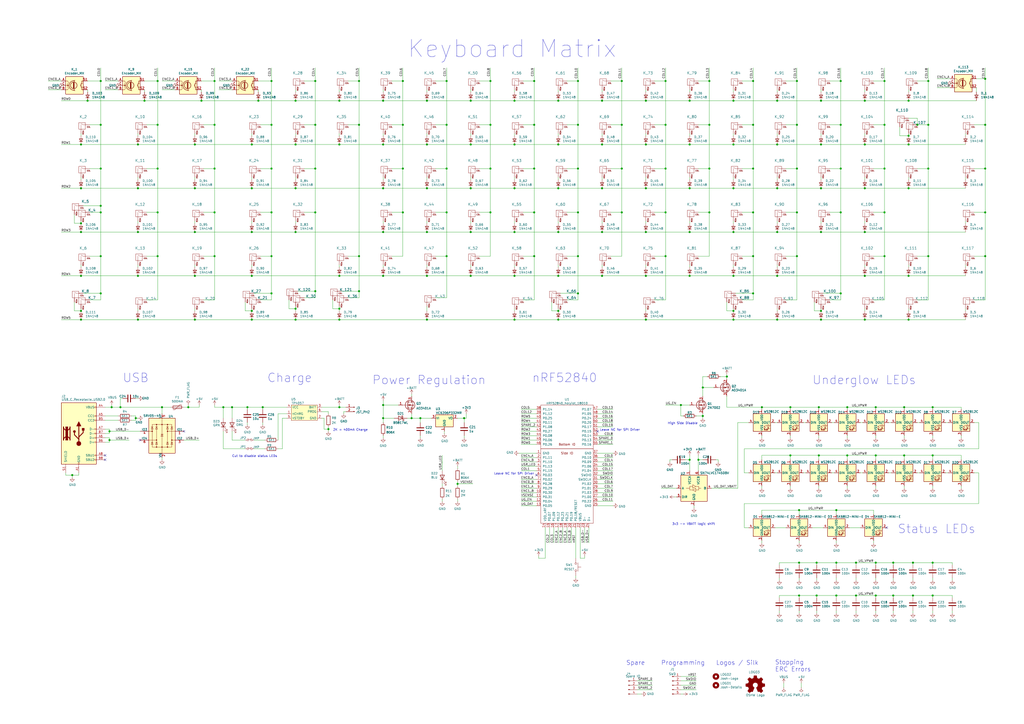
<source format=kicad_sch>
(kicad_sch (version 20220104) (generator eeschema)
  (paper "A2")
  (title_block (title "Entropy") (date "2021-07-25") (rev "0.4w") (company "Josh Johnson"))
  (junction (at 208.28 72.39) (diameter 1.016))
  (junction (at 129.54 236.22) (diameter 1.016))
  (junction (at 538.48 148.59) (diameter 1.016))
  (junction (at 501.65 185.42) (diameter 1.016))
  (junction (at 323.85 160.02) (diameter 1.016))
  (junction (at 196.85 185.42) (diameter 1.016))
  (junction (at 374.65 58.42) (diameter 1.016))
  (junction (at 335.28 170.18) (diameter 1.016))
  (junction (at 91.44 46.99) (diameter 1.016))
  (junction (at 527.05 109.22) (diameter 1.016))
  (junction (at 247.65 58.42) (diameter 1.016))
  (junction (at 462.28 46.99) (diameter 1.016))
  (junction (at 508 236.22) (diameter 1.016))
  (junction (at 222.25 109.22) (diameter 1.016))
  (junction (at 476.25 109.22) (diameter 1.016))
  (junction (at 46.99 109.22) (diameter 1.016))
  (junction (at 473.71 326.39) (diameter 1.016))
  (junction (at 247.65 83.82) (diameter 1.016))
  (junction (at 233.68 72.39) (diameter 1.016))
  (junction (at 501.65 109.22) (diameter 1.016))
  (junction (at 476.25 58.42) (diameter 1.016))
  (junction (at 476.25 83.82) (diameter 1.016))
  (junction (at 152.4 236.22) (diameter 1.016))
  (junction (at 323.85 109.22) (diameter 1.016))
  (junction (at 298.45 58.42) (diameter 1.016))
  (junction (at 496.57 345.44) (diameter 1.016))
  (junction (at 196.85 236.22) (diameter 1.016))
  (junction (at 425.45 180.34) (diameter 1.016))
  (junction (at 335.28 148.59) (diameter 1.016))
  (junction (at 63.5 250.19) (diameter 1.016))
  (junction (at 157.48 148.59) (diameter 1.016))
  (junction (at 485.14 345.44) (diameter 1.016))
  (junction (at 124.46 72.39) (diameter 1.016))
  (junction (at 335.28 72.39) (diameter 1.016))
  (junction (at 463.55 295.91) (diameter 1.016))
  (junction (at 400.05 134.62) (diameter 1.016))
  (junction (at 411.48 123.19) (diameter 1.016))
  (junction (at 222.25 83.82) (diameter 1.016))
  (junction (at 405.13 266.7) (diameter 1.016))
  (junction (at 196.85 160.02) (diameter 1.016))
  (junction (at 80.01 160.02) (diameter 1.016))
  (junction (at 360.68 97.79) (diameter 1.016))
  (junction (at 247.65 185.42) (diameter 1.016))
  (junction (at 386.08 97.79) (diameter 1.016))
  (junction (at 116.84 58.42) (diameter 1.016))
  (junction (at 425.45 134.62) (diameter 1.016))
  (junction (at 157.48 97.79) (diameter 1.016))
  (junction (at 487.68 46.99) (diameter 1.016))
  (junction (at 58.42 46.99) (diameter 1.016))
  (junction (at 109.22 236.22) (diameter 1.016))
  (junction (at 487.68 170.18) (diameter 1.016))
  (junction (at 436.88 46.99) (diameter 1.016))
  (junction (at 233.68 123.19) (diameter 1.016))
  (junction (at 83.82 58.42) (diameter 1.016))
  (junction (at 411.48 97.79) (diameter 1.016))
  (junction (at 458.47 264.16) (diameter 1.016))
  (junction (at 487.68 123.19) (diameter 1.016))
  (junction (at 171.45 185.42) (diameter 1.016))
  (junction (at 474.98 264.16) (diameter 1.016))
  (junction (at 476.25 134.62) (diameter 1.016))
  (junction (at 222.25 242.57) (diameter 1.016))
  (junction (at 50.8 58.42) (diameter 1.016))
  (junction (at 113.03 160.02) (diameter 1.016))
  (junction (at 41.91 275.59) (diameter 1.016))
  (junction (at 113.03 134.62) (diameter 1.016))
  (junction (at 335.28 46.99) (diameter 1.016))
  (junction (at 532.13 72.39) (diameter 1.016))
  (junction (at 196.85 83.82) (diameter 1.016))
  (junction (at 407.67 224.79) (diameter 1.016))
  (junction (at 400.05 83.82) (diameter 1.016))
  (junction (at 400.05 109.22) (diameter 1.016))
  (junction (at 386.08 148.59) (diameter 1.016))
  (junction (at 80.01 83.82) (diameter 1.016))
  (junction (at 407.67 241.3) (diameter 1.016))
  (junction (at 149.86 58.42) (diameter 1.016))
  (junction (at 309.88 97.79) (diameter 1.016))
  (junction (at 323.85 58.42) (diameter 1.016))
  (junction (at 513.08 123.19) (diameter 1.016))
  (junction (at 284.48 46.99) (diameter 1.016))
  (junction (at 182.88 123.19) (diameter 1.016))
  (junction (at 91.44 123.19) (diameter 1.016))
  (junction (at 374.65 134.62) (diameter 1.016))
  (junction (at 425.45 160.02) (diameter 1.016))
  (junction (at 411.48 72.39) (diameter 1.016))
  (junction (at 146.05 134.62) (diameter 1.016))
  (junction (at 436.88 148.59) (diameter 1.016))
  (junction (at 273.05 109.22) (diameter 1.016))
  (junction (at 93.98 236.22) (diameter 1.016))
  (junction (at 63.5 255.27) (diameter 1.016))
  (junction (at 450.85 134.62) (diameter 1.016))
  (junction (at 208.28 148.59) (diameter 1.016))
  (junction (at 146.05 160.02) (diameter 1.016))
  (junction (at 247.65 134.62) (diameter 1.016))
  (junction (at 259.08 148.59) (diameter 1.016))
  (junction (at 487.68 97.79) (diameter 1.016))
  (junction (at 462.28 148.59) (diameter 1.016))
  (junction (at 284.48 123.19) (diameter 1.016))
  (junction (at 541.02 264.16) (diameter 1.016))
  (junction (at 508 264.16) (diameter 1.016))
  (junction (at 182.88 168.91) (diameter 1.016))
  (junction (at 233.68 46.99) (diameter 1.016))
  (junction (at 222.25 134.62) (diameter 1.016))
  (junction (at 182.88 72.39) (diameter 1.016))
  (junction (at 273.05 58.42) (diameter 1.016))
  (junction (at 360.68 46.99) (diameter 1.016))
  (junction (at 298.45 134.62) (diameter 1.016))
  (junction (at 463.55 326.39) (diameter 1.016))
  (junction (at 527.05 58.42) (diameter 1.016))
  (junction (at 450.85 83.82) (diameter 1.016))
  (junction (at 78.74 242.57) (diameter 1.016))
  (junction (at 374.65 109.22) (diameter 1.016))
  (junction (at 501.65 134.62) (diameter 1.016))
  (junction (at 124.46 148.59) (diameter 1.016))
  (junction (at 80.01 109.22) (diameter 1.016))
  (junction (at 473.71 345.44) (diameter 1.016))
  (junction (at 485.14 326.39) (diameter 1.016))
  (junction (at 541.02 236.22) (diameter 1.016))
  (junction (at 400.05 160.02) (diameter 1.016))
  (junction (at 571.5 148.59) (diameter 1.016))
  (junction (at 208.28 168.91) (diameter 1.016))
  (junction (at 157.48 170.18) (diameter 1.016))
  (junction (at 146.05 83.82) (diameter 1.016))
  (junction (at 309.88 148.59) (diameter 1.016))
  (junction (at 501.65 160.02) (diameter 1.016))
  (junction (at 518.16 345.44) (diameter 1.016))
  (junction (at 524.51 264.16) (diameter 1.016))
  (junction (at 273.05 83.82) (diameter 1.016))
  (junction (at 247.65 109.22) (diameter 1.016))
  (junction (at 134.62 236.22) (diameter 1.016))
  (junction (at 513.08 46.99) (diameter 1.016))
  (junction (at 157.48 72.39) (diameter 1.016))
  (junction (at 124.46 97.79) (diameter 1.016))
  (junction (at 527.05 185.42) (diameter 1.016))
  (junction (at 538.48 72.39) (diameter 1.016))
  (junction (at 349.25 83.82) (diameter 1.016))
  (junction (at 298.45 109.22) (diameter 1.016))
  (junction (at 394.97 234.95) (diameter 1.016))
  (junction (at 273.05 134.62) (diameter 1.016))
  (junction (at 58.42 148.59) (diameter 1.016))
  (junction (at 436.88 170.18) (diameter 1.016))
  (junction (at 571.5 97.79) (diameter 1.016))
  (junction (at 222.25 58.42) (diameter 1.016))
  (junction (at 571.5 123.19) (diameter 1.016))
  (junction (at 146.05 185.42) (diameter 1.016))
  (junction (at 273.05 160.02) (diameter 1.016))
  (junction (at 513.08 72.39) (diameter 1.016))
  (junction (at 386.08 72.39) (diameter 1.016))
  (junction (at 323.85 185.42) (diameter 1.016))
  (junction (at 309.88 72.39) (diameter 1.016))
  (junction (at 182.88 46.99) (diameter 1.016))
  (junction (at 284.48 72.39) (diameter 1.016))
  (junction (at 441.96 236.22) (diameter 1.016))
  (junction (at 196.85 179.07) (diameter 1.016))
  (junction (at 171.45 83.82) (diameter 1.016))
  (junction (at 436.88 123.19) (diameter 1.016))
  (junction (at 113.03 185.42) (diameter 1.016))
  (junction (at 501.65 83.82) (diameter 1.016))
  (junction (at 462.28 97.79) (diameter 1.016))
  (junction (at 64.77 236.22) (diameter 1.016))
  (junction (at 425.45 109.22) (diameter 1.016))
  (junction (at 182.88 97.79) (diameter 1.016))
  (junction (at 527.05 78.74) (diameter 1.016))
  (junction (at 284.48 97.79) (diameter 1.016))
  (junction (at 259.08 97.79) (diameter 1.016))
  (junction (at 349.25 134.62) (diameter 1.016))
  (junction (at 374.65 185.42) (diameter 1.016))
  (junction (at 538.48 97.79) (diameter 1.016))
  (junction (at 157.48 46.99) (diameter 1.016))
  (junction (at 491.49 264.16) (diameter 1.016))
  (junction (at 349.25 58.42) (diameter 1.016))
  (junction (at 335.28 97.79) (diameter 1.016))
  (junction (at 243.84 242.57) (diameter 1.016))
  (junction (at 360.68 72.39) (diameter 1.016))
  (junction (at 46.99 83.82) (diameter 1.016))
  (junction (at 374.65 83.82) (diameter 1.016))
  (junction (at 298.45 83.82) (diameter 1.016))
  (junction (at 171.45 58.42) (diameter 1.016))
  (junction (at 208.28 46.99) (diameter 1.016))
  (junction (at 450.85 109.22) (diameter 1.016))
  (junction (at 171.45 109.22) (diameter 1.016))
  (junction (at 269.24 242.57) (diameter 1.016))
  (junction (at 323.85 180.34) (diameter 1.016))
  (junction (at 265.43 280.67) (diameter 1.016))
  (junction (at 571.5 45.72) (diameter 1.016))
  (junction (at 238.76 242.57) (diameter 1.016))
  (junction (at 157.48 123.19) (diameter 1.016))
  (junction (at 476.25 180.34) (diameter 1.016))
  (junction (at 463.55 345.44) (diameter 1.016))
  (junction (at 146.05 180.34) (diameter 1.016))
  (junction (at 91.44 97.79) (diameter 1.016))
  (junction (at 411.48 46.99) (diameter 1.016))
  (junction (at 46.99 129.54) (diameter 1.016))
  (junction (at 400.05 266.7) (diameter 1.016))
  (junction (at 190.5 248.92) (diameter 1.016))
  (junction (at 113.03 83.82) (diameter 1.016))
  (junction (at 309.88 123.19) (diameter 1.016))
  (junction (at 69.85 236.22) (diameter 1.016))
  (junction (at 496.57 326.39) (diameter 1.016))
  (junction (at 450.85 185.42) (diameter 1.016))
  (junction (at 247.65 160.02) (diameter 1.016))
  (junction (at 309.88 46.99) (diameter 1.016))
  (junction (at 91.44 72.39) (diameter 1.016))
  (junction (at 80.01 185.42) (diameter 1.016))
  (junction (at 58.42 97.79) (diameter 1.016))
  (junction (at 538.48 46.99) (diameter 1.016))
  (junction (at 259.08 123.19) (diameter 1.016))
  (junction (at 508 345.44) (diameter 1.016))
  (junction (at 171.45 179.07) (diameter 1.016))
  (junction (at 222.25 234.95) (diameter 1.016))
  (junction (at 298.45 185.42) (diameter 1.016))
  (junction (at 541.02 345.44) (diameter 1.016))
  (junction (at 518.16 326.39) (diameter 1.016))
  (junction (at 349.25 160.02) (diameter 1.016))
  (junction (at 171.45 134.62) (diameter 1.016))
  (junction (at 458.47 236.22) (diameter 1.016))
  (junction (at 46.99 180.34) (diameter 1.016))
  (junction (at 425.45 83.82) (diameter 1.016))
  (junction (at 58.42 119.38) (diameter 1.016))
  (junction (at 386.08 123.19) (diameter 1.016))
  (junction (at 450.85 58.42) (diameter 1.016))
  (junction (at 335.28 123.19) (diameter 1.016))
  (junction (at 196.85 58.42) (diameter 1.016))
  (junction (at 386.08 46.99) (diameter 1.016))
  (junction (at 421.64 218.44) (diameter 1.016))
  (junction (at 259.08 72.39) (diameter 1.016))
  (junction (at 501.65 58.42) (diameter 1.016))
  (junction (at 222.25 160.02) (diameter 1.016))
  (junction (at 541.02 326.39) (diameter 1.016))
  (junction (at 450.85 160.02) (diameter 1.016))
  (junction (at 425.45 185.42) (diameter 1.016))
  (junction (at 400.05 58.42) (diameter 1.016))
  (junction (at 513.08 97.79) (diameter 1.016))
  (junction (at 513.08 148.59) (diameter 1.016))
  (junction (at 323.85 83.82) (diameter 1.016))
  (junction (at 91.44 148.59) (diameter 1.016))
  (junction (at 58.42 170.18) (diameter 1.016))
  (junction (at 527.05 83.82) (diameter 1.016))
  (junction (at 508 326.39) (diameter 1.016))
  (junction (at 474.98 236.22) (diameter 1.016))
  (junction (at 462.28 72.39) (diameter 1.016))
  (junction (at 46.99 134.62) (diameter 1.016))
  (junction (at 46.99 185.42) (diameter 1.016))
  (junction (at 529.59 345.44) (diameter 1.016))
  (junction (at 80.01 134.62) (diameter 1.016))
  (junction (at 349.25 109.22) (diameter 1.016))
  (junction (at 146.05 109.22) (diameter 1.016))
  (junction (at 124.46 123.19) (diameter 1.016))
  (junction (at 436.88 97.79) (diameter 1.016))
  (junction (at 259.08 46.99) (diameter 1.016))
  (junction (at 374.65 160.02) (diameter 1.016))
  (junction (at 143.51 236.22) (diameter 1.016))
  (junction (at 529.59 326.39) (diameter 1.016))
  (junction (at 360.68 123.19) (diameter 1.016))
  (junction (at 527.05 160.02) (diameter 1.016))
  (junction (at 233.68 97.79) (diameter 1.016))
  (junction (at 487.68 72.39) (diameter 1.016))
  (junction (at 485.14 295.91) (diameter 1.016))
  (junction (at 524.51 236.22) (diameter 1.016))
  (junction (at 571.5 72.39) (diameter 1.016))
  (junction (at 113.03 109.22) (diameter 1.016))
  (junction (at 476.25 185.42) (diameter 1.016))
  (junction (at 46.99 160.02) (diameter 1.016))
  (junction (at 124.46 46.99) (diameter 1.016))
  (junction (at 58.42 72.39) (diameter 1.016))
  (junction (at 425.45 58.42) (diameter 1.016))
  (junction (at 323.85 134.62) (diameter 1.016))
  (junction (at 58.42 123.19) (diameter 1.016))
  (junction (at 462.28 123.19) (diameter 1.016))
  (junction (at 491.49 236.22) (diameter 1.016))
  (junction (at 436.88 72.39) (diameter 1.016))
  (junction (at 298.45 160.02) (diameter 1.016))
  (no_connect (at 81.28 255.27))
  (no_connect (at 346.71 250.19))
  (no_connect (at 60.96 264.16))
  (no_connect (at 514.35 306.07))
  (no_connect (at 106.68 250.19))
  (no_connect (at 60.96 266.7))
  (no_connect (at 311.15 275.59))
  (wire (pts (xy 565.15 245.11) (xy 567.69 245.11)))
  (wire (pts (xy 532.13 97.79) (xy 538.48 97.79)))
  (wire (pts (xy 265.43 280.67) (xy 274.32 280.67)))
  (wire (pts (xy 182.88 46.99) (xy 182.88 72.39)))
  (wire (pts (xy 403.86 241.3) (xy 407.67 241.3)))
  (wire (pts (xy 80.01 179.07) (xy 80.01 180.34)))
  (wire (pts (xy 171.45 134.62) (xy 222.25 134.62)))
  (wire (pts (xy 46.99 160.02) (xy 35.56 160.02)))
  (wire (pts (xy 318.77 306.07) (xy 318.77 314.96)))
  (wire (pts (xy 349.25 58.42) (xy 374.65 58.42)))
  (wire (pts (xy 196.85 234.95) (xy 196.85 236.22)))
  (wire (pts (xy 485.14 295.91) (xy 485.14 298.45)))
  (wire (pts (xy 171.45 128.27) (xy 171.45 129.54)))
  (wire (pts (xy 208.28 46.99) (xy 208.28 72.39)))
  (wire (pts (xy 52.07 148.59) (xy 58.42 148.59)))
  (wire (pts (xy 171.45 58.42) (xy 196.85 58.42)))
  (wire (pts (xy 496.57 345.44) (xy 508 345.44)))
  (wire (pts (xy 273.05 83.82) (xy 298.45 83.82)))
  (wire (pts (xy 52.07 123.19) (xy 58.42 123.19)))
  (wire (pts (xy 421.64 180.34) (xy 425.45 180.34)))
  (wire (pts (xy 298.45 153.67) (xy 298.45 154.94)))
  (wire (pts (xy 346.71 283.21) (xy 355.6 283.21)))
  (wire (pts (xy 222.25 102.87) (xy 222.25 104.14)))
  (wire (pts (xy 346.71 240.03) (xy 355.6 240.03)))
  (wire (pts (xy 501.65 128.27) (xy 501.65 129.54)))
  (wire (pts (xy 449.58 245.11) (xy 450.85 245.11)))
  (wire (pts (xy 149.86 46.99) (xy 157.48 46.99)))
  (wire (pts (xy 455.93 97.79) (xy 462.28 97.79)))
  (wire (pts (xy 163.83 242.57) (xy 163.83 260.35)))
  (wire (pts (xy 166.37 242.57) (xy 163.83 242.57)))
  (wire (pts (xy 386.08 123.19) (xy 386.08 97.79)))
  (wire (pts (xy 524.51 236.22) (xy 508 236.22)))
  (wire (pts (xy 80.01 153.67) (xy 80.01 154.94)))
  (wire (pts (xy 312.42 322.58) (xy 312.42 323.85)))
  (wire (pts (xy 312.42 323.85) (xy 316.23 323.85)))
  (wire (pts (xy 560.07 102.87) (xy 560.07 104.14)))
  (wire (pts (xy 441.96 313.69) (xy 441.96 314.96)))
  (wire (pts (xy 485.14 313.69) (xy 485.14 314.96)))
  (wire (pts (xy 400.05 160.02) (xy 425.45 160.02)))
  (wire (pts (xy 196.85 177.8) (xy 196.85 179.07)))
  (wire (pts (xy 196.85 179.07) (xy 196.85 180.34)))
  (wire (pts (xy 134.62 236.22) (xy 143.51 236.22)))
  (wire (pts (xy 78.74 231.14) (xy 80.01 231.14)))
  (wire (pts (xy 76.2 241.3) (xy 78.74 241.3)))
  (wire (pts (xy 430.53 123.19) (xy 436.88 123.19)))
  (wire (pts (xy 405.13 72.39) (xy 411.48 72.39)))
  (wire (pts (xy 302.26 283.21) (xy 311.15 283.21)))
  (wire (pts (xy 113.03 185.42) (xy 146.05 185.42)))
  (wire (pts (xy 450.85 153.67) (xy 450.85 154.94)))
  (wire (pts (xy 46.99 102.87) (xy 46.99 104.14)))
  (wire (pts (xy 186.69 236.22) (xy 196.85 236.22)))
  (wire (pts (xy 196.85 236.22) (xy 200.66 236.22)))
  (wire (pts (xy 196.85 153.67) (xy 196.85 154.94)))
  (wire (pts (xy 233.68 97.79) (xy 233.68 72.39)))
  (wire (pts (xy 532.13 173.99) (xy 538.48 173.99)))
  (wire (pts (xy 208.28 148.59) (xy 208.28 72.39)))
  (wire (pts (xy 222.25 83.82) (xy 247.65 83.82)))
  (wire (pts (xy 247.65 185.42) (xy 298.45 185.42)))
  (wire (pts (xy 58.42 148.59) (xy 58.42 170.18)))
  (wire (pts (xy 311.15 257.81) (xy 302.26 257.81)))
  (wire (pts (xy 374.65 185.42) (xy 425.45 185.42)))
  (wire (pts (xy 541.02 236.22) (xy 541.02 237.49)))
  (wire (pts (xy 527.05 109.22) (xy 560.07 109.22)))
  (wire (pts (xy 524.51 264.16) (xy 508 264.16)))
  (wire (pts (xy 567.69 274.32) (xy 567.69 292.1)))
  (wire (pts (xy 567.69 292.1) (xy 431.8 292.1)))
  (wire (pts (xy 52.07 97.79) (xy 58.42 97.79)))
  (wire (pts (xy 552.45 336.55) (xy 552.45 335.28)))
  (wire (pts (xy 60.96 248.92) (xy 63.5 248.92)))
  (wire (pts (xy 394.97 392.43) (xy 403.86 392.43)))
  (wire (pts (xy 157.48 123.19) (xy 157.48 97.79)))
  (wire (pts (xy 334.01 334.01) (xy 334.01 335.28)))
  (wire (pts (xy 259.08 148.59) (xy 259.08 172.72)))
  (wire (pts (xy 405.13 148.59) (xy 411.48 148.59)))
  (wire (pts (xy 506.73 97.79) (xy 513.08 97.79)))
  (wire (pts (xy 415.29 266.7) (xy 416.56 266.7)))
  (wire (pts (xy 487.68 46.99) (xy 487.68 72.39)))
  (wire (pts (xy 69.85 236.22) (xy 93.98 236.22)))
  (wire (pts (xy 68.58 241.3) (xy 60.96 241.3)))
  (wire (pts (xy 124.46 123.19) (xy 124.46 97.79)))
  (wire (pts (xy 538.48 173.99) (xy 538.48 148.59)))
  (wire (pts (xy 113.03 77.47) (xy 113.03 78.74)))
  (wire (pts (xy 346.71 247.65) (xy 355.6 247.65)))
  (wire (pts (xy 501.65 185.42) (xy 527.05 185.42)))
  (wire (pts (xy 278.13 148.59) (xy 284.48 148.59)))
  (wire (pts (xy 146.05 185.42) (xy 171.45 185.42)))
  (wire (pts (xy 411.48 97.79) (xy 411.48 72.39)))
  (wire (pts (xy 482.6 245.11) (xy 483.87 245.11)))
  (wire (pts (xy 265.43 289.56) (xy 265.43 290.83)))
  (wire (pts (xy 176.53 97.79) (xy 182.88 97.79)))
  (wire (pts (xy 566.42 45.72) (xy 571.5 45.72)))
  (wire (pts (xy 411.48 39.37) (xy 411.48 46.99)))
  (wire (pts (xy 259.08 123.19) (xy 259.08 97.79)))
  (wire (pts (xy 360.68 123.19) (xy 360.68 97.79)))
  (wire (pts (xy 118.11 148.59) (xy 124.46 148.59)))
  (wire (pts (xy 58.42 123.19) (xy 58.42 119.38)))
  (wire (pts (xy 458.47 264.16) (xy 441.96 264.16)))
  (wire (pts (xy 309.88 39.37) (xy 309.88 46.99)))
  (wire (pts (xy 311.15 242.57) (xy 302.26 242.57)))
  (wire (pts (xy 116.84 52.07) (xy 116.84 53.34)))
  (wire (pts (xy 247.65 109.22) (xy 273.05 109.22)))
  (wire (pts (xy 487.68 39.37) (xy 487.68 46.99)))
  (wire (pts (xy 269.24 245.11) (xy 269.24 242.57)))
  (wire (pts (xy 83.82 52.07) (xy 83.82 53.34)))
  (wire (pts (xy 560.07 128.27) (xy 560.07 129.54)))
  (wire (pts (xy 524.51 281.94) (xy 524.51 283.21)))
  (wire (pts (xy 243.84 242.57) (xy 243.84 245.11)))
  (wire (pts (xy 146.05 83.82) (xy 171.45 83.82)))
  (wire (pts (xy 48.26 119.38) (xy 58.42 119.38)))
  (wire (pts (xy 45.72 275.59) (xy 41.91 275.59)))
  (wire (pts (xy 323.85 58.42) (xy 349.25 58.42)))
  (wire (pts (xy 379.73 173.99) (xy 386.08 173.99)))
  (wire (pts (xy 532.13 274.32) (xy 533.4 274.32)))
  (wire (pts (xy 222.25 52.07) (xy 222.25 53.34)))
  (wire (pts (xy 146.05 109.22) (xy 171.45 109.22)))
  (wire (pts (xy 52.07 173.99) (xy 58.42 173.99)))
  (wire (pts (xy 491.49 281.94) (xy 491.49 283.21)))
  (wire (pts (xy 473.71 336.55) (xy 473.71 335.28)))
  (wire (pts (xy 63.5 250.19) (xy 81.28 250.19)))
  (wire (pts (xy 450.85 134.62) (xy 476.25 134.62)))
  (wire (pts (xy 346.71 262.89) (xy 355.6 262.89)))
  (wire (pts (xy 466.09 274.32) (xy 467.36 274.32)))
  (wire (pts (xy 201.93 172.72) (xy 208.28 172.72)))
  (wire (pts (xy 565.15 274.32) (xy 567.69 274.32)))
  (wire (pts (xy 425.45 128.27) (xy 425.45 129.54)))
  (wire (pts (xy 411.48 123.19) (xy 411.48 97.79)))
  (wire (pts (xy 151.13 72.39) (xy 157.48 72.39)))
  (wire (pts (xy 113.03 83.82) (xy 146.05 83.82)))
  (wire (pts (xy 458.47 252.73) (xy 458.47 254)))
  (wire (pts (xy 284.48 46.99) (xy 284.48 72.39)))
  (wire (pts (xy 69.85 49.53) (xy 68.58 49.53)))
  (wire (pts (xy 481.33 97.79) (xy 487.68 97.79)))
  (wire (pts (xy 412.75 283.21) (xy 427.99 283.21)))
  (wire (pts (xy 427.99 245.11) (xy 434.34 245.11)))
  (wire (pts (xy 427.99 283.21) (xy 427.99 245.11)))
  (wire (pts (xy 455.93 46.99) (xy 462.28 46.99)))
  (wire (pts (xy 182.88 123.19) (xy 182.88 97.79)))
  (wire (pts (xy 487.68 170.18) (xy 487.68 123.19)))
  (wire (pts (xy 379.73 46.99) (xy 386.08 46.99)))
  (wire (pts (xy 473.71 346.71) (xy 473.71 345.44)))
  (wire (pts (xy 252.73 123.19) (xy 259.08 123.19)))
  (wire (pts (xy 46.99 160.02) (xy 80.01 160.02)))
  (wire (pts (xy 243.84 254) (xy 243.84 252.73)))
  (wire (pts (xy 298.45 109.22) (xy 323.85 109.22)))
  (wire (pts (xy 91.44 46.99) (xy 91.44 72.39)))
  (wire (pts (xy 346.71 288.29) (xy 355.6 288.29)))
  (wire (pts (xy 421.64 236.22) (xy 441.96 236.22)))
  (wire (pts (xy 441.96 295.91) (xy 463.55 295.91)))
  (wire (pts (xy 463.55 295.91) (xy 485.14 295.91)))
  (wire (pts (xy 485.14 295.91) (xy 506.73 295.91)))
  (wire (pts (xy 506.73 295.91) (xy 506.73 298.45)))
  (wire (pts (xy 311.15 267.97) (xy 302.26 267.97)))
  (wire (pts (xy 552.45 355.6) (xy 552.45 354.33)))
  (wire (pts (xy 529.59 355.6) (xy 529.59 354.33)))
  (wire (pts (xy 571.5 173.99) (xy 571.5 148.59)))
  (wire (pts (xy 374.65 102.87) (xy 374.65 104.14)))
  (wire (pts (xy 346.71 285.75) (xy 355.6 285.75)))
  (wire (pts (xy 222.25 234.95) (xy 222.25 242.57)))
  (wire (pts (xy 571.5 72.39) (xy 571.5 45.72)))
  (wire (pts (xy 222.25 242.57) (xy 228.6 242.57)))
  (wire (pts (xy 462.28 123.19) (xy 462.28 97.79)))
  (wire (pts (xy 64.77 234.95) (xy 64.77 236.22)))
  (wire (pts (xy 124.46 39.37) (xy 124.46 46.99)))
  (wire (pts (xy 171.45 177.8) (xy 171.45 179.07)))
  (wire (pts (xy 171.45 179.07) (xy 171.45 180.34)))
  (wire (pts (xy 354.33 72.39) (xy 360.68 72.39)))
  (wire (pts (xy 349.25 128.27) (xy 349.25 129.54)))
  (wire (pts (xy 325.12 170.18) (xy 335.28 170.18)))
  (wire (pts (xy 302.26 278.13) (xy 311.15 278.13)))
  (wire (pts (xy 331.47 306.07) (xy 331.47 314.96)))
  (wire (pts (xy 374.65 128.27) (xy 374.65 129.54)))
  (wire (pts (xy 46.99 153.67) (xy 46.99 154.94)))
  (wire (pts (xy 450.85 58.42) (xy 476.25 58.42)))
  (wire (pts (xy 496.57 355.6) (xy 496.57 354.33)))
  (wire (pts (xy 171.45 52.07) (xy 171.45 53.34)))
  (wire (pts (xy 566.42 50.8) (xy 566.42 53.34)))
  (wire (pts (xy 407.67 218.44) (xy 407.67 224.79)))
  (wire (pts (xy 407.67 218.44) (xy 410.21 218.44)))
  (wire (pts (xy 472.44 180.34) (xy 476.25 180.34)))
  (wire (pts (xy 541.02 264.16) (xy 524.51 264.16)))
  (wire (pts (xy 379.73 72.39) (xy 386.08 72.39)))
  (wire (pts (xy 400.05 52.07) (xy 400.05 53.34)))
  (wire (pts (xy 182.88 39.37) (xy 182.88 46.99)))
  (wire (pts (xy 529.59 326.39) (xy 541.02 326.39)))
  (wire (pts (xy 252.73 72.39) (xy 259.08 72.39)))
  (wire (pts (xy 311.15 288.29) (xy 302.26 288.29)))
  (wire (pts (xy 346.71 237.49) (xy 355.6 237.49)))
  (wire (pts (xy 441.96 295.91) (xy 441.96 298.45)))
  (wire (pts (xy 273.05 102.87) (xy 273.05 104.14)))
  (wire (pts (xy 101.6 52.07) (xy 93.98 52.07)))
  (wire (pts (xy 91.44 97.79) (xy 91.44 72.39)))
  (wire (pts (xy 118.11 123.19) (xy 124.46 123.19)))
  (wire (pts (xy 222.25 58.42) (xy 247.65 58.42)))
  (wire (pts (xy 462.28 173.99) (xy 462.28 148.59)))
  (wire (pts (xy 335.28 39.37) (xy 335.28 46.99)))
  (wire (pts (xy 425.45 160.02) (xy 450.85 160.02)))
  (wire (pts (xy 80.01 83.82) (xy 113.03 83.82)))
  (wire (pts (xy 198.12 168.91) (xy 208.28 168.91)))
  (wire (pts (xy 474.98 236.22) (xy 458.47 236.22)))
  (wire (pts (xy 311.15 255.27) (xy 302.26 255.27)))
  (wire (pts (xy 124.46 148.59) (xy 124.46 123.19)))
  (wire (pts (xy 436.88 46.99) (xy 436.88 72.39)))
  (wire (pts (xy 146.05 160.02) (xy 196.85 160.02)))
  (wire (pts (xy 172.72 168.91) (xy 182.88 168.91)))
  (wire (pts (xy 93.98 265.43) (xy 93.98 266.7)))
  (wire (pts (xy 565.15 123.19) (xy 571.5 123.19)))
  (wire (pts (xy 476.25 185.42) (xy 501.65 185.42)))
  (wire (pts (xy 118.11 97.79) (xy 124.46 97.79)))
  (wire (pts (xy 379.73 123.19) (xy 386.08 123.19)))
  (wire (pts (xy 129.54 236.22) (xy 134.62 236.22)))
  (wire (pts (xy 91.44 39.37) (xy 91.44 46.99)))
  (wire (pts (xy 508 264.16) (xy 491.49 264.16)))
  (wire (pts (xy 476.25 52.07) (xy 476.25 53.34)))
  (wire (pts (xy 298.45 77.47) (xy 298.45 78.74)))
  (wire (pts (xy 349.25 153.67) (xy 349.25 154.94)))
  (wire (pts (xy 501.65 134.62) (xy 560.07 134.62)))
  (wire (pts (xy 452.12 336.55) (xy 452.12 335.28)))
  (wire (pts (xy 182.88 97.79) (xy 182.88 72.39)))
  (wire (pts (xy 541.02 336.55) (xy 541.02 335.28)))
  (wire (pts (xy 430.53 148.59) (xy 436.88 148.59)))
  (wire (pts (xy 527.05 52.07) (xy 527.05 53.34)))
  (wire (pts (xy 473.71 327.66) (xy 473.71 326.39)))
  (wire (pts (xy 323.85 52.07) (xy 323.85 53.34)))
  (wire (pts (xy 278.13 72.39) (xy 284.48 72.39)))
  (wire (pts (xy 425.45 77.47) (xy 425.45 78.74)))
  (wire (pts (xy 143.51 245.11) (xy 143.51 246.38)))
  (wire (pts (xy 450.85 102.87) (xy 450.85 104.14)))
  (wire (pts (xy 284.48 97.79) (xy 284.48 72.39)))
  (wire (pts (xy 80.01 77.47) (xy 80.01 78.74)))
  (wire (pts (xy 527.05 83.82) (xy 560.07 83.82)))
  (wire (pts (xy 515.62 274.32) (xy 516.89 274.32)))
  (wire (pts (xy 323.85 83.82) (xy 349.25 83.82)))
  (wire (pts (xy 222.25 77.47) (xy 222.25 78.74)))
  (wire (pts (xy 374.65 77.47) (xy 374.65 78.74)))
  (wire (pts (xy 71.12 231.14) (xy 69.85 231.14)))
  (wire (pts (xy 346.71 270.51) (xy 355.6 270.51)))
  (wire (pts (xy 252.73 46.99) (xy 259.08 46.99)))
  (wire (pts (xy 116.84 58.42) (xy 149.86 58.42)))
  (wire (pts (xy 538.48 46.99) (xy 538.48 72.39)))
  (wire (pts (xy 85.09 123.19) (xy 91.44 123.19)))
  (wire (pts (xy 400.05 102.87) (xy 400.05 104.14)))
  (wire (pts (xy 474.98 264.16) (xy 474.98 266.7)))
  (wire (pts (xy 311.15 240.03) (xy 302.26 240.03)))
  (wire (pts (xy 476.25 109.22) (xy 501.65 109.22)))
  (wire (pts (xy 394.97 241.3) (xy 396.24 241.3)))
  (wire (pts (xy 425.45 83.82) (xy 450.85 83.82)))
  (wire (pts (xy 391.16 288.29) (xy 392.43 288.29)))
  (wire (pts (xy 441.96 252.73) (xy 441.96 254)))
  (wire (pts (xy 369.57 397.51) (xy 378.46 397.51)))
  (wire (pts (xy 560.07 179.07) (xy 560.07 180.34)))
  (wire (pts (xy 508 252.73) (xy 508 254)))
  (wire (pts (xy 35.56 109.22) (xy 46.99 109.22)))
  (wire (pts (xy 311.15 252.73) (xy 302.26 252.73)))
  (wire (pts (xy 83.82 58.42) (xy 116.84 58.42)))
  (wire (pts (xy 147.32 255.27) (xy 153.67 255.27)))
  (wire (pts (xy 64.77 236.22) (xy 69.85 236.22)))
  (wire (pts (xy 425.45 109.22) (xy 450.85 109.22)))
  (wire (pts (xy 302.26 247.65) (xy 311.15 247.65)))
  (wire (pts (xy 374.65 153.67) (xy 374.65 154.94)))
  (wire (pts (xy 513.08 46.99) (xy 513.08 72.39)))
  (wire (pts (xy 513.08 72.39) (xy 513.08 97.79)))
  (wire (pts (xy 386.08 173.99) (xy 386.08 148.59)))
  (wire (pts (xy 171.45 77.47) (xy 171.45 78.74)))
  (wire (pts (xy 425.45 185.42) (xy 450.85 185.42)))
  (wire (pts (xy 462.28 46.99) (xy 462.28 72.39)))
  (wire (pts (xy 273.05 134.62) (xy 298.45 134.62)))
  (wire (pts (xy 491.49 264.16) (xy 474.98 264.16)))
  (wire (pts (xy 46.99 128.27) (xy 46.99 129.54)))
  (wire (pts (xy 176.53 123.19) (xy 182.88 123.19)))
  (wire (pts (xy 151.13 97.79) (xy 157.48 97.79)))
  (wire (pts (xy 425.45 58.42) (xy 450.85 58.42)))
  (wire (pts (xy 157.48 46.99) (xy 157.48 72.39)))
  (wire (pts (xy 378.46 400.05) (xy 369.57 400.05)))
  (wire (pts (xy 85.09 173.99) (xy 91.44 173.99)))
  (wire (pts (xy 473.71 355.6) (xy 473.71 354.33)))
  (wire (pts (xy 571.5 45.72) (xy 571.5 39.37)))
  (wire (pts (xy 360.68 46.99) (xy 360.68 72.39)))
  (wire (pts (xy 394.97 234.95) (xy 400.05 234.95)))
  (wire (pts (xy 394.97 241.3) (xy 394.97 234.95)))
  (wire (pts (xy 349.25 102.87) (xy 349.25 104.14)))
  (wire (pts (xy 298.45 58.42) (xy 323.85 58.42)))
  (wire (pts (xy 402.59 293.37) (xy 402.59 294.64)))
  (wire (pts (xy 335.28 123.19) (xy 335.28 97.79)))
  (wire (pts (xy 35.56 185.42) (xy 46.99 185.42)))
  (wire (pts (xy 222.25 134.62) (xy 247.65 134.62)))
  (wire (pts (xy 134.62 52.07) (xy 127 52.07)))
  (wire (pts (xy 386.08 39.37) (xy 386.08 46.99)))
  (wire (pts (xy 106.68 236.22) (xy 109.22 236.22)))
  (wire (pts (xy 109.22 236.22) (xy 115.57 236.22)))
  (wire (pts (xy 115.57 234.95) (xy 115.57 236.22)))
  (wire (pts (xy 508 345.44) (xy 518.16 345.44)))
  (wire (pts (xy 532.13 46.99) (xy 538.48 46.99)))
  (wire (pts (xy 63.5 256.54) (xy 60.96 256.54)))
  (wire (pts (xy 383.54 283.21) (xy 392.43 283.21)))
  (wire (pts (xy 485.14 355.6) (xy 485.14 354.33)))
  (wire (pts (xy 506.73 46.99) (xy 513.08 46.99)))
  (wire (pts (xy 485.14 326.39) (xy 496.57 326.39)))
  (wire (pts (xy 298.45 83.82) (xy 323.85 83.82)))
  (wire (pts (xy 481.33 173.99) (xy 487.68 173.99)))
  (wire (pts (xy 58.42 170.18) (xy 58.42 173.99)))
  (wire (pts (xy 278.13 123.19) (xy 284.48 123.19)))
  (wire (pts (xy 386.08 234.95) (xy 394.97 234.95)))
  (wire (pts (xy 405.13 123.19) (xy 411.48 123.19)))
  (wire (pts (xy 190.5 248.92) (xy 190.5 250.19)))
  (wire (pts (xy 524.51 236.22) (xy 524.51 237.49)))
  (wire (pts (xy 407.67 240.03) (xy 407.67 241.3)))
  (wire (pts (xy 407.67 241.3) (xy 407.67 242.57)))
  (wire (pts (xy 560.07 77.47) (xy 560.07 78.74)))
  (wire (pts (xy 50.8 46.99) (xy 58.42 46.99)))
  (wire (pts (xy 58.42 119.38) (xy 58.42 97.79)))
  (wire (pts (xy 541.02 346.71) (xy 541.02 345.44)))
  (wire (pts (xy 527.05 102.87) (xy 527.05 104.14)))
  (wire (pts (xy 405.13 97.79) (xy 411.48 97.79)))
  (wire (pts (xy 85.09 72.39) (xy 91.44 72.39)))
  (wire (pts (xy 538.48 97.79) (xy 538.48 72.39)))
  (wire (pts (xy 455.93 72.39) (xy 462.28 72.39)))
  (wire (pts (xy 303.53 123.19) (xy 309.88 123.19)))
  (wire (pts (xy 532.13 245.11) (xy 533.4 245.11)))
  (wire (pts (xy 247.65 134.62) (xy 273.05 134.62)))
  (wire (pts (xy 146.05 153.67) (xy 146.05 154.94)))
  (wire (pts (xy 557.53 264.16) (xy 541.02 264.16)))
  (wire (pts (xy 208.28 168.91) (xy 208.28 148.59)))
  (wire (pts (xy 208.28 172.72) (xy 208.28 168.91)))
  (wire (pts (xy 222.25 234.95) (xy 231.14 234.95)))
  (wire (pts (xy 450.85 52.07) (xy 450.85 53.34)))
  (wire (pts (xy 78.74 242.57) (xy 78.74 243.84)))
  (wire (pts (xy 354.33 46.99) (xy 360.68 46.99)))
  (wire (pts (xy 346.71 255.27) (xy 355.6 255.27)))
  (wire (pts (xy 311.15 273.05) (xy 302.26 273.05)))
  (wire (pts (xy 146.05 128.27) (xy 146.05 129.54)))
  (wire (pts (xy 527.05 77.47) (xy 527.05 78.74)))
  (wire (pts (xy 147.32 260.35) (xy 153.67 260.35)))
  (wire (pts (xy 328.93 123.19) (xy 335.28 123.19)))
  (wire (pts (xy 46.99 83.82) (xy 80.01 83.82)))
  (wire (pts (xy 323.85 185.42) (xy 374.65 185.42)))
  (wire (pts (xy 416.56 266.7) (xy 416.56 267.97)))
  (wire (pts (xy 501.65 52.07) (xy 501.65 53.34)))
  (wire (pts (xy 476.25 102.87) (xy 476.25 104.14)))
  (wire (pts (xy 386.08 148.59) (xy 386.08 123.19)))
  (wire (pts (xy 247.65 128.27) (xy 247.65 129.54)))
  (wire (pts (xy 124.46 236.22) (xy 129.54 236.22)))
  (wire (pts (xy 35.56 46.99) (xy 27.94 46.99)))
  (wire (pts (xy 491.49 252.73) (xy 491.49 254)))
  (wire (pts (xy 196.85 185.42) (xy 247.65 185.42)))
  (wire (pts (xy 190.5 247.65) (xy 190.5 248.92)))
  (wire (pts (xy 208.28 39.37) (xy 208.28 46.99)))
  (wire (pts (xy 303.53 173.99) (xy 309.88 173.99)))
  (wire (pts (xy 551.18 50.8) (xy 543.56 50.8)))
  (wire (pts (xy 321.31 306.07) (xy 321.31 314.96)))
  (wire (pts (xy 571.5 148.59) (xy 571.5 123.19)))
  (wire (pts (xy 515.62 245.11) (xy 516.89 245.11)))
  (wire (pts (xy 222.25 160.02) (xy 247.65 160.02)))
  (wire (pts (xy 349.25 52.07) (xy 349.25 53.34)))
  (wire (pts (xy 425.45 153.67) (xy 425.45 154.94)))
  (wire (pts (xy 436.88 173.99) (xy 436.88 170.18)))
  (wire (pts (xy 508 281.94) (xy 508 283.21)))
  (wire (pts (xy 302.26 280.67) (xy 311.15 280.67)))
  (wire (pts (xy 161.29 240.03) (xy 166.37 240.03)))
  (wire (pts (xy 161.29 255.27) (xy 161.29 240.03)))
  (wire (pts (xy 238.76 242.57) (xy 243.84 242.57)))
  (wire (pts (xy 243.84 242.57) (xy 250.19 242.57)))
  (wire (pts (xy 298.45 102.87) (xy 298.45 104.14)))
  (wire (pts (xy 425.45 102.87) (xy 425.45 104.14)))
  (wire (pts (xy 309.88 148.59) (xy 309.88 123.19)))
  (wire (pts (xy 80.01 160.02) (xy 113.03 160.02)))
  (wire (pts (xy 474.98 252.73) (xy 474.98 254)))
  (wire (pts (xy 68.58 243.84) (xy 60.96 243.84)))
  (wire (pts (xy 69.85 231.14) (xy 69.85 236.22)))
  (wire (pts (xy 386.08 46.99) (xy 386.08 72.39)))
  (wire (pts (xy 548.64 245.11) (xy 549.91 245.11)))
  (wire (pts (xy 247.65 160.02) (xy 273.05 160.02)))
  (wire (pts (xy 462.28 148.59) (xy 462.28 123.19)))
  (wire (pts (xy 400.05 134.62) (xy 425.45 134.62)))
  (wire (pts (xy 93.98 236.22) (xy 93.98 240.03)))
  (wire (pts (xy 233.68 46.99) (xy 233.68 72.39)))
  (wire (pts (xy 425.45 179.07) (xy 425.45 180.34)))
  (wire (pts (xy 328.93 306.07) (xy 328.93 314.96)))
  (wire (pts (xy 143.51 236.22) (xy 152.4 236.22)))
  (wire (pts (xy 143.51 237.49) (xy 143.51 236.22)))
  (wire (pts (xy 85.09 97.79) (xy 91.44 97.79)))
  (wire (pts (xy 565.15 72.39) (xy 571.5 72.39)))
  (wire (pts (xy 501.65 179.07) (xy 501.65 180.34)))
  (wire (pts (xy 508 336.55) (xy 508 335.28)))
  (wire (pts (xy 323.85 134.62) (xy 349.25 134.62)))
  (wire (pts (xy 247.65 83.82) (xy 273.05 83.82)))
  (wire (pts (xy 436.88 170.18) (xy 436.88 148.59)))
  (wire (pts (xy 529.59 327.66) (xy 529.59 326.39)))
  (wire (pts (xy 450.85 179.07) (xy 450.85 180.34)))
  (wire (pts (xy 60.96 254) (xy 63.5 254)))
  (wire (pts (xy 452.12 355.6) (xy 452.12 354.33)))
  (wire (pts (xy 58.42 148.59) (xy 58.42 123.19)))
  (wire (pts (xy 309.88 173.99) (xy 309.88 148.59)))
  (wire (pts (xy 430.53 173.99) (xy 436.88 173.99)))
  (wire (pts (xy 571.5 123.19) (xy 571.5 97.79)))
  (wire (pts (xy 496.57 336.55) (xy 496.57 335.28)))
  (wire (pts (xy 113.03 153.67) (xy 113.03 154.94)))
  (wire (pts (xy 259.08 148.59) (xy 259.08 123.19)))
  (wire (pts (xy 501.65 160.02) (xy 527.05 160.02)))
  (wire (pts (xy 551.18 45.72) (xy 543.56 45.72)))
  (wire (pts (xy 60.96 236.22) (xy 64.77 236.22)))
  (wire (pts (xy 481.33 46.99) (xy 487.68 46.99)))
  (wire (pts (xy 259.08 39.37) (xy 259.08 46.99)))
  (wire (pts (xy 328.93 72.39) (xy 335.28 72.39)))
  (wire (pts (xy 374.65 83.82) (xy 400.05 83.82)))
  (wire (pts (xy 298.45 160.02) (xy 323.85 160.02)))
  (wire (pts (xy 35.56 58.42) (xy 50.8 58.42)))
  (wire (pts (xy 513.08 173.99) (xy 513.08 148.59)))
  (wire (pts (xy 328.93 148.59) (xy 335.28 148.59)))
  (wire (pts (xy 134.62 46.99) (xy 127 46.99)))
  (wire (pts (xy 565.15 173.99) (xy 571.5 173.99)))
  (wire (pts (xy 501.65 102.87) (xy 501.65 104.14)))
  (wire (pts (xy 222.25 242.57) (xy 222.25 245.11)))
  (wire (pts (xy 458.47 236.22) (xy 458.47 237.49)))
  (wire (pts (xy 374.65 160.02) (xy 400.05 160.02)))
  (wire (pts (xy 311.15 237.49) (xy 302.26 237.49)))
  (wire (pts (xy 458.47 264.16) (xy 458.47 266.7)))
  (wire (pts (xy 508 326.39) (xy 518.16 326.39)))
  (wire (pts (xy 354.33 123.19) (xy 360.68 123.19)))
  (wire (pts (xy 400.05 128.27) (xy 400.05 129.54)))
  (wire (pts (xy 149.86 52.07) (xy 149.86 53.34)))
  (wire (pts (xy 524.51 264.16) (xy 524.51 266.7)))
  (wire (pts (xy 452.12 327.66) (xy 452.12 326.39)))
  (wire (pts (xy 113.03 160.02) (xy 146.05 160.02)))
  (wire (pts (xy 552.45 327.66) (xy 552.45 326.39)))
  (wire (pts (xy 349.25 160.02) (xy 374.65 160.02)))
  (wire (pts (xy 85.09 148.59) (xy 91.44 148.59)))
  (wire (pts (xy 265.43 270.51) (xy 265.43 271.78)))
  (wire (pts (xy 476.25 134.62) (xy 501.65 134.62)))
  (wire (pts (xy 124.46 97.79) (xy 124.46 72.39)))
  (wire (pts (xy 463.55 313.69) (xy 463.55 314.96)))
  (wire (pts (xy 518.16 346.71) (xy 518.16 345.44)))
  (wire (pts (xy 273.05 160.02) (xy 298.45 160.02)))
  (wire (pts (xy 196.85 160.02) (xy 222.25 160.02)))
  (wire (pts (xy 462.28 97.79) (xy 462.28 72.39)))
  (wire (pts (xy 430.53 46.99) (xy 436.88 46.99)))
  (wire (pts (xy 474.98 264.16) (xy 458.47 264.16)))
  (wire (pts (xy 532.13 72.39) (xy 538.48 72.39)))
  (wire (pts (xy 346.71 290.83) (xy 355.6 290.83)))
  (wire (pts (xy 346.71 257.81) (xy 355.6 257.81)))
  (wire (pts (xy 462.28 39.37) (xy 462.28 46.99)))
  (wire (pts (xy 80.01 134.62) (xy 113.03 134.62)))
  (wire (pts (xy 247.65 52.07) (xy 247.65 53.34)))
  (wire (pts (xy 436.88 148.59) (xy 436.88 123.19)))
  (wire (pts (xy 496.57 327.66) (xy 496.57 326.39)))
  (wire (pts (xy 349.25 77.47) (xy 349.25 78.74)))
  (wire (pts (xy 571.5 97.79) (xy 571.5 72.39)))
  (wire (pts (xy 171.45 83.82) (xy 196.85 83.82)))
  (wire (pts (xy 311.15 293.37) (xy 302.26 293.37)))
  (wire (pts (xy 346.71 280.67) (xy 355.6 280.67)))
  (wire (pts (xy 441.96 236.22) (xy 441.96 237.49)))
  (wire (pts (xy 458.47 236.22) (xy 441.96 236.22)))
  (wire (pts (xy 463.55 327.66) (xy 463.55 326.39)))
  (wire (pts (xy 557.53 252.73) (xy 557.53 254)))
  (wire (pts (xy 476.25 77.47) (xy 476.25 78.74)))
  (wire (pts (xy 476.25 179.07) (xy 476.25 180.34)))
  (wire (pts (xy 58.42 97.79) (xy 58.42 72.39)))
  (wire (pts (xy 482.6 274.32) (xy 483.87 274.32)))
  (wire (pts (xy 436.88 97.79) (xy 436.88 72.39)))
  (wire (pts (xy 426.72 170.18) (xy 436.88 170.18)))
  (wire (pts (xy 252.73 97.79) (xy 259.08 97.79)))
  (wire (pts (xy 557.53 236.22) (xy 557.53 237.49)))
  (wire (pts (xy 146.05 134.62) (xy 171.45 134.62)))
  (wire (pts (xy 252.73 172.72) (xy 259.08 172.72)))
  (wire (pts (xy 518.16 327.66) (xy 518.16 326.39)))
  (wire (pts (xy 222.25 153.67) (xy 222.25 154.94)))
  (wire (pts (xy 247.65 153.67) (xy 247.65 154.94)))
  (wire (pts (xy 78.74 241.3) (xy 78.74 242.57)))
  (wire (pts (xy 167.64 173.99) (xy 167.64 179.07)))
  (wire (pts (xy 167.64 179.07) (xy 171.45 179.07)))
  (wire (pts (xy 477.52 170.18) (xy 487.68 170.18)))
  (wire (pts (xy 529.59 336.55) (xy 529.59 335.28)))
  (wire (pts (xy 518.16 336.55) (xy 518.16 335.28)))
  (wire (pts (xy 135.89 49.53) (xy 134.62 49.53)))
  (wire (pts (xy 400.05 153.67) (xy 400.05 154.94)))
  (wire (pts (xy 541.02 236.22) (xy 524.51 236.22)))
  (wire (pts (xy 508 236.22) (xy 508 237.49)))
  (wire (pts (xy 405.13 46.99) (xy 411.48 46.99)))
  (wire (pts (xy 411.48 148.59) (xy 411.48 123.19)))
  (wire (pts (xy 425.45 134.62) (xy 450.85 134.62)))
  (wire (pts (xy 527.05 185.42) (xy 560.07 185.42)))
  (wire (pts (xy 46.99 185.42) (xy 80.01 185.42)))
  (wire (pts (xy 400.05 83.82) (xy 425.45 83.82)))
  (wire (pts (xy 481.33 72.39) (xy 487.68 72.39)))
  (wire (pts (xy 311.15 265.43) (xy 302.26 265.43)))
  (wire (pts (xy 527.05 58.42) (xy 566.42 58.42)))
  (wire (pts (xy 450.85 109.22) (xy 476.25 109.22)))
  (wire (pts (xy 102.87 49.53) (xy 101.6 49.53)))
  (wire (pts (xy 360.68 97.79) (xy 360.68 72.39)))
  (wire (pts (xy 501.65 153.67) (xy 501.65 154.94)))
  (wire (pts (xy 527.05 160.02) (xy 560.07 160.02)))
  (wire (pts (xy 405.13 266.7) (xy 405.13 273.05)))
  (wire (pts (xy 407.67 266.7) (xy 405.13 266.7)))
  (wire (pts (xy 36.83 49.53) (xy 35.56 49.53)))
  (wire (pts (xy 436.88 123.19) (xy 436.88 97.79)))
  (wire (pts (xy 328.93 97.79) (xy 335.28 97.79)))
  (wire (pts (xy 196.85 58.42) (xy 222.25 58.42)))
  (wire (pts (xy 506.73 173.99) (xy 513.08 173.99)))
  (wire (pts (xy 278.13 97.79) (xy 284.48 97.79)))
  (wire (pts (xy 227.33 97.79) (xy 233.68 97.79)))
  (wire (pts (xy 101.6 46.99) (xy 93.98 46.99)))
  (wire (pts (xy 116.84 46.99) (xy 124.46 46.99)))
  (wire (pts (xy 557.53 264.16) (xy 557.53 266.7)))
  (wire (pts (xy 455.93 123.19) (xy 462.28 123.19)))
  (wire (pts (xy 541.02 281.94) (xy 541.02 283.21)))
  (wire (pts (xy 303.53 97.79) (xy 309.88 97.79)))
  (wire (pts (xy 157.48 97.79) (xy 157.48 72.39)))
  (wire (pts (xy 397.51 266.7) (xy 400.05 266.7)))
  (wire (pts (xy 334.01 306.07) (xy 334.01 323.85)))
  (wire (pts (xy 273.05 109.22) (xy 298.45 109.22)))
  (wire (pts (xy 99.06 236.22) (xy 93.98 236.22)))
  (wire (pts (xy 52.07 72.39) (xy 58.42 72.39)))
  (wire (pts (xy 259.08 46.99) (xy 259.08 72.39)))
  (wire (pts (xy 309.88 46.99) (xy 309.88 72.39)))
  (wire (pts (xy 464.82 398.78) (xy 464.82 396.24)))
  (wire (pts (xy 227.33 148.59) (xy 233.68 148.59)))
  (wire (pts (xy 152.4 236.22) (xy 166.37 236.22)))
  (wire (pts (xy 152.4 237.49) (xy 152.4 236.22)))
  (wire (pts (xy 463.55 345.44) (xy 473.71 345.44)))
  (wire (pts (xy 311.15 290.83) (xy 302.26 290.83)))
  (wire (pts (xy 508 346.71) (xy 508 345.44)))
  (wire (pts (xy 298.45 179.07) (xy 298.45 180.34)))
  (wire (pts (xy 46.99 179.07) (xy 46.99 180.34)))
  (wire (pts (xy 532.13 148.59) (xy 538.48 148.59)))
  (wire (pts (xy 335.28 173.99) (xy 335.28 170.18)))
  (wire (pts (xy 403.86 394.97) (xy 394.97 394.97)))
  (wire (pts (xy 76.2 243.84) (xy 78.74 243.84)))
  (wire (pts (xy 252.73 148.59) (xy 259.08 148.59)))
  (wire (pts (xy 421.64 175.26) (xy 421.64 180.34)))
  (wire (pts (xy 303.53 148.59) (xy 309.88 148.59)))
  (wire (pts (xy 407.67 224.79) (xy 414.02 224.79)))
  (wire (pts (xy 518.16 355.6) (xy 518.16 354.33)))
  (wire (pts (xy 247.65 58.42) (xy 273.05 58.42)))
  (wire (pts (xy 466.09 245.11) (xy 467.36 245.11)))
  (wire (pts (xy 521.97 73.66) (xy 521.97 78.74)))
  (wire (pts (xy 521.97 78.74) (xy 527.05 78.74)))
  (wire (pts (xy 83.82 46.99) (xy 91.44 46.99)))
  (wire (pts (xy 176.53 46.99) (xy 182.88 46.99)))
  (wire (pts (xy 199.39 238.76) (xy 199.39 240.03)))
  (wire (pts (xy 200.66 238.76) (xy 199.39 238.76)))
  (wire (pts (xy 538.48 39.37) (xy 538.48 46.99)))
  (wire (pts (xy 113.03 102.87) (xy 113.03 104.14)))
  (wire (pts (xy 341.63 306.07) (xy 341.63 314.96)))
  (wire (pts (xy 454.66 398.78) (xy 454.66 396.24)))
  (wire (pts (xy 436.88 39.37) (xy 436.88 46.99)))
  (wire (pts (xy 222.25 232.41) (xy 222.25 234.95)))
  (wire (pts (xy 541.02 326.39) (xy 552.45 326.39)))
  (wire (pts (xy 91.44 173.99) (xy 91.44 148.59)))
  (wire (pts (xy 430.53 72.39) (xy 436.88 72.39)))
  (wire (pts (xy 298.45 185.42) (xy 323.85 185.42)))
  (wire (pts (xy 506.73 148.59) (xy 513.08 148.59)))
  (wire (pts (xy 506.73 313.69) (xy 506.73 314.96)))
  (wire (pts (xy 187.96 242.57) (xy 186.69 242.57)))
  (wire (pts (xy 187.96 248.92) (xy 187.96 242.57)))
  (wire (pts (xy 190.5 248.92) (xy 187.96 248.92)))
  (wire (pts (xy 83.82 58.42) (xy 50.8 58.42)))
  (wire (pts (xy 176.53 72.39) (xy 182.88 72.39)))
  (wire (pts (xy 421.64 229.87) (xy 421.64 236.22)))
  (wire (pts (xy 394.97 397.51) (xy 403.86 397.51)))
  (wire (pts (xy 58.42 39.37) (xy 58.42 46.99)))
  (wire (pts (xy 151.13 148.59) (xy 157.48 148.59)))
  (wire (pts (xy 284.48 148.59) (xy 284.48 123.19)))
  (wire (pts (xy 452.12 345.44) (xy 463.55 345.44)))
  (wire (pts (xy 369.57 402.59) (xy 372.11 402.59)))
  (wire (pts (xy 491.49 236.22) (xy 491.49 237.49)))
  (wire (pts (xy 328.93 46.99) (xy 335.28 46.99)))
  (wire (pts (xy 455.93 173.99) (xy 462.28 173.99)))
  (wire (pts (xy 63.5 251.46) (xy 60.96 251.46)))
  (wire (pts (xy 182.88 168.91) (xy 182.88 123.19)))
  (wire (pts (xy 182.88 172.72) (xy 182.88 168.91)))
  (wire (pts (xy 552.45 346.71) (xy 552.45 345.44)))
  (wire (pts (xy 43.18 124.46) (xy 43.18 129.54)))
  (wire (pts (xy 360.68 148.59) (xy 360.68 123.19)))
  (wire (pts (xy 45.72 274.32) (xy 45.72 275.59)))
  (wire (pts (xy 354.33 97.79) (xy 360.68 97.79)))
  (wire (pts (xy 518.16 345.44) (xy 529.59 345.44)))
  (wire (pts (xy 541.02 252.73) (xy 541.02 254)))
  (wire (pts (xy 346.71 293.37) (xy 355.6 293.37)))
  (wire (pts (xy 346.71 245.11) (xy 355.6 245.11)))
  (wire (pts (xy 349.25 109.22) (xy 374.65 109.22)))
  (wire (pts (xy 374.65 109.22) (xy 400.05 109.22)))
  (wire (pts (xy 346.71 267.97) (xy 355.6 267.97)))
  (wire (pts (xy 171.45 109.22) (xy 222.25 109.22)))
  (wire (pts (xy 513.08 39.37) (xy 513.08 46.99)))
  (wire (pts (xy 147.32 170.18) (xy 157.48 170.18)))
  (wire (pts (xy 257.81 250.19) (xy 257.81 251.46)))
  (wire (pts (xy 506.73 72.39) (xy 513.08 72.39)))
  (wire (pts (xy 476.25 58.42) (xy 501.65 58.42)))
  (wire (pts (xy 323.85 128.27) (xy 323.85 129.54)))
  (wire (pts (xy 41.91 275.59) (xy 41.91 276.86)))
  (wire (pts (xy 222.25 109.22) (xy 247.65 109.22)))
  (wire (pts (xy 487.68 97.79) (xy 487.68 72.39)))
  (wire (pts (xy 320.04 180.34) (xy 323.85 180.34)))
  (wire (pts (xy 501.65 77.47) (xy 501.65 78.74)))
  (wire (pts (xy 63.5 254) (xy 63.5 255.27)))
  (wire (pts (xy 63.5 255.27) (xy 63.5 256.54)))
  (wire (pts (xy 565.15 97.79) (xy 571.5 97.79)))
  (wire (pts (xy 485.14 346.71) (xy 485.14 345.44)))
  (wire (pts (xy 491.49 264.16) (xy 491.49 266.7)))
  (wire (pts (xy 233.68 148.59) (xy 233.68 123.19)))
  (wire (pts (xy 157.48 148.59) (xy 157.48 123.19)))
  (wire (pts (xy 508 355.6) (xy 508 354.33)))
  (wire (pts (xy 496.57 326.39) (xy 508 326.39)))
  (wire (pts (xy 142.24 180.34) (xy 146.05 180.34)))
  (wire (pts (xy 247.65 77.47) (xy 247.65 78.74)))
  (wire (pts (xy 298.45 128.27) (xy 298.45 129.54)))
  (wire (pts (xy 80.01 109.22) (xy 113.03 109.22)))
  (wire (pts (xy 379.73 148.59) (xy 386.08 148.59)))
  (wire (pts (xy 463.55 346.71) (xy 463.55 345.44)))
  (wire (pts (xy 355.6 278.13) (xy 346.71 278.13)))
  (wire (pts (xy 560.07 153.67) (xy 560.07 154.94)))
  (wire (pts (xy 463.55 336.55) (xy 463.55 335.28)))
  (wire (pts (xy 38.1 275.59) (xy 38.1 274.32)))
  (wire (pts (xy 316.23 306.07) (xy 316.23 323.85)))
  (wire (pts (xy 491.49 236.22) (xy 474.98 236.22)))
  (wire (pts (xy 303.53 46.99) (xy 309.88 46.99)))
  (wire (pts (xy 109.22 234.95) (xy 109.22 236.22)))
  (wire (pts (xy 256.54 264.16) (xy 256.54 273.05)))
  (wire (pts (xy 302.26 270.51) (xy 311.15 270.51)))
  (wire (pts (xy 417.83 218.44) (xy 421.64 218.44)))
  (wire (pts (xy 421.64 218.44) (xy 421.64 219.71)))
  (wire (pts (xy 227.33 123.19) (xy 233.68 123.19)))
  (wire (pts (xy 193.04 173.99) (xy 193.04 179.07)))
  (wire (pts (xy 193.04 179.07) (xy 196.85 179.07)))
  (wire (pts (xy 256.54 280.67) (xy 256.54 281.94)))
  (wire (pts (xy 485.14 345.44) (xy 496.57 345.44)))
  (wire (pts (xy 557.53 236.22) (xy 541.02 236.22)))
  (wire (pts (xy 273.05 77.47) (xy 273.05 78.74)))
  (wire (pts (xy 129.54 250.19) (xy 129.54 260.35)))
  (wire (pts (xy 309.88 123.19) (xy 309.88 97.79)))
  (wire (pts (xy 499.11 245.11) (xy 500.38 245.11)))
  (wire (pts (xy 455.93 148.59) (xy 462.28 148.59)))
  (wire (pts (xy 527.05 68.58) (xy 532.13 68.58)))
  (wire (pts (xy 532.13 68.58) (xy 532.13 72.39)))
  (wire (pts (xy 151.13 123.19) (xy 157.48 123.19)))
  (wire (pts (xy 46.99 109.22) (xy 80.01 109.22)))
  (wire (pts (xy 129.54 260.35) (xy 142.24 260.35)))
  (wire (pts (xy 374.65 134.62) (xy 400.05 134.62)))
  (wire (pts (xy 400.05 77.47) (xy 400.05 78.74)))
  (wire (pts (xy 323.85 179.07) (xy 323.85 180.34)))
  (wire (pts (xy 485.14 327.66) (xy 485.14 326.39)))
  (wire (pts (xy 124.46 234.95) (xy 124.46 236.22)))
  (wire (pts (xy 360.68 39.37) (xy 360.68 46.99)))
  (wire (pts (xy 450.85 185.42) (xy 476.25 185.42)))
  (wire (pts (xy 48.26 170.18) (xy 58.42 170.18)))
  (wire (pts (xy 222.25 128.27) (xy 222.25 129.54)))
  (wire (pts (xy 273.05 128.27) (xy 273.05 129.54)))
  (wire (pts (xy 411.48 46.99) (xy 411.48 72.39)))
  (wire (pts (xy 386.08 97.79) (xy 386.08 72.39)))
  (wire (pts (xy 35.56 83.82) (xy 46.99 83.82)))
  (wire (pts (xy 431.8 260.35) (xy 431.8 274.32)))
  (wire (pts (xy 431.8 274.32) (xy 434.34 274.32)))
  (wire (pts (xy 567.69 245.11) (xy 567.69 260.35)))
  (wire (pts (xy 567.69 260.35) (xy 431.8 260.35)))
  (wire (pts (xy 58.42 46.99) (xy 58.42 72.39)))
  (wire (pts (xy 41.91 275.59) (xy 38.1 275.59)))
  (wire (pts (xy 496.57 346.71) (xy 496.57 345.44)))
  (wire (pts (xy 273.05 52.07) (xy 273.05 53.34)))
  (wire (pts (xy 201.93 46.99) (xy 208.28 46.99)))
  (wire (pts (xy 430.53 97.79) (xy 436.88 97.79)))
  (wire (pts (xy 541.02 355.6) (xy 541.02 354.33)))
  (wire (pts (xy 134.62 255.27) (xy 142.24 255.27)))
  (wire (pts (xy 403.86 400.05) (xy 394.97 400.05)))
  (wire (pts (xy 481.33 123.19) (xy 487.68 123.19)))
  (wire (pts (xy 339.09 322.58) (xy 339.09 323.85)))
  (wire (pts (xy 339.09 323.85) (xy 336.55 323.85)))
  (wire (pts (xy 339.09 306.07) (xy 339.09 314.96)))
  (wire (pts (xy 256.54 289.56) (xy 256.54 290.83)))
  (wire (pts (xy 146.05 102.87) (xy 146.05 104.14)))
  (wire (pts (xy 129.54 236.22) (xy 129.54 242.57)))
  (wire (pts (xy 425.45 52.07) (xy 425.45 53.34)))
  (wire (pts (xy 441.96 264.16) (xy 441.96 266.7)))
  (wire (pts (xy 463.55 295.91) (xy 463.55 298.45)))
  (wire (pts (xy 529.59 346.71) (xy 529.59 345.44)))
  (wire (pts (xy 499.11 274.32) (xy 500.38 274.32)))
  (wire (pts (xy 91.44 123.19) (xy 91.44 97.79)))
  (wire (pts (xy 68.58 46.99) (xy 60.96 46.99)))
  (wire (pts (xy 273.05 58.42) (xy 298.45 58.42)))
  (wire (pts (xy 328.93 173.99) (xy 335.28 173.99)))
  (wire (pts (xy 171.45 185.42) (xy 196.85 185.42)))
  (wire (pts (xy 91.44 148.59) (xy 91.44 123.19)))
  (wire (pts (xy 541.02 264.16) (xy 541.02 266.7)))
  (wire (pts (xy 335.28 148.59) (xy 335.28 170.18)))
  (wire (pts (xy 326.39 306.07) (xy 326.39 314.96)))
  (wire (pts (xy 501.65 109.22) (xy 527.05 109.22)))
  (wire (pts (xy 196.85 77.47) (xy 196.85 78.74)))
  (wire (pts (xy 388.62 266.7) (xy 388.62 267.97)))
  (wire (pts (xy 389.89 266.7) (xy 388.62 266.7)))
  (wire (pts (xy 171.45 102.87) (xy 171.45 104.14)))
  (wire (pts (xy 524.51 252.73) (xy 524.51 254)))
  (wire (pts (xy 113.03 128.27) (xy 113.03 129.54)))
  (wire (pts (xy 508 236.22) (xy 491.49 236.22)))
  (wire (pts (xy 323.85 77.47) (xy 323.85 78.74)))
  (wire (pts (xy 473.71 345.44) (xy 485.14 345.44)))
  (wire (pts (xy 374.65 52.07) (xy 374.65 53.34)))
  (wire (pts (xy 63.5 248.92) (xy 63.5 250.19)))
  (wire (pts (xy 63.5 250.19) (xy 63.5 251.46)))
  (wire (pts (xy 227.33 46.99) (xy 233.68 46.99)))
  (wire (pts (xy 46.99 77.47) (xy 46.99 78.74)))
  (wire (pts (xy 379.73 97.79) (xy 386.08 97.79)))
  (wire (pts (xy 508 327.66) (xy 508 326.39)))
  (wire (pts (xy 346.71 242.57) (xy 355.6 242.57)))
  (wire (pts (xy 247.65 177.8) (xy 247.65 180.34)))
  (wire (pts (xy 151.13 173.99) (xy 157.48 173.99)))
  (wire (pts (xy 472.44 175.26) (xy 472.44 180.34)))
  (wire (pts (xy 176.53 172.72) (xy 182.88 172.72)))
  (wire (pts (xy 499.11 306.07) (xy 492.76 306.07)))
  (wire (pts (xy 284.48 39.37) (xy 284.48 46.99)))
  (wire (pts (xy 354.33 148.59) (xy 360.68 148.59)))
  (wire (pts (xy 452.12 346.71) (xy 452.12 345.44)))
  (wire (pts (xy 43.18 175.26) (xy 43.18 180.34)))
  (wire (pts (xy 113.03 109.22) (xy 146.05 109.22)))
  (wire (pts (xy 552.45 48.26) (xy 551.18 48.26)))
  (wire (pts (xy 238.76 240.03) (xy 238.76 242.57)))
  (wire (pts (xy 63.5 255.27) (xy 74.93 255.27)))
  (wire (pts (xy 152.4 245.11) (xy 152.4 246.38)))
  (wire (pts (xy 186.69 238.76) (xy 190.5 238.76)))
  (wire (pts (xy 190.5 238.76) (xy 190.5 240.03)))
  (wire (pts (xy 394.97 402.59) (xy 396.24 402.59)))
  (wire (pts (xy 149.86 58.42) (xy 171.45 58.42)))
  (wire (pts (xy 323.85 109.22) (xy 349.25 109.22)))
  (wire (pts (xy 222.25 252.73) (xy 222.25 254)))
  (wire (pts (xy 450.85 77.47) (xy 450.85 78.74)))
  (wire (pts (xy 196.85 52.07) (xy 196.85 53.34)))
  (wire (pts (xy 201.93 148.59) (xy 208.28 148.59)))
  (wire (pts (xy 142.24 175.26) (xy 142.24 180.34)))
  (wire (pts (xy 157.48 173.99) (xy 157.48 170.18)))
  (wire (pts (xy 80.01 242.57) (xy 78.74 242.57)))
  (wire (pts (xy 369.57 394.97) (xy 378.46 394.97)))
  (wire (pts (xy 196.85 83.82) (xy 222.25 83.82)))
  (wire (pts (xy 118.11 173.99) (xy 124.46 173.99)))
  (wire (pts (xy 374.65 58.42) (xy 400.05 58.42)))
  (wire (pts (xy 335.28 148.59) (xy 335.28 123.19)))
  (wire (pts (xy 273.05 153.67) (xy 273.05 154.94)))
  (wire (pts (xy 474.98 236.22) (xy 474.98 237.49)))
  (wire (pts (xy 476.25 128.27) (xy 476.25 129.54)))
  (wire (pts (xy 527.05 179.07) (xy 527.05 180.34)))
  (wire (pts (xy 407.67 224.79) (xy 407.67 229.87)))
  (wire (pts (xy 259.08 97.79) (xy 259.08 72.39)))
  (wire (pts (xy 43.18 129.54) (xy 46.99 129.54)))
  (wire (pts (xy 113.03 179.07) (xy 113.03 180.34)))
  (wire (pts (xy 513.08 123.19) (xy 513.08 97.79)))
  (wire (pts (xy 146.05 179.07) (xy 146.05 180.34)))
  (wire (pts (xy 421.64 217.17) (xy 421.64 218.44)))
  (wire (pts (xy 265.43 242.57) (xy 269.24 242.57)))
  (wire (pts (xy 346.71 273.05) (xy 355.6 273.05)))
  (wire (pts (xy 269.24 254) (xy 269.24 252.73)))
  (wire (pts (xy 80.01 185.42) (xy 113.03 185.42)))
  (wire (pts (xy 46.99 134.62) (xy 35.56 134.62)))
  (wire (pts (xy 227.33 72.39) (xy 233.68 72.39)))
  (wire (pts (xy 323.85 306.07) (xy 323.85 314.96)))
  (wire (pts (xy 455.93 306.07) (xy 449.58 306.07)))
  (wire (pts (xy 541.02 327.66) (xy 541.02 326.39)))
  (wire (pts (xy 80.01 128.27) (xy 80.01 129.54)))
  (wire (pts (xy 201.93 72.39) (xy 208.28 72.39)))
  (wire (pts (xy 320.04 175.26) (xy 320.04 180.34)))
  (wire (pts (xy 452.12 326.39) (xy 463.55 326.39)))
  (wire (pts (xy 463.55 326.39) (xy 473.71 326.39)))
  (wire (pts (xy 473.71 326.39) (xy 485.14 326.39)))
  (wire (pts (xy 458.47 281.94) (xy 458.47 283.21)))
  (wire (pts (xy 548.64 274.32) (xy 549.91 274.32)))
  (wire (pts (xy 311.15 250.19) (xy 302.26 250.19)))
  (wire (pts (xy 298.45 52.07) (xy 298.45 53.34)))
  (wire (pts (xy 309.88 97.79) (xy 309.88 72.39)))
  (wire (pts (xy 441.96 281.94) (xy 441.96 283.21)))
  (wire (pts (xy 335.28 97.79) (xy 335.28 72.39)))
  (wire (pts (xy 269.24 242.57) (xy 270.51 242.57)))
  (wire (pts (xy 374.65 179.07) (xy 374.65 180.34)))
  (wire (pts (xy 113.03 134.62) (xy 146.05 134.62)))
  (wire (pts (xy 35.56 52.07) (xy 27.94 52.07)))
  (wire (pts (xy 450.85 160.02) (xy 501.65 160.02)))
  (wire (pts (xy 487.68 123.19) (xy 487.68 97.79)))
  (wire (pts (xy 538.48 148.59) (xy 538.48 97.79)))
  (wire (pts (xy 134.62 236.22) (xy 134.62 242.57)))
  (wire (pts (xy 46.99 134.62) (xy 80.01 134.62)))
  (wire (pts (xy 323.85 153.67) (xy 323.85 154.94)))
  (wire (pts (xy 405.13 264.16) (xy 405.13 266.7)))
  (wire (pts (xy 238.76 228.6) (xy 238.76 229.87)))
  (wire (pts (xy 346.71 265.43) (xy 355.6 265.43)))
  (wire (pts (xy 118.11 72.39) (xy 124.46 72.39)))
  (wire (pts (xy 284.48 123.19) (xy 284.48 97.79)))
  (wire (pts (xy 501.65 58.42) (xy 527.05 58.42)))
  (wire (pts (xy 349.25 134.62) (xy 374.65 134.62)))
  (wire (pts (xy 476.25 83.82) (xy 501.65 83.82)))
  (wire (pts (xy 501.65 83.82) (xy 527.05 83.82)))
  (wire (pts (xy 278.13 46.99) (xy 284.48 46.99)))
  (wire (pts (xy 124.46 46.99) (xy 124.46 72.39)))
  (wire (pts (xy 346.71 252.73) (xy 355.6 252.73)))
  (wire (pts (xy 565.15 148.59) (xy 571.5 148.59)))
  (wire (pts (xy 400.05 58.42) (xy 425.45 58.42)))
  (wire (pts (xy 311.15 285.75) (xy 302.26 285.75)))
  (wire (pts (xy 449.58 274.32) (xy 450.85 274.32)))
  (wire (pts (xy 485.14 336.55) (xy 485.14 335.28)))
  (wire (pts (xy 477.52 306.07) (xy 471.17 306.07)))
  (wire (pts (xy 463.55 355.6) (xy 463.55 354.33)))
  (wire (pts (xy 298.45 134.62) (xy 323.85 134.62)))
  (wire (pts (xy 431.8 292.1) (xy 431.8 306.07)))
  (wire (pts (xy 434.34 306.07) (xy 431.8 306.07)))
  (wire (pts (xy 146.05 77.47) (xy 146.05 78.74)))
  (wire (pts (xy 541.02 345.44) (xy 552.45 345.44)))
  (wire (pts (xy 236.22 242.57) (xy 238.76 242.57)))
  (wire (pts (xy 450.85 83.82) (xy 476.25 83.82)))
  (wire (pts (xy 557.53 281.94) (xy 557.53 283.21)))
  (wire (pts (xy 106.68 255.27) (xy 115.57 255.27)))
  (wire (pts (xy 50.8 52.07) (xy 50.8 53.34)))
  (wire (pts (xy 506.73 123.19) (xy 513.08 123.19)))
  (wire (pts (xy 157.48 170.18) (xy 157.48 148.59)))
  (wire (pts (xy 355.6 275.59) (xy 346.71 275.59)))
  (wire (pts (xy 349.25 83.82) (xy 374.65 83.82)))
  (wire (pts (xy 335.28 46.99) (xy 335.28 72.39)))
  (wire (pts (xy 311.15 262.89) (xy 300.99 262.89)))
  (wire (pts (xy 161.29 260.35) (xy 163.83 260.35)))
  (wire (pts (xy 336.55 323.85) (xy 336.55 306.07)))
  (wire (pts (xy 124.46 173.99) (xy 124.46 148.59)))
  (wire (pts (xy 270.51 242.57) (xy 270.51 240.03)))
  (wire (pts (xy 233.68 39.37) (xy 233.68 46.99)))
  (wire (pts (xy 474.98 281.94) (xy 474.98 283.21)))
  (wire (pts (xy 323.85 102.87) (xy 323.85 104.14)))
  (wire (pts (xy 233.68 123.19) (xy 233.68 97.79)))
  (wire (pts (xy 134.62 250.19) (xy 134.62 255.27)))
  (wire (pts (xy 529.59 345.44) (xy 541.02 345.44)))
  (wire (pts (xy 68.58 52.07) (xy 60.96 52.07)))
  (wire (pts (xy 518.16 326.39) (xy 529.59 326.39)))
  (wire (pts (xy 508 264.16) (xy 508 266.7)))
  (wire (pts (xy 323.85 160.02) (xy 349.25 160.02)))
  (wire (pts (xy 247.65 102.87) (xy 247.65 104.14)))
  (wire (pts (xy 400.05 109.22) (xy 425.45 109.22)))
  (wire (pts (xy 400.05 264.16) (xy 400.05 266.7)))
  (wire (pts (xy 400.05 266.7) (xy 400.05 273.05)))
  (wire (pts (xy 265.43 279.4) (xy 265.43 280.67)))
  (wire (pts (xy 265.43 280.67) (xy 265.43 281.94)))
  (wire (pts (xy 80.01 102.87) (xy 80.01 104.14)))
  (wire (pts (xy 303.53 72.39) (xy 309.88 72.39)))
  (wire (pts (xy 487.68 173.99) (xy 487.68 170.18)))
  (wire (pts (xy 513.08 148.59) (xy 513.08 123.19)))
  (wire (pts (xy 311.15 245.11) (xy 302.26 245.11)))
  (wire (pts (xy 157.48 39.37) (xy 157.48 46.99)))
  (wire (pts (xy 450.85 128.27) (xy 450.85 129.54)))
  (wire (pts (xy 527.05 153.67) (xy 527.05 154.94)))
  (wire (pts (xy 43.18 180.34) (xy 46.99 180.34)))
  (text "Programming" (at 383.54 386.08 0) (effects (font (size 2.54 2.54)) (justify left bottom)))
  (text "Keyboard Matrix" (at 236.22 34.29 0) (effects (font (size 10.0076 10.0076)) (justify left bottom)))
  (text "High Side Disable" (at 387.35 246.38 0) (effects (font (size 1.27 1.27)) (justify left bottom)))
  (text "Charge" (at 154.94 222.25 0) (effects (font (size 5.0038 5.0038)) (justify left bottom)))
  (text "Leave NC for SPI Driver" (at 309.88 275.59 0) (effects (font (size 1.27 1.27)) (justify right bottom)))
  (text "Cut to disable status LEDs" (at 134.62 265.43 0) (effects (font (size 1.27 1.27)) (justify left bottom)))
  (text "2K = 400mA Charge" (at 213.36 250.19 0) (effects (font (size 1.27 1.27)) (justify right bottom)))
  (text "Power Regulation" (at 215.9 223.52 0) (effects (font (size 5.0038 5.0038)) (justify left bottom)))
  (text "3v3 -> VBATT logic shift" (at 389.89 304.8 0) (effects (font (size 1.27 1.27)) (justify left bottom)))
  (text "Status LEDs" (at 520.7 309.88 0) (effects (font (size 5.0038 5.0038)) (justify left bottom)))
  (text "nRF52840" (at 308.61 222.25 0) (effects (font (size 5.0038 5.0038)) (justify left bottom)))
  (text "Logos / Silk" (at 415.29 386.08 0) (effects (font (size 2.54 2.54)) (justify left bottom)))
  (text "Stopping \nERC Errors" (at 449.58 389.89 0) (effects (font (size 2.54 2.54)) (justify left bottom)))
  (text "Spare" (at 363.22 386.08 0) (effects (font (size 2.54 2.54)) (justify left bottom)))
  (text "USB" (at 71.12 222.25 0) (effects (font (size 5.0038 5.0038)) (justify left bottom)))
  (text "Leave NC for SPI Driver" (at 347.98 250.19 0) (effects (font (size 1.27 1.27)) (justify left bottom)))
  (text "Underglow LEDs" (at 471.17 223.52 0) (effects (font (size 5.0038 5.0038)) (justify left bottom)))
  (label "ROW4" (at 35.56 160.02 0))
  (label "COL17" (at 355.6 273.05 0))
  (label "UG_DAT" (at 302.26 293.37 0))
  (label "ROW4" (at 302.26 245.11 0))
  (label "COL8" (at 355.6 252.73 0))
  (label "ROW5" (at 35.56 185.42 0))
  (label "SWDIO" (at 355.6 275.59 0))
  (label "ROW0" (at 35.56 58.42 0))
  (label "COL9" (at 309.88 39.37 90))
  (label "USB_D-" (at 74.93 250.19 0))
  (label "ROW1" (at 35.56 83.82 0))
  (label "SPARE_0" (at 378.46 394.97 0))
  (label "ENC2_A" (at 93.98 46.99 0))
  (label "UG_EN" (at 386.08 234.95 0))
  (label "COL13" (at 355.6 237.49 0))
  (label "ENC0_A" (at 302.26 278.13 0))
  (label "ENC3_A" (at 328.93 314.96 90))
  (label "ENC3_A" (at 127 46.99 0))
  (label "ENC1_A" (at 60.96 46.99 0))
  (label "ROW3" (at 302.26 252.73 0))
  (label "COL13" (at 411.48 39.37 90))
  (label "ENC3_B" (at 331.47 314.96 90))
  (label "USB_D+" (at 74.93 255.27 0))
  (label "SPARE_2" (at 378.46 400.05 0))
  (label "COL7" (at 259.08 39.37 90))
  (label "ENC0_A" (at 27.94 46.99 0))
  (label "COL19" (at 355.6 247.65 0))
  (label "COL18" (at 355.6 245.11 0))
  (label "UG_VPWR" (at 477.52 295.91 0))
  (label "ENC3_B" (at 127 52.07 0))
  (label "SPARE_1" (at 355.6 257.81 0))
  (label "ENC2_B" (at 326.39 314.96 90))
  (label "ENC4_A" (at 302.26 265.43 0))
  (label "COL1" (at 302.26 273.05 0))
  (label "COL16" (at 487.68 39.37 90))
  (label "COL6" (at 233.68 39.37 90))
  (label "COL1" (at 91.44 39.37 90))
  (label "COL9" (at 355.6 285.75 0))
  (label "COL3" (at 321.31 314.96 90))
  (label "COL19" (at 571.5 39.37 90))
  (label "SPARE_1" (at 378.46 397.51 0))
  (label "COL4" (at 182.88 39.37 90))
  (label "VSENSE" (at 302.26 288.29 0))
  (label "SWDCLK" (at 403.86 400.05 0))
  (label "COL2" (at 318.77 314.96 90))
  (label "ENC2_A" (at 323.85 314.96 90))
  (label "USR_LED" (at 302.26 270.51 0))
  (label "COL10" (at 335.28 39.37 90))
  (label "ROW2" (at 35.56 109.22 0))
  (label "ROW1" (at 302.26 255.27 0))
  (label "ENC0_B" (at 302.26 280.67 0))
  (label "GND" (at 403.86 397.51 0))
  (label "ENC1_B" (at 60.96 52.07 0))
  (label "ENC4_B" (at 543.56 50.8 0))
  (label "COL11" (at 355.6 290.83 0))
  (label "COL11" (at 360.68 39.37 90))
  (label "nRST" (at 334.01 314.96 90))
  (label "COL8" (at 284.48 39.37 90))
  (label "COL18" (at 538.48 39.37 90))
  (label "ROW5" (at 302.26 242.57 0))
  (label "ROW0" (at 302.26 257.81 0))
  (label "USB_D+" (at 341.63 314.96 90))
  (label "COL2" (at 124.46 39.37 90))
  (label "UG_VPWR" (at 506.73 345.44 0))
  (label "UG_VPWR" (at 502.92 236.22 0))
  (label "COL7" (at 355.6 283.21 0))
  (label "COL5" (at 302.26 237.49 0))
  (label "SWDIO" (at 403.86 394.97 0))
  (label "COL17" (at 513.08 39.37 90))
  (label "UG_DAT" (at 383.54 283.21 0))
  (label "COL0" (at 355.6 265.43 0))
  (label "ENC0_B" (at 27.94 52.07 0))
  (label "ENC4_B" (at 302.26 267.97 0))
  (label "COL14" (at 355.6 240.03 0))
  (label "ENC1_B" (at 302.26 285.75 0))
  (label "SPARE_0" (at 355.6 255.27 0))
  (label "USB_D-" (at 339.09 314.96 90))
  (label "COL5" (at 208.28 39.37 90))
  (label "COL12" (at 302.26 240.03 0))
  (label "ROW2" (at 302.26 250.19 0))
  (label "COL16" (at 355.6 242.57 0))
  (label "UG_DAT_VBATT" (at 414.02 283.21 0))
  (label "SWDCLK" (at 355.6 278.13 0))
  (label "COL10" (at 355.6 288.29 0))
  (label "ENC2_B" (at 93.98 52.07 0))
  (label "COL15" (at 355.6 270.51 0))
  (label "UG_VPWR" (at 436.88 236.22 0))
  (label "USR_LED" (at 256.54 264.16 90))
  (label "UG_EN" (at 302.26 290.83 0))
  (label "COL6" (at 355.6 280.67 0))
  (label "COL3" (at 157.48 39.37 90))
  (label "COL15" (at 462.28 39.37 90))
  (label "nRST" (at 403.86 392.43 0))
  (label "COL0" (at 58.42 39.37 90))
  (label "COL4" (at 355.6 267.97 0))
  (label "COL14" (at 436.88 39.37 90))
  (label "ENC1_A" (at 302.26 283.21 0))
  (label "USB_D+" (at 115.57 255.27 0))
  (label "UG_VPWR" (at 506.73 326.39 0))
  (label "UG_VPWR" (at 502.92 264.16 0))
  (label "ENC4_A" (at 543.56 45.72 0))
  (label "VSENSE" (at 274.32 280.67 0))
  (label "COL12" (at 386.08 39.37 90))
  (label "ROW3" (at 35.56 134.62 0))
  (label "SPARE_2" (at 302.26 247.65 0))
  (symbol (lib_id "Device:D_Small") (at 171.45 55.88 90) (unit 1)
    (property "Reference" "D_86" (at 173.99 54.102 90) (effects (justify right)))
    (property "Value" "1N4148" (at 173.99 56.388 90) (effects (justify right)))
    (property "Footprint" "Diode_SMD:D_SOD-123" (effects hide))
    (property "JLCSMT" "C81598" (effects hide))
    (property "LCSC" "C81598" (effects hide))
    (property "MPN" "1N4148W" (effects hide))
    (property "Manufacturer" "Semtech" (effects hide))
  )
  (symbol (lib_id "josh-keyboard:MX-NoLED") (at 172.72 48.26 0) (unit 1)
    (property "Reference" "K_28" (at 172.72 42.3418 0) (effects (font (size 1.524 1.524))))
    (property "Value" "KEYSW" (effects hide))
    (property "Footprint" "josh-keyboard:MXOnly-1U-NoLED" (effects hide))
    (property "DNP" "DNP" (effects hide))
  )
  (symbol (lib_id "Device:D_Small") (at 196.85 55.88 90) (unit 1)
    (property "Reference" "D_80" (at 199.39 54.102 90) (effects (justify right)))
    (property "Value" "1N4148" (at 199.39 56.388 90) (effects (justify right)))
    (property "Footprint" "Diode_SMD:D_SOD-123" (effects hide))
    (property "JLCSMT" "C81598" (effects hide))
    (property "LCSC" "C81598" (effects hide))
    (property "MPN" "1N4148W" (effects hide))
    (property "Manufacturer" "Semtech" (effects hide))
  )
  (symbol (lib_id "josh-keyboard:MX-NoLED") (at 198.12 48.26 0) (unit 1)
    (property "Reference" "K_34" (at 198.12 42.3418 0) (effects (font (size 1.524 1.524))))
    (property "Value" "KEYSW" (effects hide))
    (property "Footprint" "josh-keyboard:MXOnly-1U-NoLED" (effects hide))
    (property "DNP" "DNP" (effects hide))
  )
  (symbol (lib_id "Device:D_Small") (at 222.25 55.88 90) (unit 1)
    (property "Reference" "D_75" (at 224.79 54.102 90) (effects (justify right)))
    (property "Value" "1N4148" (at 224.79 56.388 90) (effects (justify right)))
    (property "Footprint" "Diode_SMD:D_SOD-123" (effects hide))
    (property "JLCSMT" "C81598" (effects hide))
    (property "LCSC" "C81598" (effects hide))
    (property "MPN" "1N4148W" (effects hide))
    (property "Manufacturer" "Semtech" (effects hide))
  )
  (symbol (lib_id "josh-keyboard:MX-NoLED") (at 223.52 48.26 0) (unit 1)
    (property "Reference" "K_39" (at 223.52 42.3418 0) (effects (font (size 1.524 1.524))))
    (property "Value" "KEYSW" (effects hide))
    (property "Footprint" "josh-keyboard:MXOnly-1U-NoLED" (effects hide))
    (property "DNP" "DNP" (effects hide))
  )
  (symbol (lib_id "Device:D_Small") (at 247.65 55.88 90) (unit 1)
    (property "Reference" "D_69" (at 250.19 54.102 90) (effects (justify right)))
    (property "Value" "1N4148" (at 250.19 56.388 90) (effects (justify right)))
    (property "Footprint" "Diode_SMD:D_SOD-123" (effects hide))
    (property "JLCSMT" "C81598" (effects hide))
    (property "LCSC" "C81598" (effects hide))
    (property "MPN" "1N4148W" (effects hide))
    (property "Manufacturer" "Semtech" (effects hide))
  )
  (symbol (lib_id "josh-keyboard:MX-NoLED") (at 248.92 48.26 0) (unit 1)
    (property "Reference" "K_45" (at 248.92 42.3418 0) (effects (font (size 1.524 1.524))))
    (property "Value" "KEYSW" (effects hide))
    (property "Footprint" "josh-keyboard:MXOnly-1U-NoLED" (effects hide))
    (property "DNP" "DNP" (effects hide))
  )
  (symbol (lib_id "Device:D_Small") (at 273.05 55.88 90) (unit 1)
    (property "Reference" "D_64" (at 275.59 54.102 90) (effects (justify right)))
    (property "Value" "1N4148" (at 275.59 56.388 90) (effects (justify right)))
    (property "Footprint" "Diode_SMD:D_SOD-123" (effects hide))
    (property "JLCSMT" "C81598" (effects hide))
    (property "LCSC" "C81598" (effects hide))
    (property "MPN" "1N4148W" (effects hide))
    (property "Manufacturer" "Semtech" (effects hide))
  )
  (symbol (lib_id "josh-keyboard:MX-NoLED") (at 274.32 48.26 0) (unit 1)
    (property "Reference" "K_50" (at 274.32 42.3418 0) (effects (font (size 1.524 1.524))))
    (property "Value" "KEYSW" (effects hide))
    (property "Footprint" "josh-keyboard:MXOnly-1U-NoLED" (effects hide))
    (property "DNP" "DNP" (effects hide))
  )
  (symbol (lib_id "Device:D_Small") (at 298.45 55.88 90) (unit 1)
    (property "Reference" "D_58" (at 300.99 54.102 90) (effects (justify right)))
    (property "Value" "1N4148" (at 300.99 56.388 90) (effects (justify right)))
    (property "Footprint" "Diode_SMD:D_SOD-123" (effects hide))
    (property "JLCSMT" "C81598" (effects hide))
    (property "LCSC" "C81598" (effects hide))
    (property "MPN" "1N4148W" (effects hide))
    (property "Manufacturer" "Semtech" (effects hide))
  )
  (symbol (lib_id "josh-keyboard:MX-NoLED") (at 299.72 48.26 0) (unit 1)
    (property "Reference" "K_56" (at 299.72 42.3418 0) (effects (font (size 1.524 1.524))))
    (property "Value" "KEYSW" (effects hide))
    (property "Footprint" "josh-keyboard:MXOnly-1U-NoLED" (effects hide))
    (property "DNP" "DNP" (effects hide))
  )
  (symbol (lib_id "Device:D_Small") (at 323.85 55.88 90) (unit 1)
    (property "Reference" "D_53" (at 326.39 54.102 90) (effects (justify right)))
    (property "Value" "1N4148" (at 326.39 56.388 90) (effects (justify right)))
    (property "Footprint" "Diode_SMD:D_SOD-123" (effects hide))
    (property "JLCSMT" "C81598" (effects hide))
    (property "LCSC" "C81598" (effects hide))
    (property "MPN" "1N4148W" (effects hide))
    (property "Manufacturer" "Semtech" (effects hide))
  )
  (symbol (lib_id "josh-keyboard:MX-NoLED") (at 325.12 48.26 0) (unit 1)
    (property "Reference" "K_61" (at 325.12 42.3418 0) (effects (font (size 1.524 1.524))))
    (property "Value" "KEYSW" (effects hide))
    (property "Footprint" "josh-keyboard:MXOnly-1U-NoLED" (effects hide))
    (property "DNP" "DNP" (effects hide))
  )
  (symbol (lib_id "Device:D_Small") (at 349.25 55.88 90) (unit 1)
    (property "Reference" "D_47" (at 351.79 54.102 90) (effects (justify right)))
    (property "Value" "1N4148" (at 351.79 56.388 90) (effects (justify right)))
    (property "Footprint" "Diode_SMD:D_SOD-123" (effects hide))
    (property "JLCSMT" "C81598" (effects hide))
    (property "LCSC" "C81598" (effects hide))
    (property "MPN" "1N4148W" (effects hide))
    (property "Manufacturer" "Semtech" (effects hide))
  )
  (symbol (lib_id "josh-keyboard:MX-NoLED") (at 350.52 48.26 0) (unit 1)
    (property "Reference" "K_68" (at 350.52 42.3418 0) (effects (font (size 1.524 1.524))))
    (property "Value" "KEYSW" (effects hide))
    (property "Footprint" "josh-keyboard:MXOnly-1U-NoLED" (effects hide))
    (property "DNP" "DNP" (effects hide))
  )
  (symbol (lib_id "Device:D_Small") (at 374.65 55.88 90) (unit 1)
    (property "Reference" "D_42" (at 377.19 54.102 90) (effects (justify right)))
    (property "Value" "1N4148" (at 377.19 56.388 90) (effects (justify right)))
    (property "Footprint" "Diode_SMD:D_SOD-123" (effects hide))
    (property "JLCSMT" "C81598" (effects hide))
    (property "LCSC" "C81598" (effects hide))
    (property "MPN" "1N4148W" (effects hide))
    (property "Manufacturer" "Semtech" (effects hide))
  )
  (symbol (lib_id "josh-keyboard:MX-NoLED") (at 375.92 48.26 0) (unit 1)
    (property "Reference" "K_73" (at 375.92 42.3418 0) (effects (font (size 1.524 1.524))))
    (property "Value" "KEYSW" (effects hide))
    (property "Footprint" "josh-keyboard:MXOnly-1U-NoLED" (effects hide))
    (property "DNP" "DNP" (effects hide))
  )
  (symbol (lib_id "Device:D_Small") (at 400.05 55.88 90) (unit 1)
    (property "Reference" "D_36" (at 402.59 54.102 90) (effects (justify right)))
    (property "Value" "1N4148" (at 402.59 56.388 90) (effects (justify right)))
    (property "Footprint" "Diode_SMD:D_SOD-123" (effects hide))
    (property "JLCSMT" "C81598" (effects hide))
    (property "LCSC" "C81598" (effects hide))
    (property "MPN" "1N4148W" (effects hide))
    (property "Manufacturer" "Semtech" (effects hide))
  )
  (symbol (lib_id "josh-keyboard:MX-NoLED") (at 401.32 48.26 0) (unit 1)
    (property "Reference" "K_79" (at 401.32 42.3418 0) (effects (font (size 1.524 1.524))))
    (property "Value" "KEYSW" (effects hide))
    (property "Footprint" "josh-keyboard:MXOnly-1U-NoLED" (effects hide))
    (property "DNP" "DNP" (effects hide))
  )
  (symbol (lib_id "Device:D_Small") (at 425.45 55.88 90) (unit 1)
    (property "Reference" "D_31" (at 427.99 54.102 90) (effects (justify right)))
    (property "Value" "1N4148" (at 427.99 56.388 90) (effects (justify right)))
    (property "Footprint" "Diode_SMD:D_SOD-123" (effects hide))
    (property "JLCSMT" "C81598" (effects hide))
    (property "LCSC" "C81598" (effects hide))
    (property "MPN" "1N4148W" (effects hide))
    (property "Manufacturer" "Semtech" (effects hide))
  )
  (symbol (lib_id "josh-keyboard:MX-NoLED") (at 426.72 48.26 0) (unit 1)
    (property "Reference" "K_84" (at 426.72 42.3418 0) (effects (font (size 1.524 1.524))))
    (property "Value" "KEYSW" (effects hide))
    (property "Footprint" "josh-keyboard:MXOnly-1U-NoLED" (effects hide))
    (property "DNP" "DNP" (effects hide))
  )
  (symbol (lib_id "Device:D_Small") (at 450.85 55.88 90) (unit 1)
    (property "Reference" "D_24" (at 453.39 54.102 90) (effects (justify right)))
    (property "Value" "1N4148" (at 453.39 56.388 90) (effects (justify right)))
    (property "Footprint" "Diode_SMD:D_SOD-123" (effects hide))
    (property "JLCSMT" "C81598" (effects hide))
    (property "LCSC" "C81598" (effects hide))
    (property "MPN" "1N4148W" (effects hide))
    (property "Manufacturer" "Semtech" (effects hide))
  )
  (symbol (lib_id "josh-keyboard:MX-NoLED") (at 452.12 48.26 0) (unit 1)
    (property "Reference" "K_91" (at 452.12 42.3418 0) (effects (font (size 1.524 1.524))))
    (property "Value" "KEYSW" (effects hide))
    (property "Footprint" "josh-keyboard:MXOnly-1U-NoLED" (effects hide))
    (property "DNP" "DNP" (effects hide))
  )
  (symbol (lib_id "Device:D_Small") (at 476.25 55.88 90) (unit 1)
    (property "Reference" "D_18" (at 478.79 54.102 90) (effects (justify right)))
    (property "Value" "1N4148" (at 478.79 56.388 90) (effects (justify right)))
    (property "Footprint" "Diode_SMD:D_SOD-123" (effects hide))
    (property "JLCSMT" "C81598" (effects hide))
    (property "LCSC" "C81598" (effects hide))
    (property "MPN" "1N4148W" (effects hide))
    (property "Manufacturer" "Semtech" (effects hide))
  )
  (symbol (lib_id "josh-keyboard:MX-NoLED") (at 477.52 48.26 0) (unit 1)
    (property "Reference" "K_98" (at 477.52 42.3418 0) (effects (font (size 1.524 1.524))))
    (property "Value" "KEYSW" (effects hide))
    (property "Footprint" "josh-keyboard:MXOnly-1U-NoLED" (effects hide))
    (property "DNP" "DNP" (effects hide))
  )
  (symbol (lib_id "Device:D_Small") (at 501.65 55.88 90) (unit 1)
    (property "Reference" "D_13" (at 504.19 54.102 90) (effects (justify right)))
    (property "Value" "1N4148" (at 504.19 56.388 90) (effects (justify right)))
    (property "Footprint" "Diode_SMD:D_SOD-123" (effects hide))
    (property "JLCSMT" "C81598" (effects hide))
    (property "LCSC" "C81598" (effects hide))
    (property "MPN" "1N4148W" (effects hide))
    (property "Manufacturer" "Semtech" (effects hide))
  )
  (symbol (lib_id "josh-keyboard:MX-NoLED") (at 502.92 48.26 0) (unit 1)
    (property "Reference" "K_103" (at 502.92 42.3418 0) (effects (font (size 1.524 1.524))))
    (property "Value" "KEYSW" (effects hide))
    (property "Footprint" "josh-keyboard:MXOnly-1U-NoLED" (effects hide))
    (property "DNP" "DNP" (effects hide))
  )
  (symbol (lib_id "Device:D_Small") (at 527.05 55.88 90) (unit 1)
    (property "Reference" "D_8" (at 529.59 54.102 90) (effects (justify right)))
    (property "Value" "1N4148" (at 529.59 56.388 90) (effects (justify right)))
    (property "Footprint" "Diode_SMD:D_SOD-123" (effects hide))
    (property "JLCSMT" "C81598" (effects hide))
    (property "LCSC" "C81598" (effects hide))
    (property "MPN" "1N4148W" (effects hide))
    (property "Manufacturer" "Semtech" (effects hide))
  )
  (symbol (lib_id "josh-keyboard:MX-NoLED") (at 528.32 48.26 0) (unit 1)
    (property "Reference" "K_109" (at 528.32 42.3418 0) (effects (font (size 1.524 1.524))))
    (property "Value" "KEYSW" (effects hide))
    (property "Footprint" "josh-keyboard:MXOnly-1U-NoLED" (effects hide))
    (property "DNP" "DNP" (effects hide))
  )
  (symbol (lib_id "Device:D_Small") (at 566.42 55.88 90) (unit 1)
    (property "Reference" "D_1" (at 568.96 54.102 90) (effects (justify right)))
    (property "Value" "1N4148" (at 568.96 56.388 90) (effects (justify right)))
    (property "Footprint" "Diode_SMD:D_SOD-123" (effects hide))
    (property "JLCSMT" "C81598" (effects hide))
    (property "LCSC" "C81598" (effects hide))
    (property "MPN" "1N4148W" (effects hide))
    (property "Manufacturer" "Semtech" (effects hide))
  )
  (symbol (lib_id "Device:D_Small") (at 46.99 81.28 90) (unit 1)
    (property "Reference" "D_110" (at 49.53 79.502 90) (effects (justify right)))
    (property "Value" "1N4148" (at 49.53 81.788 90) (effects (justify right)))
    (property "Footprint" "Diode_SMD:D_SOD-123" (effects hide))
    (property "JLCSMT" "C81598" (effects hide))
    (property "LCSC" "C81598" (effects hide))
    (property "MPN" "1N4148W" (effects hide))
    (property "Manufacturer" "Semtech" (effects hide))
  )
  (symbol (lib_id "josh-keyboard:MX-NoLED") (at 48.26 73.66 0) (unit 1)
    (property "Reference" "K_2" (at 48.26 67.7418 0) (effects (font (size 1.524 1.524))))
    (property "Value" "KEYSW" (effects hide))
    (property "Footprint" "josh-keyboard:MXOnly-1U-NoLED" (effects hide))
    (property "DNP" "DNP" (effects hide))
  )
  (symbol (lib_id "Device:D_Small") (at 80.01 81.28 90) (unit 1)
    (property "Reference" "D_104" (at 82.55 79.502 90) (effects (justify right)))
    (property "Value" "1N4148" (at 82.55 81.788 90) (effects (justify right)))
    (property "Footprint" "Diode_SMD:D_SOD-123" (effects hide))
    (property "JLCSMT" "C81598" (effects hide))
    (property "LCSC" "C81598" (effects hide))
    (property "MPN" "1N4148W" (effects hide))
    (property "Manufacturer" "Semtech" (effects hide))
  )
  (symbol (lib_id "josh-keyboard:MX-NoLED") (at 81.28 73.66 0) (unit 1)
    (property "Reference" "K_10" (at 81.28 67.7418 0) (effects (font (size 1.524 1.524))))
    (property "Value" "KEYSW" (effects hide))
    (property "Footprint" "josh-keyboard:MXOnly-1U-NoLED" (effects hide))
    (property "DNP" "DNP" (effects hide))
  )
  (symbol (lib_id "Device:D_Small") (at 113.03 81.28 90) (unit 1)
    (property "Reference" "D_96" (at 115.57 79.502 90) (effects (justify right)))
    (property "Value" "1N4148" (at 115.57 81.788 90) (effects (justify right)))
    (property "Footprint" "Diode_SMD:D_SOD-123" (effects hide))
    (property "JLCSMT" "C81598" (effects hide))
    (property "LCSC" "C81598" (effects hide))
    (property "MPN" "1N4148W" (effects hide))
    (property "Manufacturer" "Semtech" (effects hide))
  )
  (symbol (lib_id "josh-keyboard:MX-NoLED") (at 114.3 73.66 0) (unit 1)
    (property "Reference" "K_16" (at 114.3 67.7418 0) (effects (font (size 1.524 1.524))))
    (property "Value" "KEYSW" (effects hide))
    (property "Footprint" "josh-keyboard:MXOnly-1U-NoLED" (effects hide))
    (property "DNP" "DNP" (effects hide))
  )
  (symbol (lib_id "Device:D_Small") (at 146.05 81.28 90) (unit 1)
    (property "Reference" "D_88" (at 148.59 79.502 90) (effects (justify right)))
    (property "Value" "1N4148" (at 148.59 81.788 90) (effects (justify right)))
    (property "Footprint" "Diode_SMD:D_SOD-123" (effects hide))
    (property "JLCSMT" "C81598" (effects hide))
    (property "LCSC" "C81598" (effects hide))
    (property "MPN" "1N4148W" (effects hide))
    (property "Manufacturer" "Semtech" (effects hide))
  )
  (symbol (lib_id "josh-keyboard:MX-NoLED") (at 147.32 73.66 0) (unit 1)
    (property "Reference" "K_23" (at 147.32 67.7418 0) (effects (font (size 1.524 1.524))))
    (property "Value" "KEYSW" (effects hide))
    (property "Footprint" "josh-keyboard:MXOnly-1U-NoLED" (effects hide))
    (property "DNP" "DNP" (effects hide))
  )
  (symbol (lib_id "Device:D_Small") (at 171.45 81.28 90) (unit 1)
    (property "Reference" "D_87" (at 173.99 79.502 90) (effects (justify right)))
    (property "Value" "1N4148" (at 173.99 81.788 90) (effects (justify right)))
    (property "Footprint" "Diode_SMD:D_SOD-123" (effects hide))
    (property "JLCSMT" "C81598" (effects hide))
    (property "LCSC" "C81598" (effects hide))
    (property "MPN" "1N4148W" (effects hide))
    (property "Manufacturer" "Semtech" (effects hide))
  )
  (symbol (lib_id "josh-keyboard:MX-NoLED") (at 172.72 73.66 0) (unit 1)
    (property "Reference" "K_29" (at 172.72 67.7418 0) (effects (font (size 1.524 1.524))))
    (property "Value" "KEYSW" (effects hide))
    (property "Footprint" "josh-keyboard:MXOnly-1U-NoLED" (effects hide))
    (property "DNP" "DNP" (effects hide))
  )
  (symbol (lib_id "Device:D_Small") (at 196.85 81.28 90) (unit 1)
    (property "Reference" "D_81" (at 199.39 79.502 90) (effects (justify right)))
    (property "Value" "1N4148" (at 199.39 81.788 90) (effects (justify right)))
    (property "Footprint" "Diode_SMD:D_SOD-123" (effects hide))
    (property "JLCSMT" "C81598" (effects hide))
    (property "LCSC" "C81598" (effects hide))
    (property "MPN" "1N4148W" (effects hide))
    (property "Manufacturer" "Semtech" (effects hide))
  )
  (symbol (lib_id "josh-keyboard:MX-NoLED") (at 198.12 73.66 0) (unit 1)
    (property "Reference" "K_35" (at 198.12 67.7418 0) (effects (font (size 1.524 1.524))))
    (property "Value" "KEYSW" (effects hide))
    (property "Footprint" "josh-keyboard:MXOnly-1U-NoLED" (effects hide))
    (property "DNP" "DNP" (effects hide))
  )
  (symbol (lib_id "Device:D_Small") (at 222.25 81.28 90) (unit 1)
    (property "Reference" "D_76" (at 224.79 79.502 90) (effects (justify right)))
    (property "Value" "1N4148" (at 224.79 81.788 90) (effects (justify right)))
    (property "Footprint" "Diode_SMD:D_SOD-123" (effects hide))
    (property "JLCSMT" "C81598" (effects hide))
    (property "LCSC" "C81598" (effects hide))
    (property "MPN" "1N4148W" (effects hide))
    (property "Manufacturer" "Semtech" (effects hide))
  )
  (symbol (lib_id "josh-keyboard:MX-NoLED") (at 223.52 73.66 0) (unit 1)
    (property "Reference" "K_40" (at 223.52 67.7418 0) (effects (font (size 1.524 1.524))))
    (property "Value" "KEYSW" (effects hide))
    (property "Footprint" "josh-keyboard:MXOnly-1U-NoLED" (effects hide))
    (property "DNP" "DNP" (effects hide))
  )
  (symbol (lib_id "Device:D_Small") (at 247.65 81.28 90) (unit 1)
    (property "Reference" "D_70" (at 250.19 79.502 90) (effects (justify right)))
    (property "Value" "1N4148" (at 250.19 81.788 90) (effects (justify right)))
    (property "Footprint" "Diode_SMD:D_SOD-123" (effects hide))
    (property "JLCSMT" "C81598" (effects hide))
    (property "LCSC" "C81598" (effects hide))
    (property "MPN" "1N4148W" (effects hide))
    (property "Manufacturer" "Semtech" (effects hide))
  )
  (symbol (lib_id "josh-keyboard:MX-NoLED") (at 248.92 73.66 0) (unit 1)
    (property "Reference" "K_46" (at 248.92 67.7418 0) (effects (font (size 1.524 1.524))))
    (property "Value" "KEYSW" (effects hide))
    (property "Footprint" "josh-keyboard:MXOnly-1U-NoLED" (effects hide))
    (property "DNP" "DNP" (effects hide))
  )
  (symbol (lib_id "Device:D_Small") (at 273.05 81.28 90) (unit 1)
    (property "Reference" "D_65" (at 275.59 79.502 90) (effects (justify right)))
    (property "Value" "1N4148" (at 275.59 81.788 90) (effects (justify right)))
    (property "Footprint" "Diode_SMD:D_SOD-123" (effects hide))
    (property "JLCSMT" "C81598" (effects hide))
    (property "LCSC" "C81598" (effects hide))
    (property "MPN" "1N4148W" (effects hide))
    (property "Manufacturer" "Semtech" (effects hide))
  )
  (symbol (lib_id "josh-keyboard:MX-NoLED") (at 274.32 73.66 0) (unit 1)
    (property "Reference" "K_51" (at 274.32 67.7418 0) (effects (font (size 1.524 1.524))))
    (property "Value" "KEYSW" (effects hide))
    (property "Footprint" "josh-keyboard:MXOnly-1U-NoLED" (effects hide))
    (property "DNP" "DNP" (effects hide))
  )
  (symbol (lib_id "Device:D_Small") (at 298.45 81.28 90) (unit 1)
    (property "Reference" "D_59" (at 300.99 79.502 90) (effects (justify right)))
    (property "Value" "1N4148" (at 300.99 81.788 90) (effects (justify right)))
    (property "Footprint" "Diode_SMD:D_SOD-123" (effects hide))
    (property "JLCSMT" "C81598" (effects hide))
    (property "LCSC" "C81598" (effects hide))
    (property "MPN" "1N4148W" (effects hide))
    (property "Manufacturer" "Semtech" (effects hide))
  )
  (symbol (lib_id "josh-keyboard:MX-NoLED") (at 299.72 73.66 0) (unit 1)
    (property "Reference" "K_57" (at 299.72 67.7418 0) (effects (font (size 1.524 1.524))))
    (property "Value" "KEYSW" (effects hide))
    (property "Footprint" "josh-keyboard:MXOnly-1U-NoLED" (effects hide))
    (property "DNP" "DNP" (effects hide))
  )
  (symbol (lib_id "Device:D_Small") (at 323.85 81.28 90) (unit 1)
    (property "Reference" "D_54" (at 326.39 79.502 90) (effects (justify right)))
    (property "Value" "1N4148" (at 326.39 81.788 90) (effects (justify right)))
    (property "Footprint" "Diode_SMD:D_SOD-123" (effects hide))
    (property "JLCSMT" "C81598" (effects hide))
    (property "LCSC" "C81598" (effects hide))
    (property "MPN" "1N4148W" (effects hide))
    (property "Manufacturer" "Semtech" (effects hide))
  )
  (symbol (lib_id "josh-keyboard:MX-NoLED") (at 325.12 73.66 0) (unit 1)
    (property "Reference" "K_62" (at 325.12 67.7418 0) (effects (font (size 1.524 1.524))))
    (property "Value" "KEYSW" (effects hide))
    (property "Footprint" "josh-keyboard:MXOnly-1U-NoLED" (effects hide))
    (property "DNP" "DNP" (effects hide))
  )
  (symbol (lib_id "Device:D_Small") (at 349.25 81.28 90) (unit 1)
    (property "Reference" "D_48" (at 351.79 79.502 90) (effects (justify right)))
    (property "Value" "1N4148" (at 351.79 81.788 90) (effects (justify right)))
    (property "Footprint" "Diode_SMD:D_SOD-123" (effects hide))
    (property "JLCSMT" "C81598" (effects hide))
    (property "LCSC" "C81598" (effects hide))
    (property "MPN" "1N4148W" (effects hide))
    (property "Manufacturer" "Semtech" (effects hide))
  )
  (symbol (lib_id "josh-keyboard:MX-NoLED") (at 350.52 73.66 0) (unit 1)
    (property "Reference" "K_69" (at 350.52 67.7418 0) (effects (font (size 1.524 1.524))))
    (property "Value" "KEYSW" (effects hide))
    (property "Footprint" "josh-keyboard:MXOnly-1U-NoLED" (effects hide))
    (property "DNP" "DNP" (effects hide))
  )
  (symbol (lib_id "Device:D_Small") (at 374.65 81.28 90) (unit 1)
    (property "Reference" "D_43" (at 377.19 79.502 90) (effects (justify right)))
    (property "Value" "1N4148" (at 377.19 81.788 90) (effects (justify right)))
    (property "Footprint" "Diode_SMD:D_SOD-123" (effects hide))
    (property "JLCSMT" "C81598" (effects hide))
    (property "LCSC" "C81598" (effects hide))
    (property "MPN" "1N4148W" (effects hide))
    (property "Manufacturer" "Semtech" (effects hide))
  )
  (symbol (lib_id "josh-keyboard:MX-NoLED") (at 375.92 73.66 0) (unit 1)
    (property "Reference" "K_74" (at 375.92 67.7418 0) (effects (font (size 1.524 1.524))))
    (property "Value" "KEYSW" (effects hide))
    (property "Footprint" "josh-keyboard:MXOnly-1U-NoLED" (effects hide))
    (property "DNP" "DNP" (effects hide))
  )
  (symbol (lib_id "Device:D_Small") (at 400.05 81.28 90) (unit 1)
    (property "Reference" "D_37" (at 402.59 79.502 90) (effects (justify right)))
    (property "Value" "1N4148" (at 402.59 81.788 90) (effects (justify right)))
    (property "Footprint" "Diode_SMD:D_SOD-123" (effects hide))
    (property "JLCSMT" "C81598" (effects hide))
    (property "LCSC" "C81598" (effects hide))
    (property "MPN" "1N4148W" (effects hide))
    (property "Manufacturer" "Semtech" (effects hide))
  )
  (symbol (lib_id "josh-keyboard:MX-NoLED") (at 401.32 73.66 0) (unit 1)
    (property "Reference" "K_80" (at 401.32 67.7418 0) (effects (font (size 1.524 1.524))))
    (property "Value" "KEYSW" (effects hide))
    (property "Footprint" "josh-keyboard:MXOnly-1U-NoLED" (effects hide))
    (property "DNP" "DNP" (effects hide))
  )
  (symbol (lib_id "Device:D_Small") (at 425.45 81.28 90) (unit 1)
    (property "Reference" "D_32" (at 427.99 79.502 90) (effects (justify right)))
    (property "Value" "1N4148" (at 427.99 81.788 90) (effects (justify right)))
    (property "Footprint" "Diode_SMD:D_SOD-123" (effects hide))
    (property "JLCSMT" "C81598" (effects hide))
    (property "LCSC" "C81598" (effects hide))
    (property "MPN" "1N4148W" (effects hide))
    (property "Manufacturer" "Semtech" (effects hide))
  )
  (symbol (lib_id "josh-keyboard:MX-NoLED") (at 426.72 73.66 0) (unit 1)
    (property "Reference" "K_85" (at 426.72 67.7418 0) (effects (font (size 1.524 1.524))))
    (property "Value" "KEYSW" (effects hide))
    (property "Footprint" "josh-keyboard:MXOnly-1U-NoLED" (effects hide))
    (property "DNP" "DNP" (effects hide))
  )
  (symbol (lib_id "Device:D_Small") (at 450.85 81.28 90) (unit 1)
    (property "Reference" "D_25" (at 453.39 79.502 90) (effects (justify right)))
    (property "Value" "1N4148" (at 453.39 81.788 90) (effects (justify right)))
    (property "Footprint" "Diode_SMD:D_SOD-123" (effects hide))
    (property "JLCSMT" "C81598" (effects hide))
    (property "LCSC" "C81598" (effects hide))
    (property "MPN" "1N4148W" (effects hide))
    (property "Manufacturer" "Semtech" (effects hide))
  )
  (symbol (lib_id "josh-keyboard:MX-NoLED") (at 452.12 73.66 0) (unit 1)
    (property "Reference" "K_92" (at 452.12 67.7418 0) (effects (font (size 1.524 1.524))))
    (property "Value" "KEYSW" (effects hide))
    (property "Footprint" "josh-keyboard:MXOnly-1U-NoLED" (effects hide))
    (property "DNP" "DNP" (effects hide))
  )
  (symbol (lib_id "Device:D_Small") (at 476.25 81.28 90) (unit 1)
    (property "Reference" "D_20" (at 478.79 79.502 90) (effects (justify right)))
    (property "Value" "1N4148" (at 478.79 81.788 90) (effects (justify right)))
    (property "Footprint" "Diode_SMD:D_SOD-123" (effects hide))
    (property "JLCSMT" "C81598" (effects hide))
    (property "LCSC" "C81598" (effects hide))
    (property "MPN" "1N4148W" (effects hide))
    (property "Manufacturer" "Semtech" (effects hide))
  )
  (symbol (lib_id "josh-keyboard:MX-NoLED") (at 477.52 73.66 0) (unit 1)
    (property "Reference" "K_99" (at 477.52 67.7418 0) (effects (font (size 1.524 1.524))))
    (property "Value" "KEYSW" (effects hide))
    (property "Footprint" "josh-keyboard:MXOnly-1U-NoLED" (effects hide))
    (property "DNP" "DNP" (effects hide))
  )
  (symbol (lib_id "Device:D_Small") (at 527.05 81.28 90) (unit 1)
    (property "Reference" "D_7" (at 529.59 79.502 90) (effects (justify right)))
    (property "Value" "1N4148" (at 529.59 81.788 90) (effects (justify right)))
    (property "Footprint" "Diode_SMD:D_SOD-123" (effects hide))
    (property "JLCSMT" "C81598" (effects hide))
    (property "LCSC" "C81598" (effects hide))
    (property "MPN" "1N4148W" (effects hide))
    (property "Manufacturer" "Semtech" (effects hide))
  )
  (symbol (lib_id "josh-keyboard:MX-NoLED") (at 528.32 73.66 0) (unit 1)
    (property "Reference" "K_107" (at 533.4 71.12 0) (effects (font (size 1.524 1.524))))
    (property "Value" "KEYSW" (effects hide))
    (property "Footprint" "josh-keyboard:MXOnly-2U-NoLED" (effects hide))
    (property "DNP" "DNP" (effects hide))
  )
  (symbol (lib_id "Device:D_Small") (at 560.07 81.28 90) (unit 1)
    (property "Reference" "D_2" (at 562.61 79.502 90) (effects (justify right)))
    (property "Value" "1N4148" (at 562.61 81.788 90) (effects (justify right)))
    (property "Footprint" "Diode_SMD:D_SOD-123" (effects hide))
    (property "JLCSMT" "C81598" (effects hide))
    (property "LCSC" "C81598" (effects hide))
    (property "MPN" "1N4148W" (effects hide))
    (property "Manufacturer" "Semtech" (effects hide))
  )
  (symbol (lib_id "josh-keyboard:MX-NoLED") (at 561.34 73.66 0) (unit 1)
    (property "Reference" "K_114" (at 561.34 67.7418 0) (effects (font (size 1.524 1.524))))
    (property "Value" "KEYSW" (effects hide))
    (property "Footprint" "josh-keyboard:MXOnly-1U-NoLED" (effects hide))
    (property "DNP" "DNP" (effects hide))
  )
  (symbol (lib_id "Device:D_Small") (at 46.99 106.68 90) (unit 1)
    (property "Reference" "D_105" (at 49.53 104.902 90) (effects (justify right)))
    (property "Value" "1N4148" (at 49.53 107.188 90) (effects (justify right)))
    (property "Footprint" "Diode_SMD:D_SOD-123" (effects hide))
    (property "JLCSMT" "C81598" (effects hide))
    (property "LCSC" "C81598" (effects hide))
    (property "MPN" "1N4148W" (effects hide))
    (property "Manufacturer" "Semtech" (effects hide))
  )
  (symbol (lib_id "josh-keyboard:MX-NoLED") (at 48.26 99.06 0) (unit 1)
    (property "Reference" "K_3" (at 48.26 93.1418 0) (effects (font (size 1.524 1.524))))
    (property "Value" "KEYSW" (effects hide))
    (property "Footprint" "josh-keyboard:MXOnly-1U-NoLED" (effects hide))
    (property "DNP" "DNP" (effects hide))
  )
  (symbol (lib_id "Device:D_Small") (at 46.99 132.08 90) (unit 1)
    (property "Reference" "D_106" (at 49.53 130.302 90) (effects (justify right)))
    (property "Value" "1N4148" (at 49.53 132.588 90) (effects (justify right)))
    (property "Footprint" "Diode_SMD:D_SOD-123" (effects hide))
    (property "JLCSMT" "C81598" (effects hide))
    (property "LCSC" "C81598" (effects hide))
    (property "MPN" "1N4148W" (effects hide))
    (property "Manufacturer" "Semtech" (effects hide))
  )
  (symbol (lib_id "josh-keyboard:MX-NoLED") (at 48.26 124.46 0) (unit 1)
    (property "Reference" "K_4" (at 53.34 121.92 0) (effects (font (size 1.524 1.524))))
    (property "Value" "KEYSW" (effects hide))
    (property "Footprint" "josh-keyboard:MXOnly-2U-NoLED" (effects hide))
    (property "DNP" "DNP" (effects hide))
  )
  (symbol (lib_id "Device:D_Small") (at 80.01 106.68 90) (unit 1)
    (property "Reference" "D_100" (at 82.55 104.902 90) (effects (justify right)))
    (property "Value" "1N4148" (at 82.55 107.188 90) (effects (justify right)))
    (property "Footprint" "Diode_SMD:D_SOD-123" (effects hide))
    (property "JLCSMT" "C81598" (effects hide))
    (property "LCSC" "C81598" (effects hide))
    (property "MPN" "1N4148W" (effects hide))
    (property "Manufacturer" "Semtech" (effects hide))
  )
  (symbol (lib_id "josh-keyboard:MX-NoLED") (at 81.28 99.06 0) (unit 1)
    (property "Reference" "K_11" (at 81.28 93.1418 0) (effects (font (size 1.524 1.524))))
    (property "Value" "KEYSW" (effects hide))
    (property "Footprint" "josh-keyboard:MXOnly-1U-NoLED" (effects hide))
    (property "DNP" "DNP" (effects hide))
  )
  (symbol (lib_id "Device:D_Small") (at 113.03 106.68 90) (unit 1)
    (property "Reference" "D_94" (at 115.57 104.902 90) (effects (justify right)))
    (property "Value" "1N4148" (at 115.57 107.188 90) (effects (justify right)))
    (property "Footprint" "Diode_SMD:D_SOD-123" (effects hide))
    (property "JLCSMT" "C81598" (effects hide))
    (property "LCSC" "C81598" (effects hide))
    (property "MPN" "1N4148W" (effects hide))
    (property "Manufacturer" "Semtech" (effects hide))
  )
  (symbol (lib_id "josh-keyboard:MX-NoLED") (at 114.3 99.06 0) (unit 1)
    (property "Reference" "K_17" (at 114.3 93.1418 0) (effects (font (size 1.524 1.524))))
    (property "Value" "KEYSW" (effects hide))
    (property "Footprint" "josh-keyboard:MXOnly-1U-NoLED" (effects hide))
    (property "DNP" "DNP" (effects hide))
  )
  (symbol (lib_id "Device:D_Small") (at 146.05 106.68 90) (unit 1)
    (property "Reference" "D_91" (at 148.59 104.902 90) (effects (justify right)))
    (property "Value" "1N4148" (at 148.59 107.188 90) (effects (justify right)))
    (property "Footprint" "Diode_SMD:D_SOD-123" (effects hide))
    (property "JLCSMT" "C81598" (effects hide))
    (property "LCSC" "C81598" (effects hide))
    (property "MPN" "1N4148W" (effects hide))
    (property "Manufacturer" "Semtech" (effects hide))
  )
  (symbol (lib_id "josh-keyboard:MX-NoLED") (at 147.32 99.06 0) (unit 1)
    (property "Reference" "K_24" (at 147.32 93.1418 0) (effects (font (size 1.524 1.524))))
    (property "Value" "KEYSW" (effects hide))
    (property "Footprint" "josh-keyboard:MXOnly-1U-NoLED-3PIN" (effects hide))
    (property "DNP" "DNP" (effects hide))
  )
  (symbol (lib_id "Device:D_Small") (at 171.45 106.68 90) (unit 1)
    (property "Reference" "D_84" (at 173.99 104.902 90) (effects (justify right)))
    (property "Value" "1N4148" (at 173.99 107.188 90) (effects (justify right)))
    (property "Footprint" "Diode_SMD:D_SOD-123" (effects hide))
    (property "JLCSMT" "C81598" (effects hide))
    (property "LCSC" "C81598" (effects hide))
    (property "MPN" "1N4148W" (effects hide))
    (property "Manufacturer" "Semtech" (effects hide))
  )
  (symbol (lib_id "josh-keyboard:MX-NoLED") (at 172.72 99.06 0) (unit 1)
    (property "Reference" "K_31" (at 172.72 93.1418 0) (effects (font (size 1.524 1.524))))
    (property "Value" "KEYSW" (effects hide))
    (property "Footprint" "josh-keyboard:MXOnly-1.5U-NoLED-3PIN" (effects hide))
    (property "DNP" "DNP" (effects hide))
  )
  (symbol (lib_id "Device:D_Small") (at 222.25 106.68 90) (unit 1)
    (property "Reference" "D_78" (at 224.79 104.902 90) (effects (justify right)))
    (property "Value" "1N4148" (at 224.79 107.188 90) (effects (justify right)))
    (property "Footprint" "Diode_SMD:D_SOD-123" (effects hide))
    (property "JLCSMT" "C81598" (effects hide))
    (property "LCSC" "C81598" (effects hide))
    (property "MPN" "1N4148W" (effects hide))
    (property "Manufacturer" "Semtech" (effects hide))
  )
  (symbol (lib_id "josh-keyboard:MX-NoLED") (at 223.52 99.06 0) (unit 1)
    (property "Reference" "K_37" (at 223.52 93.1418 0) (effects (font (size 1.524 1.524))))
    (property "Value" "KEYSW" (effects hide))
    (property "Footprint" "josh-keyboard:MXOnly-1U-NoLED" (effects hide))
    (property "DNP" "DNP" (effects hide))
  )
  (symbol (lib_id "Device:D_Small") (at 247.65 106.68 90) (unit 1)
    (property "Reference" "D_73" (at 250.19 104.902 90) (effects (justify right)))
    (property "Value" "1N4148" (at 250.19 107.188 90) (effects (justify right)))
    (property "Footprint" "Diode_SMD:D_SOD-123" (effects hide))
    (property "JLCSMT" "C81598" (effects hide))
    (property "LCSC" "C81598" (effects hide))
    (property "MPN" "1N4148W" (effects hide))
    (property "Manufacturer" "Semtech" (effects hide))
  )
  (symbol (lib_id "josh-keyboard:MX-NoLED") (at 248.92 99.06 0) (unit 1)
    (property "Reference" "K_42" (at 248.92 93.1418 0) (effects (font (size 1.524 1.524))))
    (property "Value" "KEYSW" (effects hide))
    (property "Footprint" "josh-keyboard:MXOnly-1U-NoLED" (effects hide))
    (property "DNP" "DNP" (effects hide))
  )
  (symbol (lib_id "Device:D_Small") (at 273.05 106.68 90) (unit 1)
    (property "Reference" "D_67" (at 275.59 104.902 90) (effects (justify right)))
    (property "Value" "1N4148" (at 275.59 107.188 90) (effects (justify right)))
    (property "Footprint" "Diode_SMD:D_SOD-123" (effects hide))
    (property "JLCSMT" "C81598" (effects hide))
    (property "LCSC" "C81598" (effects hide))
    (property "MPN" "1N4148W" (effects hide))
    (property "Manufacturer" "Semtech" (effects hide))
  )
  (symbol (lib_id "josh-keyboard:MX-NoLED") (at 274.32 99.06 0) (unit 1)
    (property "Reference" "K_48" (at 274.32 93.1418 0) (effects (font (size 1.524 1.524))))
    (property "Value" "KEYSW" (effects hide))
    (property "Footprint" "josh-keyboard:MXOnly-1U-NoLED" (effects hide))
    (property "DNP" "DNP" (effects hide))
  )
  (symbol (lib_id "Device:D_Small") (at 298.45 106.68 90) (unit 1)
    (property "Reference" "D_62" (at 300.99 104.902 90) (effects (justify right)))
    (property "Value" "1N4148" (at 300.99 107.188 90) (effects (justify right)))
    (property "Footprint" "Diode_SMD:D_SOD-123" (effects hide))
    (property "JLCSMT" "C81598" (effects hide))
    (property "LCSC" "C81598" (effects hide))
    (property "MPN" "1N4148W" (effects hide))
    (property "Manufacturer" "Semtech" (effects hide))
  )
  (symbol (lib_id "josh-keyboard:MX-NoLED") (at 299.72 99.06 0) (unit 1)
    (property "Reference" "K_53" (at 299.72 93.1418 0) (effects (font (size 1.524 1.524))))
    (property "Value" "KEYSW" (effects hide))
    (property "Footprint" "josh-keyboard:MXOnly-1U-NoLED" (effects hide))
    (property "DNP" "DNP" (effects hide))
  )
  (symbol (lib_id "Device:D_Small") (at 323.85 106.68 90) (unit 1)
    (property "Reference" "D_56" (at 326.39 104.902 90) (effects (justify right)))
    (property "Value" "1N4148" (at 326.39 107.188 90) (effects (justify right)))
    (property "Footprint" "Diode_SMD:D_SOD-123" (effects hide))
    (property "JLCSMT" "C81598" (effects hide))
    (property "LCSC" "C81598" (effects hide))
    (property "MPN" "1N4148W" (effects hide))
    (property "Manufacturer" "Semtech" (effects hide))
  )
  (symbol (lib_id "josh-keyboard:MX-NoLED") (at 325.12 99.06 0) (unit 1)
    (property "Reference" "K_59" (at 325.12 93.1418 0) (effects (font (size 1.524 1.524))))
    (property "Value" "KEYSW" (effects hide))
    (property "Footprint" "josh-keyboard:MXOnly-1U-NoLED" (effects hide))
    (property "DNP" "DNP" (effects hide))
  )
  (symbol (lib_id "Device:D_Small") (at 349.25 106.68 90) (unit 1)
    (property "Reference" "D_51" (at 351.79 104.902 90) (effects (justify right)))
    (property "Value" "1N4148" (at 351.79 107.188 90) (effects (justify right)))
    (property "Footprint" "Diode_SMD:D_SOD-123" (effects hide))
    (property "JLCSMT" "C81598" (effects hide))
    (property "LCSC" "C81598" (effects hide))
    (property "MPN" "1N4148W" (effects hide))
    (property "Manufacturer" "Semtech" (effects hide))
  )
  (symbol (lib_id "josh-keyboard:MX-NoLED") (at 350.52 99.06 0) (unit 1)
    (property "Reference" "K_65" (at 350.52 93.1418 0) (effects (font (size 1.524 1.524))))
    (property "Value" "KEYSW" (effects hide))
    (property "Footprint" "josh-keyboard:MXOnly-1U-NoLED" (effects hide))
    (property "DNP" "DNP" (effects hide))
  )
  (symbol (lib_id "Device:D_Small") (at 374.65 106.68 90) (unit 1)
    (property "Reference" "D_45" (at 377.19 104.902 90) (effects (justify right)))
    (property "Value" "1N4148" (at 377.19 107.188 90) (effects (justify right)))
    (property "Footprint" "Diode_SMD:D_SOD-123" (effects hide))
    (property "JLCSMT" "C81598" (effects hide))
    (property "LCSC" "C81598" (effects hide))
    (property "MPN" "1N4148W" (effects hide))
    (property "Manufacturer" "Semtech" (effects hide))
  )
  (symbol (lib_id "josh-keyboard:MX-NoLED") (at 375.92 99.06 0) (unit 1)
    (property "Reference" "K_71" (at 375.92 93.1418 0) (effects (font (size 1.524 1.524))))
    (property "Value" "KEYSW" (effects hide))
    (property "Footprint" "josh-keyboard:MXOnly-1U-NoLED" (effects hide))
    (property "DNP" "DNP" (effects hide))
  )
  (symbol (lib_id "Device:D_Small") (at 400.05 106.68 90) (unit 1)
    (property "Reference" "D_39" (at 402.59 104.902 90) (effects (justify right)))
    (property "Value" "1N4148" (at 402.59 107.188 90) (effects (justify right)))
    (property "Footprint" "Diode_SMD:D_SOD-123" (effects hide))
    (property "JLCSMT" "C81598" (effects hide))
    (property "LCSC" "C81598" (effects hide))
    (property "MPN" "1N4148W" (effects hide))
    (property "Manufacturer" "Semtech" (effects hide))
  )
  (symbol (lib_id "josh-keyboard:MX-NoLED") (at 401.32 99.06 0) (unit 1)
    (property "Reference" "K_77" (at 401.32 93.1418 0) (effects (font (size 1.524 1.524))))
    (property "Value" "KEYSW" (effects hide))
    (property "Footprint" "josh-keyboard:MXOnly-1U-NoLED" (effects hide))
    (property "DNP" "DNP" (effects hide))
  )
  (symbol (lib_id "Device:D_Small") (at 425.45 106.68 90) (unit 1)
    (property "Reference" "D_34" (at 427.99 104.902 90) (effects (justify right)))
    (property "Value" "1N4148" (at 427.99 107.188 90) (effects (justify right)))
    (property "Footprint" "Diode_SMD:D_SOD-123" (effects hide))
    (property "JLCSMT" "C81598" (effects hide))
    (property "LCSC" "C81598" (effects hide))
    (property "MPN" "1N4148W" (effects hide))
    (property "Manufacturer" "Semtech" (effects hide))
  )
  (symbol (lib_id "josh-keyboard:MX-NoLED") (at 426.72 99.06 0) (unit 1)
    (property "Reference" "K_82" (at 426.72 93.1418 0) (effects (font (size 1.524 1.524))))
    (property "Value" "KEYSW" (effects hide))
    (property "Footprint" "josh-keyboard:MXOnly-1U-NoLED" (effects hide))
    (property "DNP" "DNP" (effects hide))
  )
  (symbol (lib_id "Device:D_Small") (at 450.85 106.68 90) (unit 1)
    (property "Reference" "D_28" (at 453.39 104.902 90) (effects (justify right)))
    (property "Value" "1N4148" (at 453.39 107.188 90) (effects (justify right)))
    (property "Footprint" "Diode_SMD:D_SOD-123" (effects hide))
    (property "JLCSMT" "C81598" (effects hide))
    (property "LCSC" "C81598" (effects hide))
    (property "MPN" "1N4148W" (effects hide))
    (property "Manufacturer" "Semtech" (effects hide))
  )
  (symbol (lib_id "josh-keyboard:MX-NoLED") (at 452.12 99.06 0) (unit 1)
    (property "Reference" "K_89" (at 452.12 93.1418 0) (effects (font (size 1.524 1.524))))
    (property "Value" "KEYSW" (effects hide))
    (property "Footprint" "josh-keyboard:MXOnly-1U-NoLED" (effects hide))
    (property "DNP" "DNP" (effects hide))
  )
  (symbol (lib_id "Device:D_Small") (at 476.25 106.68 90) (unit 1)
    (property "Reference" "D_22" (at 478.79 104.902 90) (effects (justify right)))
    (property "Value" "1N4148" (at 478.79 107.188 90) (effects (justify right)))
    (property "Footprint" "Diode_SMD:D_SOD-123" (effects hide))
    (property "JLCSMT" "C81598" (effects hide))
    (property "LCSC" "C81598" (effects hide))
    (property "MPN" "1N4148W" (effects hide))
    (property "Manufacturer" "Semtech" (effects hide))
  )
  (symbol (lib_id "josh-keyboard:MX-NoLED") (at 477.52 99.06 0) (unit 1)
    (property "Reference" "K_95" (at 477.52 93.1418 0) (effects (font (size 1.524 1.524))))
    (property "Value" "KEYSW" (effects hide))
    (property "Footprint" "josh-keyboard:MXOnly-1U-NoLED" (effects hide))
    (property "DNP" "DNP" (effects hide))
  )
  (symbol (lib_id "Device:D_Small") (at 501.65 106.68 90) (unit 1)
    (property "Reference" "D_16" (at 504.19 104.902 90) (effects (justify right)))
    (property "Value" "1N4148" (at 504.19 107.188 90) (effects (justify right)))
    (property "Footprint" "Diode_SMD:D_SOD-123" (effects hide))
    (property "JLCSMT" "C81598" (effects hide))
    (property "LCSC" "C81598" (effects hide))
    (property "MPN" "1N4148W" (effects hide))
    (property "Manufacturer" "Semtech" (effects hide))
  )
  (symbol (lib_id "josh-keyboard:MX-NoLED") (at 502.92 99.06 0) (unit 1)
    (property "Reference" "K_101" (at 502.92 93.1418 0) (effects (font (size 1.524 1.524))))
    (property "Value" "KEYSW" (effects hide))
    (property "Footprint" "josh-keyboard:MXOnly-1U-NoLED" (effects hide))
    (property "DNP" "DNP" (effects hide))
  )
  (symbol (lib_id "Device:D_Small") (at 527.05 106.68 90) (unit 1)
    (property "Reference" "D_11" (at 529.59 104.902 90) (effects (justify right)))
    (property "Value" "1N4148" (at 529.59 107.188 90) (effects (justify right)))
    (property "Footprint" "Diode_SMD:D_SOD-123" (effects hide))
    (property "JLCSMT" "C81598" (effects hide))
    (property "LCSC" "C81598" (effects hide))
    (property "MPN" "1N4148W" (effects hide))
    (property "Manufacturer" "Semtech" (effects hide))
  )
  (symbol (lib_id "josh-keyboard:MX-NoLED") (at 528.32 99.06 0) (unit 1)
    (property "Reference" "K_108" (at 528.32 93.1418 0) (effects (font (size 1.524 1.524))))
    (property "Value" "KEYSW" (effects hide))
    (property "Footprint" "josh-keyboard:MXOnly-1.5U-NoLED" (effects hide))
    (property "DNP" "DNP" (effects hide))
  )
  (symbol (lib_id "Device:D_Small") (at 560.07 106.68 90) (unit 1)
    (property "Reference" "D_3" (at 562.61 104.902 90) (effects (justify right)))
    (property "Value" "1N4148" (at 562.61 107.188 90) (effects (justify right)))
    (property "Footprint" "Diode_SMD:D_SOD-123" (effects hide))
    (property "JLCSMT" "C81598" (effects hide))
    (property "LCSC" "C81598" (effects hide))
    (property "MPN" "1N4148W" (effects hide))
    (property "Manufacturer" "Semtech" (effects hide))
  )
  (symbol (lib_id "josh-keyboard:MX-NoLED") (at 561.34 99.06 0) (unit 1)
    (property "Reference" "K_115" (at 561.34 93.1418 0) (effects (font (size 1.524 1.524))))
    (property "Value" "KEYSW" (effects hide))
    (property "Footprint" "josh-keyboard:MXOnly-1U-NoLED" (effects hide))
    (property "DNP" "DNP" (effects hide))
  )
  (symbol (lib_id "josh-keyboard:MX-NoLED") (at 44.45 120.65 0) (unit 1)
    (property "Reference" "K_5" (at 49.53 116.84 0) (effects (font (size 1.524 1.524))))
    (property "Value" "KEYSW" (effects hide))
    (property "Footprint" "josh-keyboard:MXOnly-1U-NoLED" (effects hide))
    (property "DNP" "DNP" (effects hide))
  )
  (symbol (lib_id "Device:D_Small") (at 80.01 132.08 90) (unit 1)
    (property "Reference" "D_101" (at 82.55 130.302 90) (effects (justify right)))
    (property "Value" "1N4148" (at 82.55 132.588 90) (effects (justify right)))
    (property "Footprint" "Diode_SMD:D_SOD-123" (effects hide))
    (property "JLCSMT" "C81598" (effects hide))
    (property "LCSC" "C81598" (effects hide))
    (property "MPN" "1N4148W" (effects hide))
    (property "Manufacturer" "Semtech" (effects hide))
  )
  (symbol (lib_id "josh-keyboard:MX-NoLED") (at 81.28 124.46 0) (unit 1)
    (property "Reference" "K_12" (at 81.28 118.5418 0) (effects (font (size 1.524 1.524))))
    (property "Value" "KEYSW" (effects hide))
    (property "Footprint" "josh-keyboard:MXOnly-1U-NoLED" (effects hide))
    (property "DNP" "DNP" (effects hide))
  )
  (symbol (lib_id "Device:D_Small") (at 113.03 132.08 90) (unit 1)
    (property "Reference" "D_95" (at 115.57 130.302 90) (effects (justify right)))
    (property "Value" "1N4148" (at 115.57 132.588 90) (effects (justify right)))
    (property "Footprint" "Diode_SMD:D_SOD-123" (effects hide))
    (property "JLCSMT" "C81598" (effects hide))
    (property "LCSC" "C81598" (effects hide))
    (property "MPN" "1N4148W" (effects hide))
    (property "Manufacturer" "Semtech" (effects hide))
  )
  (symbol (lib_id "josh-keyboard:MX-NoLED") (at 114.3 124.46 0) (unit 1)
    (property "Reference" "K_18" (at 114.3 118.5418 0) (effects (font (size 1.524 1.524))))
    (property "Value" "KEYSW" (effects hide))
    (property "Footprint" "josh-keyboard:MXOnly-1U-NoLED" (effects hide))
    (property "DNP" "DNP" (effects hide))
  )
  (symbol (lib_id "Device:D_Small") (at 146.05 132.08 90) (unit 1)
    (property "Reference" "D_92" (at 148.59 130.302 90) (effects (justify right)))
    (property "Value" "1N4148" (at 148.59 132.588 90) (effects (justify right)))
    (property "Footprint" "Diode_SMD:D_SOD-123" (effects hide))
    (property "JLCSMT" "C81598" (effects hide))
    (property "LCSC" "C81598" (effects hide))
    (property "MPN" "1N4148W" (effects hide))
    (property "Manufacturer" "Semtech" (effects hide))
  )
  (symbol (lib_id "josh-keyboard:MX-NoLED") (at 147.32 124.46 0) (unit 1)
    (property "Reference" "K_25" (at 147.32 118.5418 0) (effects (font (size 1.524 1.524))))
    (property "Value" "KEYSW" (effects hide))
    (property "Footprint" "josh-keyboard:MXOnly-1U-NoLED-3PIN" (effects hide))
    (property "DNP" "DNP" (effects hide))
  )
  (symbol (lib_id "Device:D_Small") (at 171.45 132.08 90) (unit 1)
    (property "Reference" "D_83" (at 173.99 130.302 90) (effects (justify right)))
    (property "Value" "1N4148" (at 173.99 132.588 90) (effects (justify right)))
    (property "Footprint" "Diode_SMD:D_SOD-123" (effects hide))
    (property "JLCSMT" "C81598" (effects hide))
    (property "LCSC" "C81598" (effects hide))
    (property "MPN" "1N4148W" (effects hide))
    (property "Manufacturer" "Semtech" (effects hide))
  )
  (symbol (lib_id "josh-keyboard:MX-NoLED") (at 172.72 124.46 0) (unit 1)
    (property "Reference" "K_32" (at 172.72 118.5418 0) (effects (font (size 1.524 1.524))))
    (property "Value" "KEYSW" (effects hide))
    (property "Footprint" "josh-keyboard:MXOnly-1.75U-NoLED-3PIN" (effects hide))
    (property "DNP" "DNP" (effects hide))
  )
  (symbol (lib_id "Device:D_Small") (at 222.25 132.08 90) (unit 1)
    (property "Reference" "D_77" (at 224.79 130.302 90) (effects (justify right)))
    (property "Value" "1N4148" (at 224.79 132.588 90) (effects (justify right)))
    (property "Footprint" "Diode_SMD:D_SOD-123" (effects hide))
    (property "JLCSMT" "C81598" (effects hide))
    (property "LCSC" "C81598" (effects hide))
    (property "MPN" "1N4148W" (effects hide))
    (property "Manufacturer" "Semtech" (effects hide))
  )
  (symbol (lib_id "josh-keyboard:MX-NoLED") (at 223.52 124.46 0) (unit 1)
    (property "Reference" "K_38" (at 223.52 118.5418 0) (effects (font (size 1.524 1.524))))
    (property "Value" "KEYSW" (effects hide))
    (property "Footprint" "josh-keyboard:MXOnly-1U-NoLED" (effects hide))
    (property "DNP" "DNP" (effects hide))
  )
  (symbol (lib_id "Device:D_Small") (at 247.65 132.08 90) (unit 1)
    (property "Reference" "D_71" (at 250.19 130.302 90) (effects (justify right)))
    (property "Value" "1N4148" (at 250.19 132.588 90) (effects (justify right)))
    (property "Footprint" "Diode_SMD:D_SOD-123" (effects hide))
    (property "JLCSMT" "C81598" (effects hide))
    (property "LCSC" "C81598" (effects hide))
    (property "MPN" "1N4148W" (effects hide))
    (property "Manufacturer" "Semtech" (effects hide))
  )
  (symbol (lib_id "josh-keyboard:MX-NoLED") (at 248.92 124.46 0) (unit 1)
    (property "Reference" "K_44" (at 248.92 118.5418 0) (effects (font (size 1.524 1.524))))
    (property "Value" "KEYSW" (effects hide))
    (property "Footprint" "josh-keyboard:MXOnly-1U-NoLED" (effects hide))
    (property "DNP" "DNP" (effects hide))
  )
  (symbol (lib_id "Device:D_Small") (at 273.05 132.08 90) (unit 1)
    (property "Reference" "D_66" (at 275.59 130.302 90) (effects (justify right)))
    (property "Value" "1N4148" (at 275.59 132.588 90) (effects (justify right)))
    (property "Footprint" "Diode_SMD:D_SOD-123" (effects hide))
    (property "JLCSMT" "C81598" (effects hide))
    (property "LCSC" "C81598" (effects hide))
    (property "MPN" "1N4148W" (effects hide))
    (property "Manufacturer" "Semtech" (effects hide))
  )
  (symbol (lib_id "josh-keyboard:MX-NoLED") (at 274.32 124.46 0) (unit 1)
    (property "Reference" "K_49" (at 274.32 118.5418 0) (effects (font (size 1.524 1.524))))
    (property "Value" "KEYSW" (effects hide))
    (property "Footprint" "josh-keyboard:MXOnly-1U-NoLED" (effects hide))
    (property "DNP" "DNP" (effects hide))
  )
  (symbol (lib_id "Device:D_Small") (at 298.45 132.08 90) (unit 1)
    (property "Reference" "D_60" (at 300.99 130.302 90) (effects (justify right)))
    (property "Value" "1N4148" (at 300.99 132.588 90) (effects (justify right)))
    (property "Footprint" "Diode_SMD:D_SOD-123" (effects hide))
    (property "JLCSMT" "C81598" (effects hide))
    (property "LCSC" "C81598" (effects hide))
    (property "MPN" "1N4148W" (effects hide))
    (property "Manufacturer" "Semtech" (effects hide))
  )
  (symbol (lib_id "josh-keyboard:MX-NoLED") (at 299.72 124.46 0) (unit 1)
    (property "Reference" "K_55" (at 299.72 118.5418 0) (effects (font (size 1.524 1.524))))
    (property "Value" "KEYSW" (effects hide))
    (property "Footprint" "josh-keyboard:MXOnly-1U-NoLED" (effects hide))
    (property "DNP" "DNP" (effects hide))
  )
  (symbol (lib_id "Device:D_Small") (at 323.85 132.08 90) (unit 1)
    (property "Reference" "D_55" (at 326.39 130.302 90) (effects (justify right)))
    (property "Value" "1N4148" (at 326.39 132.588 90) (effects (justify right)))
    (property "Footprint" "Diode_SMD:D_SOD-123" (effects hide))
    (property "JLCSMT" "C81598" (effects hide))
    (property "LCSC" "C81598" (effects hide))
    (property "MPN" "1N4148W" (effects hide))
    (property "Manufacturer" "Semtech" (effects hide))
  )
  (symbol (lib_id "josh-keyboard:MX-NoLED") (at 325.12 124.46 0) (unit 1)
    (property "Reference" "K_60" (at 325.12 118.5418 0) (effects (font (size 1.524 1.524))))
    (property "Value" "KEYSW" (effects hide))
    (property "Footprint" "josh-keyboard:MXOnly-1U-NoLED" (effects hide))
    (property "DNP" "DNP" (effects hide))
  )
  (symbol (lib_id "Device:D_Small") (at 349.25 132.08 90) (unit 1)
    (property "Reference" "D_49" (at 351.79 130.302 90) (effects (justify right)))
    (property "Value" "1N4148" (at 351.79 132.588 90) (effects (justify right)))
    (property "Footprint" "Diode_SMD:D_SOD-123" (effects hide))
    (property "JLCSMT" "C81598" (effects hide))
    (property "LCSC" "C81598" (effects hide))
    (property "MPN" "1N4148W" (effects hide))
    (property "Manufacturer" "Semtech" (effects hide))
  )
  (symbol (lib_id "josh-keyboard:MX-NoLED") (at 350.52 124.46 0) (unit 1)
    (property "Reference" "K_67" (at 350.52 118.5418 0) (effects (font (size 1.524 1.524))))
    (property "Value" "KEYSW" (effects hide))
    (property "Footprint" "josh-keyboard:MXOnly-1U-NoLED" (effects hide))
    (property "DNP" "DNP" (effects hide))
  )
  (symbol (lib_id "Device:D_Small") (at 374.65 132.08 90) (unit 1)
    (property "Reference" "D_44" (at 377.19 130.302 90) (effects (justify right)))
    (property "Value" "1N4148" (at 377.19 132.588 90) (effects (justify right)))
    (property "Footprint" "Diode_SMD:D_SOD-123" (effects hide))
    (property "JLCSMT" "C81598" (effects hide))
    (property "LCSC" "C81598" (effects hide))
    (property "MPN" "1N4148W" (effects hide))
    (property "Manufacturer" "Semtech" (effects hide))
  )
  (symbol (lib_id "josh-keyboard:MX-NoLED") (at 375.92 124.46 0) (unit 1)
    (property "Reference" "K_72" (at 375.92 118.5418 0) (effects (font (size 1.524 1.524))))
    (property "Value" "KEYSW" (effects hide))
    (property "Footprint" "josh-keyboard:MXOnly-1U-NoLED" (effects hide))
    (property "DNP" "DNP" (effects hide))
  )
  (symbol (lib_id "Device:D_Small") (at 400.05 132.08 90) (unit 1)
    (property "Reference" "D_38" (at 402.59 130.302 90) (effects (justify right)))
    (property "Value" "1N4148" (at 402.59 132.588 90) (effects (justify right)))
    (property "Footprint" "Diode_SMD:D_SOD-123" (effects hide))
    (property "JLCSMT" "C81598" (effects hide))
    (property "LCSC" "C81598" (effects hide))
    (property "MPN" "1N4148W" (effects hide))
    (property "Manufacturer" "Semtech" (effects hide))
  )
  (symbol (lib_id "josh-keyboard:MX-NoLED") (at 401.32 124.46 0) (unit 1)
    (property "Reference" "K_78" (at 401.32 118.5418 0) (effects (font (size 1.524 1.524))))
    (property "Value" "KEYSW" (effects hide))
    (property "Footprint" "josh-keyboard:MXOnly-1U-NoLED" (effects hide))
    (property "DNP" "DNP" (effects hide))
  )
  (symbol (lib_id "Device:D_Small") (at 425.45 132.08 90) (unit 1)
    (property "Reference" "D_33" (at 427.99 130.302 90) (effects (justify right)))
    (property "Value" "1N4148" (at 427.99 132.588 90) (effects (justify right)))
    (property "Footprint" "Diode_SMD:D_SOD-123" (effects hide))
    (property "JLCSMT" "C81598" (effects hide))
    (property "LCSC" "C81598" (effects hide))
    (property "MPN" "1N4148W" (effects hide))
    (property "Manufacturer" "Semtech" (effects hide))
  )
  (symbol (lib_id "josh-keyboard:MX-NoLED") (at 426.72 124.46 0) (unit 1)
    (property "Reference" "K_83" (at 426.72 118.5418 0) (effects (font (size 1.524 1.524))))
    (property "Value" "KEYSW" (effects hide))
    (property "Footprint" "josh-keyboard:MXOnly-1U-NoLED" (effects hide))
    (property "DNP" "DNP" (effects hide))
  )
  (symbol (lib_id "Device:D_Small") (at 450.85 132.08 90) (unit 1)
    (property "Reference" "D_27" (at 453.39 130.302 90) (effects (justify right)))
    (property "Value" "1N4148" (at 453.39 132.588 90) (effects (justify right)))
    (property "Footprint" "Diode_SMD:D_SOD-123" (effects hide))
    (property "JLCSMT" "C81598" (effects hide))
    (property "LCSC" "C81598" (effects hide))
    (property "MPN" "1N4148W" (effects hide))
    (property "Manufacturer" "Semtech" (effects hide))
  )
  (symbol (lib_id "josh-keyboard:MX-NoLED") (at 452.12 124.46 0) (unit 1)
    (property "Reference" "K_90" (at 452.12 118.5418 0) (effects (font (size 1.524 1.524))))
    (property "Value" "KEYSW" (effects hide))
    (property "Footprint" "josh-keyboard:MXOnly-1U-NoLED" (effects hide))
    (property "DNP" "DNP" (effects hide))
  )
  (symbol (lib_id "Device:D_Small") (at 476.25 132.08 90) (unit 1)
    (property "Reference" "D_21" (at 478.79 130.302 90) (effects (justify right)))
    (property "Value" "1N4148" (at 478.79 132.588 90) (effects (justify right)))
    (property "Footprint" "Diode_SMD:D_SOD-123" (effects hide))
    (property "JLCSMT" "C81598" (effects hide))
    (property "LCSC" "C81598" (effects hide))
    (property "MPN" "1N4148W" (effects hide))
    (property "Manufacturer" "Semtech" (effects hide))
  )
  (symbol (lib_id "josh-keyboard:MX-NoLED") (at 477.52 124.46 0) (unit 1)
    (property "Reference" "K_96" (at 477.52 118.5418 0) (effects (font (size 1.524 1.524))))
    (property "Value" "KEYSW" (effects hide))
    (property "Footprint" "josh-keyboard:MXOnly-1U-NoLED" (effects hide))
    (property "DNP" "DNP" (effects hide))
  )
  (symbol (lib_id "Device:D_Small") (at 501.65 132.08 90) (unit 1)
    (property "Reference" "D_12" (at 504.19 130.302 90) (effects (justify right)))
    (property "Value" "1N4148" (at 504.19 132.588 90) (effects (justify right)))
    (property "Footprint" "Diode_SMD:D_SOD-123" (effects hide))
    (property "JLCSMT" "C81598" (effects hide))
    (property "LCSC" "C81598" (effects hide))
    (property "MPN" "1N4148W" (effects hide))
    (property "Manufacturer" "Semtech" (effects hide))
  )
  (symbol (lib_id "josh-keyboard:MX-NoLED") (at 502.92 124.46 0) (unit 1)
    (property "Reference" "K_106" (at 502.92 118.5418 0) (effects (font (size 1.524 1.524))))
    (property "Value" "KEYSW" (effects hide))
    (property "Footprint" "josh-keyboard:MXOnly-2.25U-NoLED" (effects hide))
    (property "DNP" "DNP" (effects hide))
  )
  (symbol (lib_id "Device:D_Small") (at 560.07 132.08 90) (unit 1)
    (property "Reference" "D_4" (at 562.61 130.302 90) (effects (justify right)))
    (property "Value" "1N4148" (at 562.61 132.588 90) (effects (justify right)))
    (property "Footprint" "Diode_SMD:D_SOD-123" (effects hide))
    (property "JLCSMT" "C81598" (effects hide))
    (property "LCSC" "C81598" (effects hide))
    (property "MPN" "1N4148W" (effects hide))
    (property "Manufacturer" "Semtech" (effects hide))
  )
  (symbol (lib_id "josh-keyboard:MX-NoLED") (at 561.34 124.46 0) (unit 1)
    (property "Reference" "K_116" (at 561.34 118.5418 0) (effects (font (size 1.524 1.524))))
    (property "Value" "KEYSW" (effects hide))
    (property "Footprint" "josh-keyboard:MXOnly-1U-NoLED" (effects hide))
    (property "DNP" "DNP" (effects hide))
  )
  (symbol (lib_id "Device:D_Small") (at 46.99 157.48 90) (unit 1)
    (property "Reference" "D_108" (at 49.53 155.702 90) (effects (justify right)))
    (property "Value" "1N4148" (at 49.53 157.988 90) (effects (justify right)))
    (property "Footprint" "Diode_SMD:D_SOD-123" (effects hide))
    (property "JLCSMT" "C81598" (effects hide))
    (property "LCSC" "C81598" (effects hide))
    (property "MPN" "1N4148W" (effects hide))
    (property "Manufacturer" "Semtech" (effects hide))
  )
  (symbol (lib_id "josh-keyboard:MX-NoLED") (at 48.26 149.86 0) (unit 1)
    (property "Reference" "K_6" (at 48.26 143.9418 0) (effects (font (size 1.524 1.524))))
    (property "Value" "KEYSW" (effects hide))
    (property "Footprint" "josh-keyboard:MXOnly-1U-NoLED" (effects hide))
    (property "DNP" "DNP" (effects hide))
  )
  (symbol (lib_id "Device:D_Small") (at 46.99 182.88 90) (unit 1)
    (property "Reference" "D_111" (at 49.53 181.102 90) (effects (justify right)))
    (property "Value" "1N4148" (at 49.53 183.388 90) (effects (justify right)))
    (property "Footprint" "Diode_SMD:D_SOD-123" (effects hide))
    (property "JLCSMT" "C81598" (effects hide))
    (property "LCSC" "C81598" (effects hide))
    (property "MPN" "1N4148W" (effects hide))
    (property "Manufacturer" "Semtech" (effects hide))
  )
  (symbol (lib_id "josh-keyboard:MX-NoLED") (at 48.26 175.26 0) (unit 1)
    (property "Reference" "K_7" (at 53.34 172.72 0) (effects (font (size 1.524 1.524))))
    (property "Value" "KEYSW" (effects hide))
    (property "Footprint" "josh-keyboard:MXOnly-2U-NoLED" (effects hide))
    (property "DNP" "DNP" (effects hide))
  )
  (symbol (lib_id "Device:D_Small") (at 80.01 157.48 90) (unit 1)
    (property "Reference" "D_102" (at 82.55 155.702 90) (effects (justify right)))
    (property "Value" "1N4148" (at 82.55 157.988 90) (effects (justify right)))
    (property "Footprint" "Diode_SMD:D_SOD-123" (effects hide))
    (property "JLCSMT" "C81598" (effects hide))
    (property "LCSC" "C81598" (effects hide))
    (property "MPN" "1N4148W" (effects hide))
    (property "Manufacturer" "Semtech" (effects hide))
  )
  (symbol (lib_id "josh-keyboard:MX-NoLED") (at 81.28 149.86 0) (unit 1)
    (property "Reference" "K_13" (at 81.28 143.9418 0) (effects (font (size 1.524 1.524))))
    (property "Value" "KEYSW" (effects hide))
    (property "Footprint" "josh-keyboard:MXOnly-1U-NoLED" (effects hide))
    (property "DNP" "DNP" (effects hide))
  )
  (symbol (lib_id "Device:D_Small") (at 113.03 157.48 90) (unit 1)
    (property "Reference" "D_97" (at 115.57 155.702 90) (effects (justify right)))
    (property "Value" "1N4148" (at 115.57 157.988 90) (effects (justify right)))
    (property "Footprint" "Diode_SMD:D_SOD-123" (effects hide))
    (property "JLCSMT" "C81598" (effects hide))
    (property "LCSC" "C81598" (effects hide))
    (property "MPN" "1N4148W" (effects hide))
    (property "Manufacturer" "Semtech" (effects hide))
  )
  (symbol (lib_id "josh-keyboard:MX-NoLED") (at 114.3 149.86 0) (unit 1)
    (property "Reference" "K_19" (at 114.3 143.9418 0) (effects (font (size 1.524 1.524))))
    (property "Value" "KEYSW" (effects hide))
    (property "Footprint" "josh-keyboard:MXOnly-1U-NoLED" (effects hide))
    (property "DNP" "DNP" (effects hide))
  )
  (symbol (lib_id "Device:D_Small") (at 146.05 157.48 90) (unit 1)
    (property "Reference" "D_90" (at 148.59 155.702 90) (effects (justify right)))
    (property "Value" "1N4148" (at 148.59 157.988 90) (effects (justify right)))
    (property "Footprint" "Diode_SMD:D_SOD-123" (effects hide))
    (property "JLCSMT" "C81598" (effects hide))
    (property "LCSC" "C81598" (effects hide))
    (property "MPN" "1N4148W" (effects hide))
    (property "Manufacturer" "Semtech" (effects hide))
  )
  (symbol (lib_id "josh-keyboard:MX-NoLED") (at 147.32 149.86 0) (unit 1)
    (property "Reference" "K_26" (at 147.32 143.9418 0) (effects (font (size 1.524 1.524))))
    (property "Value" "KEYSW" (effects hide))
    (property "Footprint" "josh-keyboard:MXOnly-1U-NoLED" (effects hide))
    (property "DNP" "DNP" (effects hide))
  )
  (symbol (lib_id "Device:D_Small") (at 196.85 157.48 90) (unit 1)
    (property "Reference" "D_82" (at 199.39 155.702 90) (effects (justify right)))
    (property "Value" "1N4148" (at 199.39 157.988 90) (effects (justify right)))
    (property "Footprint" "Diode_SMD:D_SOD-123" (effects hide))
    (property "JLCSMT" "C81598" (effects hide))
    (property "LCSC" "C81598" (effects hide))
    (property "MPN" "1N4148W" (effects hide))
    (property "Manufacturer" "Semtech" (effects hide))
  )
  (symbol (lib_id "josh-keyboard:MX-NoLED") (at 198.12 149.86 0) (unit 1)
    (property "Reference" "K_33" (at 198.12 143.9418 0) (effects (font (size 1.524 1.524))))
    (property "Value" "KEYSW" (effects hide))
    (property "Footprint" "josh-keyboard:MXOnly-2.25U-NoLED" (effects hide))
    (property "DNP" "DNP" (effects hide))
  )
  (symbol (lib_id "Device:D_Small") (at 222.25 157.48 90) (unit 1)
    (property "Reference" "D_74" (at 224.79 155.702 90) (effects (justify right)))
    (property "Value" "1N4148" (at 224.79 157.988 90) (effects (justify right)))
    (property "Footprint" "Diode_SMD:D_SOD-123" (effects hide))
    (property "JLCSMT" "C81598" (effects hide))
    (property "LCSC" "C81598" (effects hide))
    (property "MPN" "1N4148W" (effects hide))
    (property "Manufacturer" "Semtech" (effects hide))
  )
  (symbol (lib_id "josh-keyboard:MX-NoLED") (at 223.52 149.86 0) (unit 1)
    (property "Reference" "K_41" (at 223.52 143.9418 0) (effects (font (size 1.524 1.524))))
    (property "Value" "KEYSW" (effects hide))
    (property "Footprint" "josh-keyboard:MXOnly-1U-NoLED" (effects hide))
    (property "DNP" "DNP" (effects hide))
  )
  (symbol (lib_id "Device:D_Small") (at 247.65 157.48 90) (unit 1)
    (property "Reference" "D_68" (at 250.19 155.702 90) (effects (justify right)))
    (property "Value" "1N4148" (at 250.19 157.988 90) (effects (justify right)))
    (property "Footprint" "Diode_SMD:D_SOD-123" (effects hide))
    (property "JLCSMT" "C81598" (effects hide))
    (property "LCSC" "C81598" (effects hide))
    (property "MPN" "1N4148W" (effects hide))
    (property "Manufacturer" "Semtech" (effects hide))
  )
  (symbol (lib_id "josh-keyboard:MX-NoLED") (at 248.92 149.86 0) (unit 1)
    (property "Reference" "K_47" (at 248.92 143.9418 0) (effects (font (size 1.524 1.524))))
    (property "Value" "KEYSW" (effects hide))
    (property "Footprint" "josh-keyboard:MXOnly-1U-NoLED" (effects hide))
    (property "DNP" "DNP" (effects hide))
  )
  (symbol (lib_id "Device:D_Small") (at 273.05 157.48 90) (unit 1)
    (property "Reference" "D_63" (at 275.59 155.702 90) (effects (justify right)))
    (property "Value" "1N4148" (at 275.59 157.988 90) (effects (justify right)))
    (property "Footprint" "Diode_SMD:D_SOD-123" (effects hide))
    (property "JLCSMT" "C81598" (effects hide))
    (property "LCSC" "C81598" (effects hide))
    (property "MPN" "1N4148W" (effects hide))
    (property "Manufacturer" "Semtech" (effects hide))
  )
  (symbol (lib_id "josh-keyboard:MX-NoLED") (at 274.32 149.86 0) (unit 1)
    (property "Reference" "K_52" (at 274.32 143.9418 0) (effects (font (size 1.524 1.524))))
    (property "Value" "KEYSW" (effects hide))
    (property "Footprint" "josh-keyboard:MXOnly-1U-NoLED" (effects hide))
    (property "DNP" "DNP" (effects hide))
  )
  (symbol (lib_id "Device:D_Small") (at 298.45 157.48 90) (unit 1)
    (property "Reference" "D_57" (at 300.99 155.702 90) (effects (justify right)))
    (property "Value" "1N4148" (at 300.99 157.988 90) (effects (justify right)))
    (property "Footprint" "Diode_SMD:D_SOD-123" (effects hide))
    (property "JLCSMT" "C81598" (effects hide))
    (property "LCSC" "C81598" (effects hide))
    (property "MPN" "1N4148W" (effects hide))
    (property "Manufacturer" "Semtech" (effects hide))
  )
  (symbol (lib_id "josh-keyboard:MX-NoLED") (at 299.72 149.86 0) (unit 1)
    (property "Reference" "K_58" (at 299.72 143.9418 0) (effects (font (size 1.524 1.524))))
    (property "Value" "KEYSW" (effects hide))
    (property "Footprint" "josh-keyboard:MXOnly-1U-NoLED" (effects hide))
    (property "DNP" "DNP" (effects hide))
  )
  (symbol (lib_id "Device:D_Small") (at 323.85 157.48 90) (unit 1)
    (property "Reference" "D_52" (at 326.39 155.702 90) (effects (justify right)))
    (property "Value" "1N4148" (at 326.39 157.988 90) (effects (justify right)))
    (property "Footprint" "Diode_SMD:D_SOD-123" (effects hide))
    (property "JLCSMT" "C81598" (effects hide))
    (property "LCSC" "C81598" (effects hide))
    (property "MPN" "1N4148W" (effects hide))
    (property "Manufacturer" "Semtech" (effects hide))
  )
  (symbol (lib_id "josh-keyboard:MX-NoLED") (at 325.12 149.86 0) (unit 1)
    (property "Reference" "K_63" (at 325.12 143.9418 0) (effects (font (size 1.524 1.524))))
    (property "Value" "KEYSW" (effects hide))
    (property "Footprint" "josh-keyboard:MXOnly-1U-NoLED" (effects hide))
    (property "DNP" "DNP" (effects hide))
  )
  (symbol (lib_id "Device:D_Small") (at 349.25 157.48 90) (unit 1)
    (property "Reference" "D_46" (at 351.79 155.702 90) (effects (justify right)))
    (property "Value" "1N4148" (at 351.79 157.988 90) (effects (justify right)))
    (property "Footprint" "Diode_SMD:D_SOD-123" (effects hide))
    (property "JLCSMT" "C81598" (effects hide))
    (property "LCSC" "C81598" (effects hide))
    (property "MPN" "1N4148W" (effects hide))
    (property "Manufacturer" "Semtech" (effects hide))
  )
  (symbol (lib_id "josh-keyboard:MX-NoLED") (at 350.52 149.86 0) (unit 1)
    (property "Reference" "K_70" (at 350.52 143.9418 0) (effects (font (size 1.524 1.524))))
    (property "Value" "KEYSW" (effects hide))
    (property "Footprint" "josh-keyboard:MXOnly-1U-NoLED" (effects hide))
    (property "DNP" "DNP" (effects hide))
  )
  (symbol (lib_id "Device:D_Small") (at 374.65 157.48 90) (unit 1)
    (property "Reference" "D_41" (at 377.19 155.702 90) (effects (justify right)))
    (property "Value" "1N4148" (at 377.19 157.988 90) (effects (justify right)))
    (property "Footprint" "Diode_SMD:D_SOD-123" (effects hide))
    (property "JLCSMT" "C81598" (effects hide))
    (property "LCSC" "C81598" (effects hide))
    (property "MPN" "1N4148W" (effects hide))
    (property "Manufacturer" "Semtech" (effects hide))
  )
  (symbol (lib_id "josh-keyboard:MX-NoLED") (at 375.92 149.86 0) (unit 1)
    (property "Reference" "K_75" (at 375.92 143.9418 0) (effects (font (size 1.524 1.524))))
    (property "Value" "KEYSW" (effects hide))
    (property "Footprint" "josh-keyboard:MXOnly-1U-NoLED" (effects hide))
    (property "DNP" "DNP" (effects hide))
  )
  (symbol (lib_id "Device:D_Small") (at 400.05 157.48 90) (unit 1)
    (property "Reference" "D_35" (at 402.59 155.702 90) (effects (justify right)))
    (property "Value" "1N4148" (at 402.59 157.988 90) (effects (justify right)))
    (property "Footprint" "Diode_SMD:D_SOD-123" (effects hide))
    (property "JLCSMT" "C81598" (effects hide))
    (property "LCSC" "C81598" (effects hide))
    (property "MPN" "1N4148W" (effects hide))
    (property "Manufacturer" "Semtech" (effects hide))
  )
  (symbol (lib_id "josh-keyboard:MX-NoLED") (at 401.32 149.86 0) (unit 1)
    (property "Reference" "K_81" (at 401.32 143.9418 0) (effects (font (size 1.524 1.524))))
    (property "Value" "KEYSW" (effects hide))
    (property "Footprint" "josh-keyboard:MXOnly-1U-NoLED" (effects hide))
    (property "DNP" "DNP" (effects hide))
  )
  (symbol (lib_id "Device:D_Small") (at 425.45 157.48 90) (unit 1)
    (property "Reference" "D_29" (at 427.99 155.702 90) (effects (justify right)))
    (property "Value" "1N4148" (at 427.99 157.988 90) (effects (justify right)))
    (property "Footprint" "Diode_SMD:D_SOD-123" (effects hide))
    (property "JLCSMT" "C81598" (effects hide))
    (property "LCSC" "C81598" (effects hide))
    (property "MPN" "1N4148W" (effects hide))
    (property "Manufacturer" "Semtech" (effects hide))
  )
  (symbol (lib_id "josh-keyboard:MX-NoLED") (at 426.72 149.86 0) (unit 1)
    (property "Reference" "K_87" (at 426.72 143.9418 0) (effects (font (size 1.524 1.524))))
    (property "Value" "KEYSW" (effects hide))
    (property "Footprint" "josh-keyboard:MXOnly-1U-NoLED" (effects hide))
    (property "DNP" "DNP" (effects hide))
  )
  (symbol (lib_id "Device:D_Small") (at 450.85 157.48 90) (unit 1)
    (property "Reference" "D_23" (at 453.39 155.702 90) (effects (justify right)))
    (property "Value" "1N4148" (at 453.39 157.988 90) (effects (justify right)))
    (property "Footprint" "Diode_SMD:D_SOD-123" (effects hide))
    (property "JLCSMT" "C81598" (effects hide))
    (property "LCSC" "C81598" (effects hide))
    (property "MPN" "1N4148W" (effects hide))
    (property "Manufacturer" "Semtech" (effects hide))
  )
  (symbol (lib_id "josh-keyboard:MX-NoLED") (at 452.12 149.86 0) (unit 1)
    (property "Reference" "K_94" (at 452.12 143.9418 0) (effects (font (size 1.524 1.524))))
    (property "Value" "KEYSW" (effects hide))
    (property "Footprint" "josh-keyboard:MXOnly-1U-NoLED" (effects hide))
    (property "DNP" "DNP" (effects hide))
  )
  (symbol (lib_id "Device:D_Small") (at 501.65 157.48 90) (unit 1)
    (property "Reference" "D_15" (at 504.19 155.702 90) (effects (justify right)))
    (property "Value" "1N4148" (at 504.19 157.988 90) (effects (justify right)))
    (property "Footprint" "Diode_SMD:D_SOD-123" (effects hide))
    (property "JLCSMT" "C81598" (effects hide))
    (property "LCSC" "C81598" (effects hide))
    (property "MPN" "1N4148W" (effects hide))
    (property "Manufacturer" "Semtech" (effects hide))
  )
  (symbol (lib_id "josh-keyboard:MX-NoLED") (at 502.92 149.86 0) (unit 1)
    (property "Reference" "K_102" (at 502.92 143.9418 0) (effects (font (size 1.524 1.524))))
    (property "Value" "KEYSW" (effects hide))
    (property "Footprint" "josh-keyboard:MXOnly-1.75U-NoLED" (effects hide))
    (property "DNP" "DNP" (effects hide))
  )
  (symbol (lib_id "Device:D_Small") (at 527.05 157.48 90) (unit 1)
    (property "Reference" "D_10" (at 529.59 155.702 90) (effects (justify right)))
    (property "Value" "1N4148" (at 529.59 157.988 90) (effects (justify right)))
    (property "Footprint" "Diode_SMD:D_SOD-123" (effects hide))
    (property "JLCSMT" "C81598" (effects hide))
    (property "LCSC" "C81598" (effects hide))
    (property "MPN" "1N4148W" (effects hide))
    (property "Manufacturer" "Semtech" (effects hide))
  )
  (symbol (lib_id "josh-keyboard:MX-NoLED") (at 528.32 149.86 0) (unit 1)
    (property "Reference" "K_111" (at 528.32 143.9418 0) (effects (font (size 1.524 1.524))))
    (property "Value" "KEYSW" (effects hide))
    (property "Footprint" "josh-keyboard:MXOnly-1U-NoLED" (effects hide))
    (property "DNP" "DNP" (effects hide))
  )
  (symbol (lib_id "Device:D_Small") (at 560.07 157.48 90) (unit 1)
    (property "Reference" "D_6" (at 562.61 155.702 90) (effects (justify right)))
    (property "Value" "1N4148" (at 562.61 157.988 90) (effects (justify right)))
    (property "Footprint" "Diode_SMD:D_SOD-123" (effects hide))
    (property "JLCSMT" "C81598" (effects hide))
    (property "LCSC" "C81598" (effects hide))
    (property "MPN" "1N4148W" (effects hide))
    (property "Manufacturer" "Semtech" (effects hide))
  )
  (symbol (lib_id "josh-keyboard:MX-NoLED") (at 561.34 149.86 0) (unit 1)
    (property "Reference" "K_117" (at 561.34 143.9418 0) (effects (font (size 1.524 1.524))))
    (property "Value" "KEYSW" (effects hide))
    (property "Footprint" "josh-keyboard:MXOnly-1U-NoLED" (effects hide))
    (property "DNP" "DNP" (effects hide))
  )
  (symbol (lib_id "josh-keyboard:MX-NoLED") (at 44.45 171.45 0) (unit 1)
    (property "Reference" "K_8" (at 49.53 168.91 0) (effects (font (size 1.524 1.524))))
    (property "Value" "KEYSW" (effects hide))
    (property "Footprint" "josh-keyboard:MXOnly-1U-NoLED" (effects hide))
    (property "DNP" "DNP" (effects hide))
  )
  (symbol (lib_id "Device:D_Small") (at 80.01 182.88 90) (unit 1)
    (property "Reference" "D_107" (at 82.55 181.102 90) (effects (justify right)))
    (property "Value" "1N4148" (at 82.55 183.388 90) (effects (justify right)))
    (property "Footprint" "Diode_SMD:D_SOD-123" (effects hide))
    (property "JLCSMT" "C81598" (effects hide))
    (property "LCSC" "C81598" (effects hide))
    (property "MPN" "1N4148W" (effects hide))
    (property "Manufacturer" "Semtech" (effects hide))
  )
  (symbol (lib_id "josh-keyboard:MX-NoLED") (at 81.28 175.26 0) (unit 1)
    (property "Reference" "K_14" (at 87.63 173.1518 0) (effects (font (size 1.524 1.524))))
    (property "Value" "KEYSW" (effects hide))
    (property "Footprint" "josh-keyboard:MXOnly-1U-NoLED" (effects hide))
    (property "DNP" "DNP" (effects hide))
  )
  (symbol (lib_id "Device:D_Small") (at 146.05 182.88 90) (unit 1)
    (property "Reference" "D_89" (at 148.59 181.102 90) (effects (justify right)))
    (property "Value" "1N4148" (at 148.59 183.388 90) (effects (justify right)))
    (property "Footprint" "Diode_SMD:D_SOD-123" (effects hide))
    (property "JLCSMT" "C81598" (effects hide))
    (property "LCSC" "C81598" (effects hide))
    (property "MPN" "1N4148W" (effects hide))
    (property "Manufacturer" "Semtech" (effects hide))
  )
  (symbol (lib_id "josh-keyboard:MX-NoLED") (at 147.32 175.26 0) (unit 1)
    (property "Reference" "K_21" (at 152.4 172.72 0) (effects (font (size 1.524 1.524))))
    (property "Value" "KEYSW" (effects hide))
    (property "Footprint" "josh-keyboard:MXOnly-2U-NoLED" (effects hide))
    (property "DNP" "DNP" (effects hide))
  )
  (symbol (lib_id "Device:D_Small") (at 171.45 182.88 90) (unit 1)
    (property "Reference" "D_85" (at 173.99 181.102 90) (effects (justify right)))
    (property "Value" "1N4148" (at 173.99 183.388 90) (effects (justify right)))
    (property "Footprint" "Diode_SMD:D_SOD-123" (effects hide))
    (property "JLCSMT" "C81598" (effects hide))
    (property "LCSC" "C81598" (effects hide))
    (property "MPN" "1N4148W" (effects hide))
    (property "Manufacturer" "Semtech" (effects hide))
  )
  (symbol (lib_id "josh-keyboard:MX-NoLED") (at 172.72 173.99 0) (unit 1)
    (property "Reference" "K_30" (at 180.34 171.8818 0) (effects (font (size 1.524 1.524))))
    (property "Value" "KEYSW" (effects hide))
    (property "Footprint" "josh-keyboard:MXOnly-1.25U-NoLED" (effects hide))
    (property "DNP" "DNP" (effects hide))
  )
  (symbol (lib_id "Device:D_Small") (at 196.85 182.88 90) (unit 1)
    (property "Reference" "D_79" (at 199.39 181.102 90) (effects (justify right)))
    (property "Value" "1N4148" (at 199.39 183.388 90) (effects (justify right)))
    (property "Footprint" "Diode_SMD:D_SOD-123" (effects hide))
    (property "JLCSMT" "C81598" (effects hide))
    (property "LCSC" "C81598" (effects hide))
    (property "MPN" "1N4148W" (effects hide))
    (property "Manufacturer" "Semtech" (effects hide))
  )
  (symbol (lib_id "josh-keyboard:MX-NoLED") (at 198.12 173.99 0) (unit 1)
    (property "Reference" "K_36" (at 204.47 171.8818 0) (effects (font (size 1.524 1.524))))
    (property "Value" "KEYSW" (effects hide))
    (property "Footprint" "josh-keyboard:MXOnly-1.25U-NoLED" (effects hide))
    (property "DNP" "DNP" (effects hide))
  )
  (symbol (lib_id "Device:D_Small") (at 247.65 182.88 90) (unit 1)
    (property "Reference" "D_72" (at 250.19 181.102 90) (effects (justify right)))
    (property "Value" "1N4148" (at 250.19 183.388 90) (effects (justify right)))
    (property "Footprint" "Diode_SMD:D_SOD-123" (effects hide))
    (property "JLCSMT" "C81598" (effects hide))
    (property "LCSC" "C81598" (effects hide))
    (property "MPN" "1N4148W" (effects hide))
    (property "Manufacturer" "Semtech" (effects hide))
  )
  (symbol (lib_id "josh-keyboard:MX-NoLED") (at 248.92 173.99 0) (unit 1)
    (property "Reference" "K_43" (at 255.27 171.8818 0) (effects (font (size 1.524 1.524))))
    (property "Value" "KEYSW" (effects hide))
    (property "Footprint" "josh-keyboard:MXOnly-1.25U-NoLED" (effects hide))
    (property "DNP" "DNP" (effects hide))
  )
  (symbol (lib_id "Device:D_Small") (at 323.85 182.88 90) (unit 1)
    (property "Reference" "D_50" (at 326.39 181.102 90) (effects (justify right)))
    (property "Value" "1N4148" (at 326.39 183.388 90) (effects (justify right)))
    (property "Footprint" "Diode_SMD:D_SOD-123" (effects hide))
    (property "JLCSMT" "C81598" (effects hide))
    (property "LCSC" "C81598" (effects hide))
    (property "MPN" "1N4148W" (effects hide))
    (property "Manufacturer" "Semtech" (effects hide))
  )
  (symbol (lib_id "josh-keyboard:MX-NoLED") (at 325.12 175.26 0) (unit 1)
    (property "Reference" "K_64" (at 331.47 172.72 0) (effects (font (size 1.524 1.524))))
    (property "Value" "KEYSW" (effects hide))
    (property "Footprint" "josh-keyboard:MXOnly-6.25U-NoLED" (effects hide))
    (property "DNP" "DNP" (effects hide))
  )
  (symbol (lib_id "Device:D_Small") (at 425.45 182.88 90) (unit 1)
    (property "Reference" "D_30" (at 427.99 181.102 90) (effects (justify right)))
    (property "Value" "1N4148" (at 427.99 183.388 90) (effects (justify right)))
    (property "Footprint" "Diode_SMD:D_SOD-123" (effects hide))
    (property "JLCSMT" "C81598" (effects hide))
    (property "LCSC" "C81598" (effects hide))
    (property "MPN" "1N4148W" (effects hide))
    (property "Manufacturer" "Semtech" (effects hide))
  )
  (symbol (lib_id "josh-keyboard:MX-NoLED") (at 426.72 175.26 0) (unit 1)
    (property "Reference" "K_88" (at 431.8 172.72 0) (effects (font (size 1.524 1.524))))
    (property "Value" "KEYSW" (effects hide))
    (property "Footprint" "josh-keyboard:MXOnly-1.5U-NoLED" (effects hide))
    (property "DNP" "DNP" (effects hide))
  )
  (symbol (lib_id "Device:D_Small") (at 476.25 182.88 90) (unit 1)
    (property "Reference" "D_19" (at 478.79 181.102 90) (effects (justify right)))
    (property "Value" "1N4148" (at 478.79 183.388 90) (effects (justify right)))
    (property "Footprint" "Diode_SMD:D_SOD-123" (effects hide))
    (property "JLCSMT" "C81598" (effects hide))
    (property "LCSC" "C81598" (effects hide))
    (property "MPN" "1N4148W" (effects hide))
    (property "Manufacturer" "Semtech" (effects hide))
  )
  (symbol (lib_id "josh-keyboard:MX-NoLED") (at 477.52 175.26 0) (unit 1)
    (property "Reference" "K_97" (at 483.87 172.72 0) (effects (font (size 1.524 1.524))))
    (property "Value" "KEYSW" (effects hide))
    (property "Footprint" "josh-keyboard:MXOnly-1.5U-NoLED" (effects hide))
    (property "DNP" "DNP" (effects hide))
  )
  (symbol (lib_id "Device:D_Small") (at 501.65 182.88 90) (unit 1)
    (property "Reference" "D_14" (at 504.19 181.102 90) (effects (justify right)))
    (property "Value" "1N4148" (at 504.19 183.388 90) (effects (justify right)))
    (property "Footprint" "Diode_SMD:D_SOD-123" (effects hide))
    (property "JLCSMT" "C81598" (effects hide))
    (property "LCSC" "C81598" (effects hide))
    (property "MPN" "1N4148W" (effects hide))
    (property "Manufacturer" "Semtech" (effects hide))
  )
  (symbol (lib_id "josh-keyboard:MX-NoLED") (at 502.92 175.26 0) (unit 1)
    (property "Reference" "K_105" (at 509.27 173.1518 0) (effects (font (size 1.524 1.524))))
    (property "Value" "KEYSW" (effects hide))
    (property "Footprint" "josh-keyboard:MXOnly-1U-NoLED" (effects hide))
    (property "DNP" "DNP" (effects hide))
  )
  (symbol (lib_id "Device:D_Small") (at 527.05 182.88 90) (unit 1)
    (property "Reference" "D_9" (at 529.59 181.102 90) (effects (justify right)))
    (property "Value" "1N4148" (at 529.59 183.388 90) (effects (justify right)))
    (property "Footprint" "Diode_SMD:D_SOD-123" (effects hide))
    (property "JLCSMT" "C81598" (effects hide))
    (property "LCSC" "C81598" (effects hide))
    (property "MPN" "1N4148W" (effects hide))
    (property "Manufacturer" "Semtech" (effects hide))
  )
  (symbol (lib_id "josh-keyboard:MX-NoLED") (at 528.32 175.26 0) (unit 1)
    (property "Reference" "K_112" (at 534.67 173.1518 0) (effects (font (size 1.524 1.524))))
    (property "Value" "KEYSW" (effects hide))
    (property "Footprint" "josh-keyboard:MXOnly-1U-NoLED" (effects hide))
    (property "DNP" "DNP" (effects hide))
  )
  (symbol (lib_id "Device:D_Small") (at 560.07 182.88 90) (unit 1)
    (property "Reference" "D_5" (at 562.61 181.102 90) (effects (justify right)))
    (property "Value" "1N4148" (at 562.61 183.388 90) (effects (justify right)))
    (property "Footprint" "Diode_SMD:D_SOD-123" (effects hide))
    (property "JLCSMT" "C81598" (effects hide))
    (property "LCSC" "C81598" (effects hide))
    (property "MPN" "1N4148W" (effects hide))
    (property "Manufacturer" "Semtech" (effects hide))
  )
  (symbol (lib_id "josh-keyboard:MX-NoLED") (at 561.34 175.26 0) (unit 1)
    (property "Reference" "K_118" (at 567.69 173.1518 0) (effects (font (size 1.524 1.524))))
    (property "Value" "KEYSW" (effects hide))
    (property "Footprint" "josh-keyboard:MXOnly-1U-NoLED" (effects hide))
    (property "DNP" "DNP" (effects hide))
  )
  (symbol (lib_id "Device:D_Small") (at 113.03 182.88 90) (unit 1)
    (property "Reference" "D_98" (at 115.57 181.102 90) (effects (justify right)))
    (property "Value" "1N4148" (at 115.57 183.388 90) (effects (justify right)))
    (property "Footprint" "Diode_SMD:D_SOD-123" (effects hide))
    (property "JLCSMT" "C81598" (effects hide))
    (property "LCSC" "C81598" (effects hide))
    (property "MPN" "1N4148W" (effects hide))
    (property "Manufacturer" "Semtech" (effects hide))
  )
  (symbol (lib_id "josh-keyboard:MX-NoLED") (at 114.3 175.26 0) (unit 1)
    (property "Reference" "K_20" (at 121.92 173.1518 0) (effects (font (size 1.524 1.524))))
    (property "Value" "KEYSW" (effects hide))
    (property "Footprint" "josh-keyboard:MXOnly-1U-NoLED" (effects hide))
    (property "DNP" "DNP" (effects hide))
  )
  (symbol (lib_id "josh-keyboard:MX-NoLED") (at 143.51 171.45 0) (unit 1)
    (property "Reference" "K_27" (at 148.59 168.91 0) (effects (font (size 1.524 1.524))))
    (property "Value" "KEYSW" (effects hide))
    (property "Footprint" "josh-keyboard:MXOnly-1U-NoLED" (effects hide))
    (property "DNP" "DNP" (effects hide))
  )
  (symbol (lib_id "Device:D_Small") (at 298.45 182.88 90) (unit 1)
    (property "Reference" "D_61" (at 300.99 181.102 90) (effects (justify right)))
    (property "Value" "1N4148" (at 300.99 183.388 90) (effects (justify right)))
    (property "Footprint" "Diode_SMD:D_SOD-123" (effects hide))
    (property "JLCSMT" "C81598" (effects hide))
    (property "LCSC" "C81598" (effects hide))
    (property "MPN" "1N4148W" (effects hide))
    (property "Manufacturer" "Semtech" (effects hide))
  )
  (symbol (lib_id "josh-keyboard:MX-NoLED") (at 299.72 175.26 0) (unit 1)
    (property "Reference" "K_54" (at 306.07 173.1518 0) (effects (font (size 1.524 1.524))))
    (property "Value" "KEYSW" (effects hide))
    (property "Footprint" "josh-keyboard:MXOnly-2.75U-NoLED" (effects hide))
    (property "DNP" "DNP" (effects hide))
  )
  (symbol (lib_id "josh-keyboard:MX-NoLED") (at 321.31 171.45 0) (unit 1)
    (property "Reference" "K_66" (at 331.47 168.91 0) (effects (font (size 1.524 1.524))))
    (property "Value" "KEYSW" (effects hide))
    (property "Footprint" "josh-keyboard:MXOnly-1.25U-NoLED" (effects hide))
    (property "DNP" "DNP" (effects hide))
  )
  (symbol (lib_id "Device:D_Small") (at 374.65 182.88 90) (unit 1)
    (property "Reference" "D_40" (at 377.19 181.102 90) (effects (justify right)))
    (property "Value" "1N4148" (at 377.19 183.388 90) (effects (justify right)))
    (property "Footprint" "Diode_SMD:D_SOD-123" (effects hide))
    (property "JLCSMT" "C81598" (effects hide))
    (property "LCSC" "C81598" (effects hide))
    (property "MPN" "1N4148W" (effects hide))
    (property "Manufacturer" "Semtech" (effects hide))
  )
  (symbol (lib_id "josh-keyboard:MX-NoLED") (at 375.92 175.26 0) (unit 1)
    (property "Reference" "K_76" (at 382.27 173.1518 0) (effects (font (size 1.524 1.524))))
    (property "Value" "KEYSW" (effects hide))
    (property "Footprint" "josh-keyboard:MXOnly-2.25U-NoLED" (effects hide))
    (property "DNP" "DNP" (effects hide))
  )
  (symbol (lib_id "josh-keyboard:MX-NoLED") (at 422.91 171.45 0) (unit 1)
    (property "Reference" "K_86" (at 431.8 168.91 0) (effects (font (size 1.524 1.524))))
    (property "Value" "KEYSW" (effects hide))
    (property "Footprint" "josh-keyboard:MXOnly-1U-NoLED" (effects hide))
    (property "DNP" "DNP" (effects hide))
  )
  (symbol (lib_id "Device:D_Small") (at 450.85 182.88 90) (unit 1)
    (property "Reference" "D_26" (at 453.39 181.102 90) (effects (justify right)))
    (property "Value" "1N4148" (at 453.39 183.388 90) (effects (justify right)))
    (property "Footprint" "Diode_SMD:D_SOD-123" (effects hide))
    (property "JLCSMT" "C81598" (effects hide))
    (property "LCSC" "C81598" (effects hide))
    (property "MPN" "1N4148W" (effects hide))
    (property "Manufacturer" "Semtech" (effects hide))
  )
  (symbol (lib_id "josh-keyboard:MX-NoLED") (at 452.12 175.26 0) (unit 1)
    (property "Reference" "K_93" (at 457.2 173.1518 0) (effects (font (size 1.524 1.524))))
    (property "Value" "KEYSW" (effects hide))
    (property "Footprint" "josh-keyboard:MXOnly-1U-NoLED" (effects hide))
    (property "DNP" "DNP" (effects hide))
  )
  (symbol (lib_id "josh-keyboard:MX-NoLED") (at 473.71 171.45 0) (unit 1)
    (property "Reference" "K_100" (at 481.33 168.91 0) (effects (font (size 1.524 1.524))))
    (property "Value" "KEYSW" (effects hide))
    (property "Footprint" "josh-keyboard:MXOnly-1U-NoLED" (effects hide))
    (property "DNP" "DNP" (effects hide))
  )
  (symbol (lib_id "Device:R") (at 157.48 255.27 270) (unit 1)
    (property "Reference" "R5" (at 154.8384 253.238 90) (effects (justify left)))
    (property "Value" "5K1" (at 157.607 254.508 90) (effects (justify top)))
    (property "Footprint" "Resistor_SMD:R_0603_1608Metric" (effects hide))
    (property "JLCSMT" "C23186" (effects hide))
    (property "LCSC" "C23186" (effects hide))
    (property "MPN" "0603WAF5101T5E" (effects hide))
    (property "Manufacturer" "Uniroyal Elec" (effects hide))
  )
  (symbol (lib_id "Device:LED") (at 256.54 276.86 90) (unit 1)
    (property "Reference" "D22" (at 250.0122 274.5994 90) (effects (justify right)))
    (property "Value" "BLU" (at 250.0122 276.9108 90) (effects (justify right)))
    (property "Footprint" "LED_SMD:LED_0603_1608Metric" (effects hide))
    (property "JLCSMT" "C72041" (effects hide))
    (property "LCSC" "C72041" (effects hide))
    (property "MPN" "19-217/BHC-ZL1M2RY/3T " (effects hide))
    (property "Manufacturer" "Everlight Elec" (effects hide))
  )
  (symbol (lib_id "Device:Rotary_Encoder_Switch") (at 558.8 48.26 0) (unit 1)
    (property "Reference" "K_113" (at 558.8 38.9382 0))
    (property "Value" "Encoder_MX" (at 558.8 41.2496 0))
    (property "Footprint" "josh-keyboard:MX_KEYSWITCH_ENCODER" (effects hide))
    (property "DNP" "DNP" (effects hide))
  )
  (symbol (lib_id "power:GND") (at 552.45 48.26 270) (unit 1)
    (property "Reference" "#PWR01" (effects hide))
    (property "Value" "GND" (at 549.91 48.26 90) (effects (justify right)))
  )
  (symbol (lib_id "Device:Rotary_Encoder_Switch") (at 43.18 49.53 0) (unit 1)
    (property "Reference" "K_1" (at 43.18 40.2082 0))
    (property "Value" "Encoder_MX" (at 43.18 42.5196 0))
    (property "Footprint" "josh-keyboard:MX_KEYSWITCH_ENCODER" (effects hide))
    (property "DNP" "DNP" (effects hide))
  )
  (symbol (lib_id "power:GND") (at 36.83 49.53 270) (unit 1)
    (property "Reference" "#PWR02" (effects hide))
    (property "Value" "GND" (at 34.29 49.53 90) (effects (justify right)))
  )
  (symbol (lib_id "Device:D_Small") (at 83.82 55.88 90) (unit 1)
    (property "Reference" "D_109" (at 86.36 54.102 90) (effects (justify right)))
    (property "Value" "1N4148" (at 86.36 56.388 90) (effects (justify right)))
    (property "Footprint" "Diode_SMD:D_SOD-123" (effects hide))
    (property "JLCSMT" "C81598" (effects hide))
    (property "LCSC" "C81598" (effects hide))
    (property "MPN" "1N4148W" (effects hide))
    (property "Manufacturer" "Semtech" (effects hide))
  )
  (symbol (lib_id "Device:Rotary_Encoder_Switch") (at 76.2 49.53 0) (unit 1)
    (property "Reference" "K_9" (at 76.2 40.2082 0))
    (property "Value" "Encoder_MX" (at 76.2 42.5196 0))
    (property "Footprint" "josh-keyboard:MX_KEYSWITCH_ENCODER" (effects hide))
    (property "DNP" "DNP" (effects hide))
  )
  (symbol (lib_id "power:GND") (at 69.85 49.53 270) (unit 1)
    (property "Reference" "#PWR03" (effects hide))
    (property "Value" "GND" (at 67.31 49.53 90) (effects (justify right)))
  )
  (symbol (lib_id "Device:D_Small") (at 116.84 55.88 90) (unit 1)
    (property "Reference" "D_99" (at 119.38 54.102 90) (effects (justify right)))
    (property "Value" "1N4148" (at 119.38 56.388 90) (effects (justify right)))
    (property "Footprint" "Diode_SMD:D_SOD-123" (effects hide))
    (property "JLCSMT" "C81598" (effects hide))
    (property "LCSC" "C81598" (effects hide))
    (property "MPN" "1N4148W" (effects hide))
    (property "Manufacturer" "Semtech" (effects hide))
  )
  (symbol (lib_id "Device:Rotary_Encoder_Switch") (at 109.22 49.53 0) (unit 1)
    (property "Reference" "K_15" (at 109.22 40.2082 0))
    (property "Value" "Encoder_MX" (at 109.22 42.5196 0))
    (property "Footprint" "josh-keyboard:MX_KEYSWITCH_ENCODER" (effects hide))
    (property "DNP" "DNP" (effects hide))
  )
  (symbol (lib_id "power:GND") (at 102.87 49.53 270) (unit 1)
    (property "Reference" "#PWR04" (effects hide))
    (property "Value" "GND" (at 100.33 49.53 90) (effects (justify right)))
  )
  (symbol (lib_id "Device:D_Small") (at 149.86 55.88 90) (unit 1)
    (property "Reference" "D_93" (at 152.4 54.102 90) (effects (justify right)))
    (property "Value" "1N4148" (at 152.4 56.388 90) (effects (justify right)))
    (property "Footprint" "Diode_SMD:D_SOD-123" (effects hide))
    (property "JLCSMT" "C81598" (effects hide))
    (property "LCSC" "C81598" (effects hide))
    (property "MPN" "1N4148W" (effects hide))
    (property "Manufacturer" "Semtech" (effects hide))
  )
  (symbol (lib_id "Device:Rotary_Encoder_Switch") (at 142.24 49.53 0) (unit 1)
    (property "Reference" "K_22" (at 142.24 40.2082 0))
    (property "Value" "Encoder_MX" (at 142.24 42.5196 0))
    (property "Footprint" "josh-keyboard:MX_KEYSWITCH_ENCODER" (effects hide))
    (property "DNP" "DNP" (effects hide))
  )
  (symbol (lib_id "power:GND") (at 135.89 49.53 270) (unit 1)
    (property "Reference" "#PWR05" (effects hide))
    (property "Value" "GND" (at 133.35 49.53 90) (effects (justify right)))
  )
  (symbol (lib_id "power:VBUS") (at 64.77 234.95 0) (unit 1)
    (property "Reference" "#PWR08" (effects hide))
    (property "Value" "VBUS" (at 65.151 230.5558 0))
  )
  (symbol (lib_id "Connector:USB_C_Receptacle_USB2.0") (at 45.72 251.46 0) (unit 1)
    (property "Reference" "J2" (at 36.83 229.87 0))
    (property "Value" "USB_C_Receptacle_USB2.0" (at 48.4378 231.7496 0))
    (property "Footprint" "josh-connectors:USB_C_Receptacle_HRO_TYPE-C-31-M-12" (effects hide))
    (property "Datasheet" "https://www.usb.org/sites/default/files/documents/usb_type-c.zip" (effects hide))
    (property "LCSC" " C165948" (effects hide))
    (property "MPN" "TYPE-C-31-M-12" (effects hide))
    (property "Manufacturer" "Korean Hroparts Elec" (effects hide))
    (property "JLCSMT" "C165948" (effects hide))
  )
  (symbol (lib_id "power:GND") (at 257.81 251.46 0) (unit 1)
    (property "Reference" "#PWR020" (effects hide))
    (property "Value" "GND" (at 257.937 255.8542 0))
  )
  (symbol (lib_id "power:GND") (at 243.84 254 0) (unit 1)
    (property "Reference" "#PWR021" (effects hide))
    (property "Value" "GND" (at 243.967 258.3942 0))
  )
  (symbol (lib_id "power:GND") (at 80.01 242.57 90) (unit 1)
    (property "Reference" "#PWR016" (effects hide))
    (property "Value" "GND" (at 80.5942 244.983 90))
  )
  (symbol (lib_id "power:GND") (at 41.91 276.86 0) (unit 1)
    (property "Reference" "#PWR040" (effects hide))
    (property "Value" "GND" (at 42.037 281.2542 0))
  )
  (symbol (lib_id "power:GND") (at 269.24 254 0) (unit 1)
    (property "Reference" "#PWR022" (effects hide))
    (property "Value" "GND" (at 269.367 258.3942 0))
  )
  (symbol (lib_id "Device:C") (at 269.24 248.92 180) (unit 1)
    (property "Reference" "C21" (at 272.161 247.7516 0) (effects (justify right)))
    (property "Value" "1u" (at 272.161 250.063 0) (effects (justify right)))
    (property "Footprint" "Capacitor_SMD:C_0603_1608Metric" (effects hide))
    (property "LCSC" "C15849" (effects hide))
    (property "MPN" "CL10A105KB8NNNC" (effects hide))
    (property "Manufacturer" "Samsung Electro-Mechanics" (effects hide))
    (property "JLCSMT" "C15849" (effects hide))
  )
  (symbol (lib_id "power:PWR_FLAG") (at 454.66 398.78 180) (unit 1)
    (property "Reference" "#FLG02" (effects hide))
    (property "Value" "PWR_FLAG" (at 454.66 403.1742 0))
  )
  (symbol (lib_id "Graphic:Logo_Open_Hardware_Small") (at 438.15 397.51 0) (unit 1)
    (property "Reference" "LOGO3" (at 434.34 389.89 0) (effects (justify left)))
    (property "Value" "OSHW Logo" (at 438.15 403.225 0))
    (property "Footprint" "josh-logos:OSHW_Logo_3.6x3.6_F.Mask" (effects hide))
    (property "DNP" "DNP" (effects hide))
  )
  (symbol (lib_id "Mechanical:MountingHole") (at 415.29 397.51 0) (unit 1)
    (property "Reference" "LOGO1" (at 417.83 396.3416 0) (effects (justify left)))
    (property "Value" "Josh-Details" (at 417.83 398.653 0) (effects (justify left)))
    (property "Footprint" "josh-logos:josh-details" (effects hide))
    (property "DNP" "DNP" (effects hide))
  )
  (symbol (lib_id "Mechanical:MountingHole") (at 415.29 392.43 0) (unit 1)
    (property "Reference" "LOGO2" (at 417.83 391.2616 0) (effects (justify left)))
    (property "Value" "Josh-Logo" (at 417.83 393.573 0) (effects (justify left)))
    (property "Footprint" "josh-logos:josh-johnson-logo-17x3" (effects hide))
    (property "DNP" "DNP" (effects hide))
  )
  (symbol (lib_id "power:GND") (at 93.98 266.7 0) (unit 1)
    (property "Reference" "#PWR037" (effects hide))
    (property "Value" "GND" (at 94.107 271.0942 0))
  )
  (symbol (lib_id "Device:Polyfuse") (at 102.87 236.22 270) (unit 1)
    (property "Reference" "F1" (at 102.87 230.505 90))
    (property "Value" "500mA" (at 102.87 232.8164 90))
    (property "Footprint" "josh-passives-smt:Fuse_0805_2012Metric" (effects hide))
    (property "JLCSMT" "C66452" (effects hide))
    (property "LCSC" "C66452" (effects hide))
    (property "MPN" "SMD0805-050" (effects hide))
    (property "Manufacturer" "TECHFUSE" (effects hide))
  )
  (symbol (lib_id "power:GND") (at 441.96 314.96 0) (unit 1)
    (property "Reference" "#PWR053" (effects hide))
    (property "Value" "GND" (at 442.087 319.3542 0))
  )
  (symbol (lib_id "Switch:SW_Push") (at 334.01 328.93 270) (unit 1)
    (property "Reference" "SW1" (at 330.2 327.66 90))
    (property "Value" "RESET" (at 330.2 330.2 90))
    (property "Footprint" "josh-buttons-switches:SW_Push_KMR2" (effects hide))
    (property "LCSC" "C99271" (effects hide))
    (property "MPN" "KMR231GLFS" (effects hide))
    (property "Manufacturer" "C&K" (effects hide))
    (property "JLCSMT" "C99271" (effects hide))
  )
  (symbol (lib_id "josh-led:SK6812-MINI-E") (at 441.96 306.07 0) (unit 1)
    (property "Reference" "D1" (at 436.88 299.72 0) (effects (justify left)))
    (property "Value" "SK6812-MINI-E" (at 441.96 299.72 0) (effects (justify left)))
    (property "Footprint" "josh-led:SK8612-MINI-E" (effects hide))
    (property "MPN" "SK6812-MINI-E" (effects hide))
    (property "Manufacturer" "Shenzhen LED Color" (effects hide))
    (property "Notes" "https://www.aliexpress.com/i/4000476037223.html" (effects hide))
  )
  (symbol (lib_id "power:GND") (at 463.55 314.96 0) (unit 1)
    (property "Reference" "#PWR054" (effects hide))
    (property "Value" "GND" (at 463.677 319.3542 0))
  )
  (symbol (lib_id "josh-led:SK6812-MINI-E") (at 463.55 306.07 0) (unit 1)
    (property "Reference" "D2" (at 458.47 299.72 0) (effects (justify left)))
    (property "Value" "SK6812-MINI-E" (at 463.55 299.72 0) (effects (justify left)))
    (property "Footprint" "josh-led:SK8612-MINI-E" (effects hide))
    (property "MPN" "SK6812-MINI-E" (effects hide))
    (property "Manufacturer" "Shenzhen LED Color" (effects hide))
    (property "Notes" "https://www.aliexpress.com/i/4000476037223.html" (effects hide))
  )
  (symbol (lib_id "power:GND") (at 485.14 314.96 0) (unit 1)
    (property "Reference" "#PWR055" (effects hide))
    (property "Value" "GND" (at 485.267 319.3542 0))
  )
  (symbol (lib_id "josh-led:SK6812-MINI-E") (at 485.14 306.07 0) (unit 1)
    (property "Reference" "D3" (at 480.06 299.72 0) (effects (justify left)))
    (property "Value" "SK6812-MINI-E" (at 485.14 299.72 0) (effects (justify left)))
    (property "Footprint" "josh-led:SK8612-MINI-E" (effects hide))
    (property "MPN" "SK6812-MINI-E" (effects hide))
    (property "Manufacturer" "Shenzhen LED Color" (effects hide))
    (property "Notes" "https://www.aliexpress.com/i/4000476037223.html" (effects hide))
  )
  (symbol (lib_id "Device:R") (at 72.39 241.3 270) (unit 1)
    (property "Reference" "R4" (at 72.39 238.76 90))
    (property "Value" "5K1" (at 72.39 241.3 90))
    (property "Footprint" "Resistor_SMD:R_0603_1608Metric" (effects hide))
    (property "JLCSMT" "C23186" (effects hide))
    (property "LCSC" "C23186" (effects hide))
    (property "MPN" "0603WAF5101T5E" (effects hide))
    (property "Manufacturer" "Uniroyal Elec" (effects hide))
  )
  (symbol (lib_id "Device:R") (at 72.39 243.84 90) (unit 1)
    (property "Reference" "R7" (at 72.39 246.38 90))
    (property "Value" "5K1" (at 72.39 243.84 90))
    (property "Footprint" "Resistor_SMD:R_0603_1608Metric" (effects hide))
    (property "JLCSMT" "C23186" (effects hide))
    (property "LCSC" "C23186" (effects hide))
    (property "MPN" "0603WAF5101T5E" (effects hide))
    (property "Manufacturer" "Uniroyal Elec" (effects hide))
  )
  (symbol (lib_id "Device:C") (at 485.14 331.47 180) (unit 1)
    (property "Reference" "C13" (at 488.061 330.3016 0) (effects (justify right)))
    (property "Value" "100n" (at 488.061 332.613 0) (effects (justify right)))
    (property "Footprint" "Capacitor_SMD:C_0603_1608Metric" (effects hide))
    (property "LCSC" "C14663" (effects hide))
    (property "MPN" "CC0603KRX7R9BB104" (effects hide))
    (property "Manufacturer" "YAGEO" (effects hide))
    (property "JLCSMT" "C14663" (effects hide))
  )
  (symbol (lib_id "power:GND") (at 485.14 336.55 0) (unit 1)
    (property "Reference" "#PWR063" (effects hide))
    (property "Value" "GND" (at 485.267 340.9442 0))
  )
  (symbol (lib_id "Device:C") (at 473.71 331.47 180) (unit 1)
    (property "Reference" "C11" (at 476.631 330.3016 0) (effects (justify right)))
    (property "Value" "100n" (at 476.631 332.613 0) (effects (justify right)))
    (property "Footprint" "Capacitor_SMD:C_0603_1608Metric" (effects hide))
    (property "LCSC" "C14663" (effects hide))
    (property "MPN" "CC0603KRX7R9BB104" (effects hide))
    (property "Manufacturer" "YAGEO" (effects hide))
    (property "JLCSMT" "C14663" (effects hide))
  )
  (symbol (lib_id "power:GND") (at 473.71 336.55 0) (unit 1)
    (property "Reference" "#PWR062" (effects hide))
    (property "Value" "GND" (at 473.837 340.9442 0))
  )
  (symbol (lib_id "Device:C") (at 463.55 331.47 180) (unit 1)
    (property "Reference" "C9" (at 466.471 330.3016 0) (effects (justify right)))
    (property "Value" "100n" (at 466.471 332.613 0) (effects (justify right)))
    (property "Footprint" "Capacitor_SMD:C_0603_1608Metric" (effects hide))
    (property "LCSC" "C14663" (effects hide))
    (property "MPN" "CC0603KRX7R9BB104" (effects hide))
    (property "Manufacturer" "YAGEO" (effects hide))
    (property "JLCSMT" "C14663" (effects hide))
  )
  (symbol (lib_id "power:GND") (at 463.55 336.55 0) (unit 1)
    (property "Reference" "#PWR061" (effects hide))
    (property "Value" "GND" (at 463.677 340.9442 0))
  )
  (symbol (lib_id "Device:C") (at 452.12 331.47 180) (unit 1)
    (property "Reference" "C6" (at 455.041 330.3016 0) (effects (justify right)))
    (property "Value" "100n" (at 455.041 332.613 0) (effects (justify right)))
    (property "Footprint" "Capacitor_SMD:C_0603_1608Metric" (effects hide))
    (property "LCSC" "C14663" (effects hide))
    (property "MPN" "CC0603KRX7R9BB104" (effects hide))
    (property "Manufacturer" "YAGEO" (effects hide))
    (property "JLCSMT" "C14663" (effects hide))
  )
  (symbol (lib_id "power:GND") (at 452.12 336.55 0) (unit 1)
    (property "Reference" "#PWR060" (effects hide))
    (property "Value" "GND" (at 452.247 340.9442 0))
  )
  (symbol (lib_id "power:GND") (at 506.73 314.96 0) (unit 1)
    (property "Reference" "#PWR056" (effects hide))
    (property "Value" "GND" (at 506.857 319.3542 0))
  )
  (symbol (lib_id "josh-led:SK6812-MINI-E") (at 506.73 306.07 0) (unit 1)
    (property "Reference" "D4" (at 501.65 299.72 0) (effects (justify left)))
    (property "Value" "SK6812-MINI-E" (at 506.73 299.72 0) (effects (justify left)))
    (property "Footprint" "josh-led:SK8612-MINI-E" (effects hide))
    (property "MPN" "SK6812-MINI-E" (effects hide))
    (property "Manufacturer" "Shenzhen LED Color" (effects hide))
    (property "Notes" "https://www.aliexpress.com/i/4000476037223.html" (effects hide))
  )
  (symbol (lib_id "Device:C") (at 74.93 231.14 270) (unit 1)
    (property "Reference" "C24" (at 71.12 229.87 90))
    (property "Value" "10u" (at 78.74 229.87 90))
    (property "Footprint" "Capacitor_SMD:C_0603_1608Metric" (effects hide))
    (property "JLCSMT" "C19702" (effects hide))
    (property "LCSC" "C19702" (effects hide))
    (property "MPN" "CL10A106KP8NNNC" (effects hide))
    (property "Manufacturer" "Samsung Electro-Mechanics" (effects hide))
  )
  (symbol (lib_id "power:GND") (at 80.01 231.14 90) (unit 1)
    (property "Reference" "#PWR07" (effects hide))
    (property "Value" "GND" (at 84.4042 231.013 90))
  )
  (symbol (lib_id "Device:C") (at 411.48 266.7 90) (mirror x) (unit 1)
    (property "Reference" "C20" (at 407.5684 265.049 90) (effects (justify right)))
    (property "Value" "100n" (at 405.257 268.859 90) (effects (justify right)))
    (property "Footprint" "Capacitor_SMD:C_0603_1608Metric" (effects hide))
    (property "LCSC" "C14663" (effects hide))
    (property "MPN" "CC0603KRX7R9BB104" (effects hide))
    (property "Manufacturer" "YAGEO" (effects hide))
    (property "JLCSMT" "C14663" (effects hide))
  )
  (symbol (lib_id "Device:D_Small") (at 50.8 55.88 90) (unit 1)
    (property "Reference" "D_103" (at 53.34 54.102 90) (effects (justify right)))
    (property "Value" "1N4148" (at 53.34 56.388 90) (effects (justify right)))
    (property "Footprint" "Diode_SMD:D_SOD-123" (effects hide))
    (property "JLCSMT" "C81598" (effects hide))
    (property "LCSC" "C81598" (effects hide))
    (property "MPN" "1N4148W" (effects hide))
    (property "Manufacturer" "Semtech" (effects hide))
  )
  (symbol (lib_id "Device:C") (at 552.45 331.47 180) (unit 1)
    (property "Reference" "C4" (at 555.371 330.3016 0) (effects (justify right)))
    (property "Value" "100n" (at 555.371 332.613 0) (effects (justify right)))
    (property "Footprint" "Capacitor_SMD:C_0603_1608Metric" (effects hide))
    (property "LCSC" "C14663" (effects hide))
    (property "MPN" "CC0603KRX7R9BB104" (effects hide))
    (property "Manufacturer" "YAGEO" (effects hide))
    (property "JLCSMT" "C14663" (effects hide))
  )
  (symbol (lib_id "Device:C") (at 143.51 241.3 0) (unit 1)
    (property "Reference" "C25" (at 146.4311 240.5391 0) (effects (justify left)))
    (property "Value" "10u" (at 146.4311 242.8378 0) (effects (justify left)))
    (property "Footprint" "Capacitor_SMD:C_0603_1608Metric" (effects hide))
    (property "JLCSMT" "C19702" (effects hide))
    (property "LCSC" "C19702" (effects hide))
    (property "MPN" "CL10A106KP8NNNC" (effects hide))
    (property "Manufacturer" "Samsung Electro-Mechanics" (effects hide))
  )
  (symbol (lib_id "power:+BATT") (at 421.64 217.17 0) (unit 1)
    (property "Reference" "#PWR06" (effects hide))
    (property "Value" "+BATT" (at 421.64 213.6226 0))
  )
  (symbol (lib_id "power:GND") (at 491.49 283.21 0) (unit 1)
    (property "Reference" "#PWR044" (effects hide))
    (property "Value" "GND" (at 491.617 287.6042 0))
  )
  (symbol (lib_id "power:PWR_FLAG") (at 464.82 398.78 180) (unit 1)
    (property "Reference" "#FLG03" (effects hide))
    (property "Value" "PWR_FLAG" (at 464.82 403.1742 0))
  )
  (symbol (lib_id "LED:WS2812B") (at 458.47 245.11 0) (unit 1)
    (property "Reference" "D18" (at 453.1361 239.1215 0) (effects (justify left)))
    (property "Value" "WS2812C" (at 459.4861 238.0866 0) (effects (justify left top)))
    (property "Footprint" "josh-led:LED_WS2812B_PLCC4_5.0x5.0mm_P3.2mm" (effects hide))
    (property "JLCSMT" "C114587" (effects hide))
    (property "LCSC" "C114587" (effects hide))
    (property "MPN" "WS2812C" (effects hide))
    (property "Manufacturer" "Worldsemi" (effects hide))
  )
  (symbol (lib_id "Device:Q_NMOS_GSD") (at 405.13 234.95 0) (unit 1)
    (property "Reference" "Q1" (at 410.3371 234.1891 0) (effects (justify left)))
    (property "Value" "2N7002" (at 410.3371 236.4878 0) (effects (justify left)))
    (property "Footprint" "Package_TO_SOT_SMD:SOT-23" (effects hide))
    (property "JLCSMT" "C8545" (effects hide))
    (property "LCSC" "C8545" (effects hide))
    (property "MPN" "2N7002" (effects hide))
    (property "Manufacturer" "Changjiang Electronics Tech (CJ)" (effects hide))
  )
  (symbol (lib_id "LED:WS2812B") (at 474.98 274.32 0) (unit 1)
    (property "Reference" "D9" (at 469.6461 268.3315 0) (effects (justify left)))
    (property "Value" "WS2812C" (at 475.9961 267.2966 0) (effects (justify left top)))
    (property "Footprint" "josh-led:LED_WS2812B_PLCC4_5.0x5.0mm_P3.2mm" (effects hide))
    (property "JLCSMT" "C114587" (effects hide))
    (property "LCSC" "C114587" (effects hide))
    (property "MPN" "WS2812C" (effects hide))
    (property "Manufacturer" "Worldsemi" (effects hide))
  )
  (symbol (lib_id "LED:WS2812B") (at 441.96 274.32 0) (unit 1)
    (property "Reference" "D5" (at 436.6261 268.3315 0) (effects (justify left)))
    (property "Value" "WS2812C" (at 442.9761 267.2966 0) (effects (justify left top)))
    (property "Footprint" "josh-led:LED_WS2812B_PLCC4_5.0x5.0mm_P3.2mm" (effects hide))
    (property "JLCSMT" "C114587" (effects hide))
    (property "LCSC" "C114587" (effects hide))
    (property "MPN" "WS2812C" (effects hide))
    (property "Manufacturer" "Worldsemi" (effects hide))
  )
  (symbol (lib_id "Device:LED") (at 134.62 246.38 90) (unit 1)
    (property "Reference" "D24" (at 136.9822 244.1194 90) (effects (justify right)))
    (property "Value" "ORG" (at 136.9822 246.4308 90) (effects (justify right)))
    (property "Footprint" "LED_SMD:LED_0603_1608Metric" (effects hide))
    (property "JLCSMT" "C2286" (effects hide))
    (property "LCSC" "C2286" (effects hide))
    (property "MPN" "KT-0603R" (effects hide))
    (property "Manufacturer" "Hubei KENTO Elec " (effects hide))
  )
  (symbol (lib_id "josh-module:nRF52840_holyiot_18010") (at 328.93 269.24 0) (unit 1)
    (property "Reference" "U1" (at 328.93 231.6438 0))
    (property "Value" "nRF52840_holyiot_18010" (at 328.93 233.9425 0))
    (property "Footprint" "josh-module:nRF52840_holyiot_18010" (effects hide))
    (property "Datasheet" "http://www.holyiot.com/tp/2019042516322180424.pdf" (effects hide))
    (property "MPN" "YJ-18010" (effects hide))
    (property "Manufacturer" "Holyiot" (effects hide))
  )
  (symbol (lib_id "power:GND") (at 541.02 355.6 0) (unit 1)
    (property "Reference" "#PWR080" (effects hide))
    (property "Value" "GND" (at 541.147 359.9942 0))
  )
  (symbol (lib_id "Device:C") (at 518.16 350.52 180) (unit 1)
    (property "Reference" "C7" (at 521.081 349.3516 0) (effects (justify right)))
    (property "Value" "100n" (at 521.081 351.663 0) (effects (justify right)))
    (property "Footprint" "Capacitor_SMD:C_0603_1608Metric" (effects hide))
    (property "LCSC" "C14663" (effects hide))
    (property "MPN" "CC0603KRX7R9BB104" (effects hide))
    (property "Manufacturer" "YAGEO" (effects hide))
    (property "JLCSMT" "C14663" (effects hide))
  )
  (symbol (lib_id "Device:R") (at 265.43 275.59 0) (mirror y) (unit 1)
    (property "Reference" "R1" (at 267.2081 274.8291 0) (effects (justify right)))
    (property "Value" "806K" (at 267.2081 277.1278 0) (effects (justify right)))
    (property "Footprint" "Resistor_SMD:R_0603_1608Metric" (effects hide))
    (property "JLCSMT" "C23250" (effects hide))
    (property "LCSC" "C23250" (effects hide))
    (property "MPN" "0603WAF8063T5E" (effects hide))
    (property "Manufacturer" "Uniroyal Elec" (effects hide))
  )
  (symbol (lib_id "power:GND") (at 355.6 262.89 90) (unit 1)
    (property "Reference" "#PWR034" (effects hide))
    (property "Value" "GND" (at 358.7751 263.2785 90) (effects (justify right)))
  )
  (symbol (lib_id "power:GND") (at 474.98 283.21 0) (unit 1)
    (property "Reference" "#PWR043" (effects hide))
    (property "Value" "GND" (at 475.107 287.6042 0))
  )
  (symbol (lib_id "power:GND") (at 557.53 254 0) (unit 1)
    (property "Reference" "#PWR031" (effects hide))
    (property "Value" "GND" (at 557.657 258.3942 0))
  )
  (symbol (lib_id "Device:C") (at 552.45 350.52 180) (unit 1)
    (property "Reference" "C8" (at 555.371 349.3516 0) (effects (justify right)))
    (property "Value" "100n" (at 555.371 351.663 0) (effects (justify right)))
    (property "Footprint" "Capacitor_SMD:C_0603_1608Metric" (effects hide))
    (property "LCSC" "C14663" (effects hide))
    (property "MPN" "CC0603KRX7R9BB104" (effects hide))
    (property "Manufacturer" "YAGEO" (effects hide))
    (property "JLCSMT" "C14663" (effects hide))
  )
  (symbol (lib_id "power:+5V") (at 222.25 232.41 0) (unit 1)
    (property "Reference" "#PWR0101" (effects hide))
    (property "Value" "+5V" (at 222.25 228.8626 0))
  )
  (symbol (lib_id "power:GND") (at 256.54 290.83 0) (unit 1)
    (property "Reference" "#PWR050" (effects hide))
    (property "Value" "GND" (at 256.54 295.1544 0))
  )
  (symbol (lib_id "LED:WS2812B") (at 441.96 245.11 0) (unit 1)
    (property "Reference" "D19" (at 436.6261 239.1215 0) (effects (justify left)))
    (property "Value" "WS2812C" (at 442.9761 238.0866 0) (effects (justify left top)))
    (property "Footprint" "josh-led:LED_WS2812B_PLCC4_5.0x5.0mm_P3.2mm" (effects hide))
    (property "JLCSMT" "C114587" (effects hide))
    (property "LCSC" "C114587" (effects hide))
    (property "MPN" "WS2812C" (effects hide))
    (property "Manufacturer" "Worldsemi" (effects hide))
  )
  (symbol (lib_id "power:GND") (at 190.5 250.19 0) (unit 1)
    (property "Reference" "#PWR023" (effects hide))
    (property "Value" "GND" (at 190.5 254.5144 0))
  )
  (symbol (lib_id "power:GND") (at 402.59 294.64 0) (unit 1)
    (property "Reference" "#PWR052" (effects hide))
    (property "Value" "GND" (at 402.59 299.2026 0))
  )
  (symbol (lib_id "LED:WS2812B") (at 508 274.32 0) (unit 1)
    (property "Reference" "D13" (at 502.6661 268.3315 0) (effects (justify left)))
    (property "Value" "WS2812C" (at 509.0161 267.2966 0) (effects (justify left top)))
    (property "Footprint" "josh-led:LED_WS2812B_PLCC4_5.0x5.0mm_P3.2mm" (effects hide))
    (property "JLCSMT" "C114587" (effects hide))
    (property "LCSC" "C114587" (effects hide))
    (property "MPN" "WS2812C" (effects hide))
    (property "Manufacturer" "Worldsemi" (effects hide))
  )
  (symbol (lib_id "josh-keyboard:MX-NoLED") (at 502.92 73.66 0) (unit 1)
    (property "Reference" "K_104" (at 502.92 67.7418 0) (effects (font (size 1.524 1.524))))
    (property "Value" "KEYSW" (effects hide))
    (property "Footprint" "josh-keyboard:MXOnly-1U-NoLED" (effects hide))
    (property "DNP" "DNP" (effects hide))
  )
  (symbol (lib_id "power:GND") (at 541.02 283.21 0) (unit 1)
    (property "Reference" "#PWR047" (effects hide))
    (property "Value" "GND" (at 541.147 287.6042 0))
  )
  (symbol (lib_id "power:GND") (at 518.16 355.6 0) (unit 1)
    (property "Reference" "#PWR078" (effects hide))
    (property "Value" "GND" (at 518.287 359.9942 0))
  )
  (symbol (lib_id "Device:R") (at 222.25 248.92 0) (unit 1)
    (property "Reference" "R10" (at 224.0281 248.0115 0) (effects (justify left)))
    (property "Value" "806K" (at 224.0281 250.7866 0) (effects (justify left)))
    (property "Footprint" "Resistor_SMD:R_0603_1608Metric" (effects hide))
    (property "JLCSMT" "C23250" (effects hide))
    (property "LCSC" "C23250" (effects hide))
    (property "MPN" "0603WAF8063T5E" (effects hide))
    (property "Manufacturer" "Uniroyal Elec" (effects hide))
  )
  (symbol (lib_id "power:GND") (at 452.12 355.6 0) (unit 1)
    (property "Reference" "#PWR072" (effects hide))
    (property "Value" "GND" (at 452.247 359.9942 0))
  )
  (symbol (lib_id "LED:WS2812B") (at 541.02 274.32 0) (unit 1)
    (property "Reference" "D17" (at 535.6861 268.3315 0) (effects (justify left)))
    (property "Value" "WS2812C" (at 542.0361 267.2966 0) (effects (justify left top)))
    (property "Footprint" "josh-led:LED_WS2812B_PLCC4_5.0x5.0mm_P3.2mm" (effects hide))
    (property "JLCSMT" "C114587" (effects hide))
    (property "LCSC" "C114587" (effects hide))
    (property "MPN" "WS2812C" (effects hide))
    (property "Manufacturer" "Worldsemi" (effects hide))
  )
  (symbol (lib_id "power:GND") (at 557.53 283.21 0) (unit 1)
    (property "Reference" "#PWR048" (effects hide))
    (property "Value" "GND" (at 557.657 287.6042 0))
  )
  (symbol (lib_id "power:GND") (at 152.4 246.38 0) (unit 1)
    (property "Reference" "#PWR019" (effects hide))
    (property "Value" "GND" (at 152.4 250.7044 0))
  )
  (symbol (lib_id "Device:R") (at 414.02 218.44 90) (unit 1)
    (property "Reference" "R6" (at 414.02 216.5308 90))
    (property "Value" "5K1" (at 414.02 218.4485 90))
    (property "Footprint" "Resistor_SMD:R_0603_1608Metric" (effects hide))
    (property "JLCSMT" "C23186" (effects hide))
    (property "LCSC" "C23186" (effects hide))
    (property "MPN" "0603WAF5101T5E" (effects hide))
    (property "Manufacturer" "Uniroyal Elec" (effects hide))
  )
  (symbol (lib_id "power:PWR_FLAG") (at 109.22 234.95 0) (unit 1)
    (property "Reference" "#FLG01" (effects hide))
    (property "Value" "PWR_FLAG" (at 109.22 226.3226 90))
  )
  (symbol (lib_id "power:GND") (at 458.47 254 0) (unit 1)
    (property "Reference" "#PWR025" (effects hide))
    (property "Value" "GND" (at 458.597 258.3942 0))
  )
  (symbol (lib_id "power:VBUS") (at 454.66 396.24 0) (unit 1)
    (property "Reference" "#PWR084" (effects hide))
    (property "Value" "VBUS" (at 454.66 392.6926 0))
  )
  (symbol (lib_id "Device:Jumper_NC_Small") (at 144.78 255.27 0) (unit 1)
    (property "Reference" "JP2" (at 140.97 254.0466 0))
    (property "Value" "JMP" (at 148.59 254.2817 0))
    (property "Footprint" "Jumper:SolderJumper-2_P1.3mm_Bridged_RoundedPad1.0x1.5mm" (effects hide))
    (property "DNP" "DNP" (effects hide))
  )
  (symbol (lib_id "Device:LED") (at 129.54 246.38 90) (unit 1)
    (property "Reference" "D23" (at 123.5711 244.392 90) (effects (justify right)))
    (property "Value" "GRN" (at 123.5711 245.8971 90) (effects (justify right bottom)))
    (property "Footprint" "LED_SMD:LED_0603_1608Metric" (effects hide))
    (property "JLCSMT" "C72043" (effects hide))
    (property "LCSC" "C72043" (effects hide))
    (property "MPN" "19-217/GHC-YR1S2/3T" (effects hide))
    (property "Manufacturer" "Everlight Elec" (effects hide))
  )
  (symbol (lib_id "power:GND") (at 372.11 402.59 90) (unit 1)
    (property "Reference" "#PWR0103" (effects hide))
    (property "Value" "GND" (at 375.2851 401.799 90) (effects (justify right bottom)))
  )
  (symbol (lib_id "power:+5V") (at 115.57 234.95 0) (unit 1)
    (property "Reference" "#PWR09" (effects hide))
    (property "Value" "+5V" (at 115.57 231.4026 0))
  )
  (symbol (lib_id "power:+5V") (at 464.82 396.24 0) (unit 1)
    (property "Reference" "#PWR085" (effects hide))
    (property "Value" "+5V" (at 464.82 392.6926 0))
  )
  (symbol (lib_id "power:GND") (at 143.51 246.38 0) (unit 1)
    (property "Reference" "#PWR018" (effects hide))
    (property "Value" "GND" (at 143.51 250.7044 0))
  )
  (symbol (lib_id "power:GND") (at 524.51 254 0) (unit 1)
    (property "Reference" "#PWR029" (effects hide))
    (property "Value" "GND" (at 524.637 258.3942 0))
  )
  (symbol (lib_id "Device:C") (at 496.57 350.52 180) (unit 1)
    (property "Reference" "C10" (at 499.491 349.3516 0) (effects (justify right)))
    (property "Value" "100n" (at 499.491 351.663 0) (effects (justify right)))
    (property "Footprint" "Capacitor_SMD:C_0603_1608Metric" (effects hide))
    (property "LCSC" "C14663" (effects hide))
    (property "MPN" "CC0603KRX7R9BB104" (effects hide))
    (property "Manufacturer" "YAGEO" (effects hide))
    (property "JLCSMT" "C14663" (effects hide))
  )
  (symbol (lib_id "Transistor_FET:AO3401A") (at 419.1 224.79 0) (mirror x) (unit 1)
    (property "Reference" "Q2" (at 424.3071 224.0291 0) (effects (justify left)))
    (property "Value" "AO3401A" (at 424.3071 226.3278 0) (effects (justify left)))
    (property "Footprint" "Package_TO_SOT_SMD:SOT-23" (effects hide))
    (property "Datasheet" "http://www.aosmd.com/pdfs/datasheet/AO3401A.pdf" (effects hide))
    (property "JLCSMT" "C15127" (effects hide))
    (property "LCSC" "C15127" (effects hide))
    (property "MPN" "AO3401A" (effects hide))
    (property "Manufacturer" "Alpha & Omega Semicon" (effects hide))
  )
  (symbol (lib_id "Device:R") (at 157.48 260.35 270) (unit 1)
    (property "Reference" "R9" (at 154.8384 258.318 90) (effects (justify left)))
    (property "Value" "5K1" (at 157.607 259.588 90) (effects (justify top)))
    (property "Footprint" "Resistor_SMD:R_0603_1608Metric" (effects hide))
    (property "JLCSMT" "C23186" (effects hide))
    (property "LCSC" "C23186" (effects hide))
    (property "MPN" "0603WAF5101T5E" (effects hide))
    (property "Manufacturer" "Uniroyal Elec" (effects hide))
  )
  (symbol (lib_id "power:GND") (at 199.39 240.03 0) (unit 1)
    (property "Reference" "#PWR015" (effects hide))
    (property "Value" "GND" (at 199.39 244.3544 0))
  )
  (symbol (lib_id "power:GND") (at 355.6 293.37 90) (unit 1)
    (property "Reference" "#PWR051" (effects hide))
    (property "Value" "GND" (at 358.7751 293.7585 90) (effects (justify right)))
  )
  (symbol (lib_id "Connector:Conn_01x02_Male") (at 205.74 236.22 0) (mirror y) (unit 1)
    (property "Reference" "J3" (at 206.4513 236.7291 0) (effects (justify right)))
    (property "Value" "JST_PH2" (at 206.4513 239.0278 0) (effects (justify right)))
    (property "Footprint" "josh-connectors:JST_PH_S2B-PH-SM4-TB_1x02-1MP_P2.00mm_Horizontal" (effects hide))
    (property "JLCSMT" "C47647" (effects hide))
    (property "LCSC" "C47647" (effects hide))
    (property "MPN" "C47647" (effects hide))
    (property "Manufacturer" "Boom Precision Elec" (effects hide))
  )
  (symbol (lib_id "LED:WS2812B") (at 541.02 245.11 0) (unit 1)
    (property "Reference" "D8" (at 535.6861 239.1215 0) (effects (justify left)))
    (property "Value" "WS2812C" (at 542.0361 238.0866 0) (effects (justify left top)))
    (property "Footprint" "josh-led:LED_WS2812B_PLCC4_5.0x5.0mm_P3.2mm" (effects hide))
    (property "JLCSMT" "C114587" (effects hide))
    (property "LCSC" "C114587" (effects hide))
    (property "MPN" "WS2812C" (effects hide))
    (property "Manufacturer" "Worldsemi" (effects hide))
  )
  (symbol (lib_id "power:GND") (at 529.59 355.6 0) (unit 1)
    (property "Reference" "#PWR079" (effects hide))
    (property "Value" "GND" (at 529.717 359.9942 0))
  )
  (symbol (lib_id "power:+BATT") (at 238.76 228.6 0) (unit 1)
    (property "Reference" "#PWR013" (effects hide))
    (property "Value" "+BATT" (at 238.76 225.0526 0))
  )
  (symbol (lib_id "Device:C") (at 393.7 266.7 270) (unit 1)
    (property "Reference" "C19" (at 397.6116 265.049 90) (effects (justify right)))
    (property "Value" "100n" (at 399.923 268.859 90) (effects (justify right)))
    (property "Footprint" "Capacitor_SMD:C_0603_1608Metric" (effects hide))
    (property "LCSC" "C14663" (effects hide))
    (property "MPN" "CC0603KRX7R9BB104" (effects hide))
    (property "Manufacturer" "YAGEO" (effects hide))
    (property "JLCSMT" "C14663" (effects hide))
  )
  (symbol (lib_id "Device:C") (at 452.12 350.52 180) (unit 1)
    (property "Reference" "C27" (at 455.041 349.3516 0) (effects (justify right)))
    (property "Value" "100n" (at 455.041 351.663 0) (effects (justify right)))
    (property "Footprint" "Capacitor_SMD:C_0603_1608Metric" (effects hide))
    (property "LCSC" "C14663" (effects hide))
    (property "MPN" "CC0603KRX7R9BB104" (effects hide))
    (property "Manufacturer" "YAGEO" (effects hide))
    (property "JLCSMT" "C14663" (effects hide))
  )
  (symbol (lib_id "LED:WS2812B") (at 524.51 274.32 0) (unit 1)
    (property "Reference" "D15" (at 519.1761 268.3315 0) (effects (justify left)))
    (property "Value" "WS2812C" (at 525.5261 267.2966 0) (effects (justify left top)))
    (property "Footprint" "josh-led:LED_WS2812B_PLCC4_5.0x5.0mm_P3.2mm" (effects hide))
    (property "JLCSMT" "C114587" (effects hide))
    (property "LCSC" "C114587" (effects hide))
    (property "MPN" "WS2812C" (effects hide))
    (property "Manufacturer" "Worldsemi" (effects hide))
  )
  (symbol (lib_id "Transistor_FET:AO3401A") (at 236.22 234.95 0) (unit 1)
    (property "Reference" "Q3" (at 241.4271 234.0415 0) (effects (justify left)))
    (property "Value" "AO3401A" (at 241.4271 236.8166 0) (effects (justify left)))
    (property "Footprint" "Package_TO_SOT_SMD:SOT-23" (effects hide))
    (property "Datasheet" "http://www.aosmd.com/pdfs/datasheet/AO3401A.pdf" (effects hide))
    (property "JLCSMT" "C15127" (effects hide))
    (property "LCSC" "C15127" (effects hide))
    (property "MPN" "AO3401A" (effects hide))
    (property "Manufacturer" "Alpha & Omega Semicon" (effects hide))
  )
  (symbol (lib_id "power:GND") (at 265.43 290.83 0) (unit 1)
    (property "Reference" "#PWR032" (effects hide))
    (property "Value" "GND" (at 265.43 295.1544 0))
  )
  (symbol (lib_id "power:+BATT") (at 265.43 270.51 0) (unit 1)
    (property "Reference" "#PWR012" (effects hide))
    (property "Value" "+BATT" (at 265.43 266.9626 0))
  )
  (symbol (lib_id "Device:C") (at 529.59 331.47 180) (unit 1)
    (property "Reference" "C1" (at 532.511 330.3016 0) (effects (justify right)))
    (property "Value" "100n" (at 532.511 332.613 0) (effects (justify right)))
    (property "Footprint" "Capacitor_SMD:C_0603_1608Metric" (effects hide))
    (property "LCSC" "C14663" (effects hide))
    (property "MPN" "CC0603KRX7R9BB104" (effects hide))
    (property "Manufacturer" "YAGEO" (effects hide))
    (property "JLCSMT" "C14663" (effects hide))
  )
  (symbol (lib_id "josh-keyboard:MX-NoLED") (at 168.91 170.18 0) (unit 1)
    (property "Reference" "K_120" (at 176.53 168.0718 0) (effects (font (size 1.524 1.524))))
    (property "Value" "KEYSW" (effects hide))
    (property "Footprint" "josh-keyboard:MXOnly-1.5U-NoLED" (effects hide))
    (property "DNP" "DNP" (effects hide))
  )
  (symbol (lib_id "Device:C") (at 473.71 350.52 180) (unit 1)
    (property "Reference" "C15" (at 476.631 349.3516 0) (effects (justify right)))
    (property "Value" "100n" (at 476.631 351.663 0) (effects (justify right)))
    (property "Footprint" "Capacitor_SMD:C_0603_1608Metric" (effects hide))
    (property "LCSC" "C14663" (effects hide))
    (property "MPN" "CC0603KRX7R9BB104" (effects hide))
    (property "Manufacturer" "YAGEO" (effects hide))
    (property "JLCSMT" "C14663" (effects hide))
  )
  (symbol (lib_id "Device:R") (at 400.05 241.3 90) (unit 1)
    (property "Reference" "R3" (at 400.05 239.3908 90))
    (property "Value" "5K1" (at 400.05 241.3085 90))
    (property "Footprint" "Resistor_SMD:R_0603_1608Metric" (effects hide))
    (property "JLCSMT" "C23186" (effects hide))
    (property "LCSC" "C23186" (effects hide))
    (property "MPN" "0603WAF5101T5E" (effects hide))
    (property "Manufacturer" "Uniroyal Elec" (effects hide))
  )
  (symbol (lib_id "power:GND") (at 508 254 0) (unit 1)
    (property "Reference" "#PWR028" (effects hide))
    (property "Value" "GND" (at 508.127 258.3942 0))
  )
  (symbol (lib_id "Device:C") (at 463.55 350.52 180) (unit 1)
    (property "Reference" "C5" (at 466.471 349.3516 0) (effects (justify right)))
    (property "Value" "100n" (at 466.471 351.663 0) (effects (justify right)))
    (property "Footprint" "Capacitor_SMD:C_0603_1608Metric" (effects hide))
    (property "LCSC" "C14663" (effects hide))
    (property "MPN" "CC0603KRX7R9BB104" (effects hide))
    (property "Manufacturer" "YAGEO" (effects hide))
    (property "JLCSMT" "C14663" (effects hide))
  )
  (symbol (lib_id "Device:C") (at 541.02 350.52 180) (unit 1)
    (property "Reference" "C23" (at 543.941 349.3516 0) (effects (justify right)))
    (property "Value" "100n" (at 543.941 351.663 0) (effects (justify right)))
    (property "Footprint" "Capacitor_SMD:C_0603_1608Metric" (effects hide))
    (property "LCSC" "C14663" (effects hide))
    (property "MPN" "CC0603KRX7R9BB104" (effects hide))
    (property "Manufacturer" "YAGEO" (effects hide))
    (property "JLCSMT" "C14663" (effects hide))
  )
  (symbol (lib_id "power:+3V3") (at 400.05 264.16 0) (unit 1)
    (property "Reference" "#PWR035" (effects hide))
    (property "Value" "+3V3" (at 398.78 260.6126 0))
  )
  (symbol (lib_id "power:+3V3") (at 312.42 322.58 0) (unit 1)
    (property "Reference" "#PWR057" (effects hide))
    (property "Value" "+3V3" (at 312.42 319.0326 0))
  )
  (symbol (lib_id "power:GND") (at 529.59 336.55 0) (unit 1)
    (property "Reference" "#PWR067" (effects hide))
    (property "Value" "GND" (at 529.717 340.9442 0))
  )
  (symbol (lib_id "power:GND") (at 541.02 254 0) (unit 1)
    (property "Reference" "#PWR030" (effects hide))
    (property "Value" "GND" (at 541.147 258.3942 0))
  )
  (symbol (lib_id "Device:R") (at 190.5 243.84 180) (unit 1)
    (property "Reference" "R8" (at 195.072 242.4684 0) (effects (justify left)))
    (property "Value" "2K" (at 195.072 245.237 0) (effects (justify left)))
    (property "Footprint" "Resistor_SMD:R_0603_1608Metric" (effects hide))
  )
  (symbol (lib_id "power:GND") (at 300.99 262.89 270) (unit 1)
    (property "Reference" "#PWR033" (effects hide))
    (property "Value" "GND" (at 297.8149 262.5015 90) (effects (justify right)))
  )
  (symbol (lib_id "power:+3V3") (at 391.16 288.29 90) (unit 1)
    (property "Reference" "#PWR049" (effects hide))
    (property "Value" "+3V3" (at 385.0726 288.29 90))
  )
  (symbol (lib_id "power:GND") (at 552.45 355.6 0) (unit 1)
    (property "Reference" "#PWR081" (effects hide))
    (property "Value" "GND" (at 552.577 359.9942 0))
  )
  (symbol (lib_id "power:GND") (at 491.49 254 0) (unit 1)
    (property "Reference" "#PWR027" (effects hide))
    (property "Value" "GND" (at 491.617 258.3942 0))
  )
  (symbol (lib_id "LED:WS2812B") (at 491.49 274.32 0) (unit 1)
    (property "Reference" "D11" (at 486.1561 268.3315 0) (effects (justify left)))
    (property "Value" "WS2812C" (at 492.5061 267.2966 0) (effects (justify left top)))
    (property "Footprint" "josh-led:LED_WS2812B_PLCC4_5.0x5.0mm_P3.2mm" (effects hide))
    (property "JLCSMT" "C114587" (effects hide))
    (property "LCSC" "C114587" (effects hide))
    (property "MPN" "WS2812C" (effects hide))
    (property "Manufacturer" "Worldsemi" (effects hide))
  )
  (symbol (lib_id "LED:WS2812B") (at 474.98 245.11 0) (unit 1)
    (property "Reference" "D16" (at 469.6461 239.1215 0) (effects (justify left)))
    (property "Value" "WS2812C" (at 475.9961 238.0866 0) (effects (justify left top)))
    (property "Footprint" "josh-led:LED_WS2812B_PLCC4_5.0x5.0mm_P3.2mm" (effects hide))
    (property "JLCSMT" "C114587" (effects hide))
    (property "LCSC" "C114587" (effects hide))
    (property "MPN" "WS2812C" (effects hide))
    (property "Manufacturer" "Worldsemi" (effects hide))
  )
  (symbol (lib_id "power:+3V3") (at 270.51 240.03 0) (unit 1)
    (property "Reference" "#PWR014" (effects hide))
    (property "Value" "+3V3" (at 270.51 236.4826 0))
  )
  (symbol (lib_id "Logic_LevelTranslator:SN74LVC1T45DBV") (at 402.59 283.21 0) (unit 1)
    (property "Reference" "U2" (at 394.7161 274.6815 0) (effects (justify left)))
    (property "Value" "SN74LVC1T45DBV" (at 406.1461 273.6466 0) (effects (justify left top)))
    (property "Footprint" "Package_TO_SOT_SMD:SOT-363_SC-70-6" (effects hide))
    (property "Datasheet" "http://www.ti.com/lit/ds/symlink/sn74lvc1t45.pdf" (effects hide))
    (property "JLCSMT" "C7843" (effects hide))
    (property "LCSC" "C7843" (effects hide))
    (property "MPN" "SN74LVC1T45DBV" (effects hide))
    (property "Manufacturer" "Texas Instruments" (effects hide))
  )
  (symbol (lib_id "LED:WS2812B") (at 557.53 274.32 0) (unit 1)
    (property "Reference" "D20" (at 552.1961 268.3315 0) (effects (justify left)))
    (property "Value" "WS2812C" (at 558.5461 267.2966 0) (effects (justify left top)))
    (property "Footprint" "josh-led:LED_WS2812B_PLCC4_5.0x5.0mm_P3.2mm" (effects hide))
    (property "JLCSMT" "C114587" (effects hide))
    (property "LCSC" "C114587" (effects hide))
    (property "MPN" "WS2812C" (effects hide))
    (property "Manufacturer" "Worldsemi" (effects hide))
  )
  (symbol (lib_id "LED:WS2812B") (at 508 245.11 0) (unit 1)
    (property "Reference" "D12" (at 502.6661 239.1215 0) (effects (justify left)))
    (property "Value" "WS2812C" (at 509.0161 238.0866 0) (effects (justify left top)))
    (property "Footprint" "josh-led:LED_WS2812B_PLCC4_5.0x5.0mm_P3.2mm" (effects hide))
    (property "JLCSMT" "C114587" (effects hide))
    (property "LCSC" "C114587" (effects hide))
    (property "MPN" "WS2812C" (effects hide))
    (property "Manufacturer" "Worldsemi" (effects hide))
  )
  (symbol (lib_id "power:GND") (at 474.98 254 0) (unit 1)
    (property "Reference" "#PWR026" (effects hide))
    (property "Value" "GND" (at 475.107 258.3942 0))
  )
  (symbol (lib_id "power:GND") (at 508 355.6 0) (unit 1)
    (property "Reference" "#PWR077" (effects hide))
    (property "Value" "GND" (at 508.127 359.9942 0))
  )
  (symbol (lib_id "josh-keyboard:MX-NoLED") (at 523.24 69.85 0) (unit 1)
    (property "Reference" "K_110" (at 523.24 63.9318 0) (effects (font (size 1.524 1.524))))
    (property "Value" "KEYSW" (effects hide))
    (property "Footprint" "josh-keyboard:MXOnly-1U-NoLED" (effects hide))
    (property "DNP" "DNP" (effects hide))
  )
  (symbol (lib_id "power:+3V3") (at 396.24 402.59 270) (unit 1)
    (property "Reference" "#PWR086" (effects hide))
    (property "Value" "+3V3" (at 399.4151 401.799 90) (effects (justify left top)))
  )
  (symbol (lib_id "Device:R") (at 265.43 285.75 0) (unit 1)
    (property "Reference" "R2" (at 267.2081 284.9891 0) (effects (justify left)))
    (property "Value" "2M" (at 267.2081 287.2878 0) (effects (justify left)))
    (property "Footprint" "Resistor_SMD:R_0603_1608Metric" (effects hide))
    (property "JLCSMT" "C22976" (effects hide))
    (property "LCSC" "C22976" (effects hide))
    (property "MPN" "0603WAF2004T5E" (effects hide))
    (property "Manufacturer" "Uniroyal Elec" (effects hide))
  )
  (symbol (lib_id "Device:C") (at 508 350.52 180) (unit 1)
    (property "Reference" "C18" (at 510.921 349.3516 0) (effects (justify right)))
    (property "Value" "100n" (at 510.921 351.663 0) (effects (justify right)))
    (property "Footprint" "Capacitor_SMD:C_0603_1608Metric" (effects hide))
    (property "LCSC" "C14663" (effects hide))
    (property "MPN" "CC0603KRX7R9BB104" (effects hide))
    (property "Manufacturer" "YAGEO" (effects hide))
    (property "JLCSMT" "C14663" (effects hide))
  )
  (symbol (lib_id "power:GND") (at 485.14 355.6 0) (unit 1)
    (property "Reference" "#PWR075" (effects hide))
    (property "Value" "GND" (at 485.267 359.9942 0))
  )
  (symbol (lib_id "power:GND") (at 518.16 336.55 0) (unit 1)
    (property "Reference" "#PWR066" (effects hide))
    (property "Value" "GND" (at 518.287 340.9442 0))
  )
  (symbol (lib_id "power:GND") (at 552.45 336.55 0) (unit 1)
    (property "Reference" "#PWR069" (effects hide))
    (property "Value" "GND" (at 552.577 340.9442 0))
  )
  (symbol (lib_id "power:GND") (at 441.96 254 0) (unit 1)
    (property "Reference" "#PWR024" (effects hide))
    (property "Value" "GND" (at 442.087 258.3942 0))
  )
  (symbol (lib_id "power:GND") (at 222.25 254 0) (unit 1)
    (property "Reference" "#PWR0102" (effects hide))
    (property "Value" "GND" (at 222.25 258.5626 0))
  )
  (symbol (lib_id "power:GND") (at 463.55 355.6 0) (unit 1)
    (property "Reference" "#PWR073" (effects hide))
    (property "Value" "GND" (at 463.677 359.9942 0))
  )
  (symbol (lib_id "power:GND") (at 441.96 283.21 0) (unit 1)
    (property "Reference" "#PWR041" (effects hide))
    (property "Value" "GND" (at 442.087 287.6042 0))
  )
  (symbol (lib_id "Power_Protection:SRV05-4") (at 93.98 252.73 0) (mirror y) (unit 1)
    (property "Reference" "U4" (at 99.06 241.4228 0))
    (property "Value" "SRV05-4" (at 87.63 241.1815 0))
    (property "Footprint" "Package_TO_SOT_SMD:SOT-23-6" (effects hide))
    (property "Datasheet" "http://www.onsemi.com/pub/Collateral/SRV05-4-D.PDF" (effects hide))
    (property "JLCSMT" "C85364" (effects hide))
    (property "LCSC" "C85364" (effects hide))
    (property "MPN" "SRV05-4-P-T7" (effects hide))
    (property "Manufacturer" "ProTek Devices" (effects hide))
  )
  (symbol (lib_id "Device:D_Schottky") (at 232.41 242.57 180) (unit 1)
    (property "Reference" "D21" (at 232.41 239.8734 0))
    (property "Value" "B5817WL" (at 232.41 245.1885 0))
    (property "Footprint" "josh-passives-smt:D_SOD-123FL" (effects hide))
    (property "JLCSMT" "C122853" (effects hide))
    (property "LCSC" "C122853" (effects hide))
    (property "MPN" "B5817WL" (effects hide))
    (property "Manufacturer" "Shikues" (effects hide))
  )
  (symbol (lib_id "power:+BATT") (at 405.13 264.16 0) (unit 1)
    (property "Reference" "#PWR036" (effects hide))
    (property "Value" "+BATT" (at 406.4 260.6126 0))
  )
  (symbol (lib_id "power:GND") (at 541.02 336.55 0) (unit 1)
    (property "Reference" "#PWR068" (effects hide))
    (property "Value" "GND" (at 541.147 340.9442 0))
  )
  (symbol (lib_id "power:GND") (at 496.57 355.6 0) (unit 1)
    (property "Reference" "#PWR076" (effects hide))
    (property "Value" "GND" (at 496.697 359.9942 0))
  )
  (symbol (lib_id "power:+5V") (at 339.09 322.58 0) (unit 1)
    (property "Reference" "#PWR058" (effects hide))
    (property "Value" "+5V" (at 339.09 319.0326 0))
  )
  (symbol (lib_id "LED:WS2812B") (at 458.47 274.32 0) (unit 1)
    (property "Reference" "D6" (at 453.1361 268.3315 0) (effects (justify left)))
    (property "Value" "WS2812C" (at 459.4861 267.2966 0) (effects (justify left top)))
    (property "Footprint" "josh-led:LED_WS2812B_PLCC4_5.0x5.0mm_P3.2mm" (effects hide))
    (property "JLCSMT" "C114587" (effects hide))
    (property "LCSC" "C114587" (effects hide))
    (property "MPN" "WS2812C" (effects hide))
    (property "Manufacturer" "Worldsemi" (effects hide))
  )
  (symbol (lib_id "Device:C") (at 243.84 248.92 0) (unit 1)
    (property "Reference" "C22" (at 246.7611 248.0115 0) (effects (justify left)))
    (property "Value" "10u" (at 246.7611 250.7866 0) (effects (justify left)))
    (property "Footprint" "Capacitor_SMD:C_0603_1608Metric" (effects hide))
    (property "JLCSMT" "C19702" (effects hide))
    (property "LCSC" "C19702" (effects hide))
    (property "MPN" "CL10A106KP8NNNC" (effects hide))
    (property "Manufacturer" "Samsung Electro-Mechanics" (effects hide))
  )
  (symbol (lib_id "power:GND") (at 458.47 283.21 0) (unit 1)
    (property "Reference" "#PWR042" (effects hide))
    (property "Value" "GND" (at 458.597 287.6042 0))
  )
  (symbol (lib_id "Regulator_Linear:XC6206PxxxMR") (at 257.81 242.57 0) (unit 1)
    (property "Reference" "U3" (at 254 237.2318 0))
    (property "Value" "XC6206P332MR" (at 260.35 239.5305 0))
    (property "Footprint" "Package_TO_SOT_SMD:SOT-23" (effects hide))
    (property "Datasheet" "https://www.torexsemi.com/file/xc6206/XC6206.pdf" (effects hide))
    (property "JLCSMT" "C5446" (effects hide))
    (property "LCSC" "C5446" (effects hide))
    (property "MPN" "XC6206P332MR" (effects hide))
    (property "Manufacturer" "Torex Semicon" (effects hide))
  )
  (symbol (lib_id "Device:D_Small") (at 501.65 81.28 90) (unit 1)
    (property "Reference" "D_17" (at 504.19 79.502 90) (effects (justify right)))
    (property "Value" "1N4148" (at 504.19 81.788 90) (effects (justify right)))
    (property "Footprint" "Diode_SMD:D_SOD-123" (effects hide))
    (property "JLCSMT" "C81598" (effects hide))
    (property "LCSC" "C81598" (effects hide))
    (property "MPN" "1N4148W" (effects hide))
    (property "Manufacturer" "Semtech" (effects hide))
  )
  (symbol (lib_id "power:GND") (at 388.62 267.97 0) (unit 1)
    (property "Reference" "#PWR038" (effects hide))
    (property "Value" "GND" (at 388.62 272.5326 0))
  )
  (symbol (lib_id "Device:Jumper_NC_Small") (at 144.78 260.35 0) (unit 1)
    (property "Reference" "JP1" (at 140.97 259.1266 0))
    (property "Value" "JMP" (at 148.59 259.3617 0))
    (property "Footprint" "Jumper:SolderJumper-2_P1.3mm_Bridged_RoundedPad1.0x1.5mm" (effects hide))
    (property "DNP" "DNP" (effects hide))
  )
  (symbol (lib_id "LED:WS2812B") (at 491.49 245.11 0) (unit 1)
    (property "Reference" "D14" (at 486.1561 239.1215 0) (effects (justify left)))
    (property "Value" "WS2812C" (at 492.5061 238.0866 0) (effects (justify left top)))
    (property "Footprint" "josh-led:LED_WS2812B_PLCC4_5.0x5.0mm_P3.2mm" (effects hide))
    (property "JLCSMT" "C114587" (effects hide))
    (property "LCSC" "C114587" (effects hide))
    (property "MPN" "WS2812C" (effects hide))
    (property "Manufacturer" "Worldsemi" (effects hide))
  )
  (symbol (lib_id "Device:R") (at 256.54 285.75 0) (unit 1)
    (property "Reference" "R11" (at 258.3181 284.8415 0) (effects (justify left)))
    (property "Value" "2K" (at 258.3181 287.6166 0) (effects (justify left)))
    (property "Footprint" "Resistor_SMD:R_0603_1608Metric" (effects hide))
  )
  (symbol (lib_id "Connector:Conn_01x05_Male") (at 389.89 397.51 0) (unit 1)
    (property "Reference" "J1" (at 390.0424 388.2094 0))
    (property "Value" "SWD" (at 390.0424 390.9845 0))
    (property "Footprint" "josh-connectors:5_PIN_THT_Staggered" (effects hide))
    (property "DNP" "DNP" (effects hide))
  )
  (symbol (lib_id "Device:C") (at 508 331.47 180) (unit 1)
    (property "Reference" "C16" (at 510.921 330.3016 0) (effects (justify right)))
    (property "Value" "100n" (at 510.921 332.613 0) (effects (justify right)))
    (property "Footprint" "Capacitor_SMD:C_0603_1608Metric" (effects hide))
    (property "LCSC" "C14663" (effects hide))
    (property "MPN" "CC0603KRX7R9BB104" (effects hide))
    (property "Manufacturer" "YAGEO" (effects hide))
    (property "JLCSMT" "C14663" (effects hide))
  )
  (symbol (lib_id "LED:WS2812B") (at 557.53 245.11 0) (unit 1)
    (property "Reference" "D7" (at 552.1961 239.1215 0) (effects (justify left)))
    (property "Value" "WS2812C" (at 558.5461 238.0866 0) (effects (justify left top)))
    (property "Footprint" "josh-led:LED_WS2812B_PLCC4_5.0x5.0mm_P3.2mm" (effects hide))
    (property "JLCSMT" "C114587" (effects hide))
    (property "LCSC" "C114587" (effects hide))
    (property "MPN" "WS2812C" (effects hide))
    (property "Manufacturer" "Worldsemi" (effects hide))
  )
  (symbol (lib_id "power:GND") (at 473.71 355.6 0) (unit 1)
    (property "Reference" "#PWR074" (effects hide))
    (property "Value" "GND" (at 473.837 359.9942 0))
  )
  (symbol (lib_id "Device:C") (at 541.02 331.47 180) (unit 1)
    (property "Reference" "C17" (at 543.941 330.3016 0) (effects (justify right)))
    (property "Value" "100n" (at 543.941 332.613 0) (effects (justify right)))
    (property "Footprint" "Capacitor_SMD:C_0603_1608Metric" (effects hide))
    (property "LCSC" "C14663" (effects hide))
    (property "MPN" "CC0603KRX7R9BB104" (effects hide))
    (property "Manufacturer" "YAGEO" (effects hide))
    (property "JLCSMT" "C14663" (effects hide))
  )
  (symbol (lib_id "josh-keyboard:MX-NoLED") (at 194.31 170.18 0) (unit 1)
    (property "Reference" "K_121" (at 200.66 168.0718 0) (effects (font (size 1.524 1.524))))
    (property "Value" "KEYSW" (effects hide))
    (property "Footprint" "josh-keyboard:MXOnly-1U-NoLED" (effects hide))
    (property "DNP" "DNP" (effects hide))
  )
  (symbol (lib_id "power:GND") (at 508 336.55 0) (unit 1)
    (property "Reference" "#PWR065" (effects hide))
    (property "Value" "GND" (at 508.127 340.9442 0))
  )
  (symbol (lib_id "power:+BATT") (at 196.85 234.95 0) (unit 1)
    (property "Reference" "#PWR011" (effects hide))
    (property "Value" "+BATT" (at 196.85 231.4026 0))
  )
  (symbol (lib_id "power:GND") (at 496.57 336.55 0) (unit 1)
    (property "Reference" "#PWR064" (effects hide))
    (property "Value" "GND" (at 496.697 340.9442 0))
  )
  (symbol (lib_id "power:GND") (at 407.67 242.57 0) (unit 1)
    (property "Reference" "#PWR017" (effects hide))
    (property "Value" "GND" (at 407.67 246.8944 0))
  )
  (symbol (lib_id "Device:C") (at 485.14 350.52 180) (unit 1)
    (property "Reference" "C2" (at 488.061 349.3516 0) (effects (justify right)))
    (property "Value" "100n" (at 488.061 351.663 0) (effects (justify right)))
    (property "Footprint" "Capacitor_SMD:C_0603_1608Metric" (effects hide))
    (property "LCSC" "C14663" (effects hide))
    (property "MPN" "CC0603KRX7R9BB104" (effects hide))
    (property "Manufacturer" "YAGEO" (effects hide))
    (property "JLCSMT" "C14663" (effects hide))
  )
  (symbol (lib_id "Device:C") (at 518.16 331.47 180) (unit 1)
    (property "Reference" "C14" (at 521.081 330.3016 0) (effects (justify right)))
    (property "Value" "100n" (at 521.081 332.613 0) (effects (justify right)))
    (property "Footprint" "Capacitor_SMD:C_0603_1608Metric" (effects hide))
    (property "LCSC" "C14663" (effects hide))
    (property "MPN" "CC0603KRX7R9BB104" (effects hide))
    (property "Manufacturer" "YAGEO" (effects hide))
    (property "JLCSMT" "C14663" (effects hide))
  )
  (symbol (lib_id "Device:C") (at 496.57 331.47 180) (unit 1)
    (property "Reference" "C12" (at 499.491 330.3016 0) (effects (justify right)))
    (property "Value" "100n" (at 499.491 332.613 0) (effects (justify right)))
    (property "Footprint" "Capacitor_SMD:C_0603_1608Metric" (effects hide))
    (property "LCSC" "C14663" (effects hide))
    (property "MPN" "CC0603KRX7R9BB104" (effects hide))
    (property "Manufacturer" "YAGEO" (effects hide))
    (property "JLCSMT" "C14663" (effects hide))
  )
  (symbol (lib_id "LED:WS2812B") (at 524.51 245.11 0) (unit 1)
    (property "Reference" "D10" (at 519.1761 239.1215 0) (effects (justify left)))
    (property "Value" "WS2812C" (at 525.5261 238.0866 0) (effects (justify left top)))
    (property "Footprint" "josh-led:LED_WS2812B_PLCC4_5.0x5.0mm_P3.2mm" (effects hide))
    (property "JLCSMT" "C114587" (effects hide))
    (property "LCSC" "C114587" (effects hide))
    (property "MPN" "WS2812C" (effects hide))
    (property "Manufacturer" "Worldsemi" (effects hide))
  )
  (symbol (lib_id "Device:C") (at 152.4 241.3 0) (unit 1)
    (property "Reference" "C26" (at 155.3211 240.5391 0) (effects (justify left)))
    (property "Value" "1u" (at 155.3211 242.8378 0) (effects (justify left)))
    (property "Footprint" "Capacitor_SMD:C_0603_1608Metric" (effects hide))
    (property "JLCSMT" "C15849" (effects hide))
    (property "LCSC" "C15849" (effects hide))
    (property "MPN" "CL10A105KB8NNNC" (effects hide))
    (property "Manufacturer" "Samsung Electro-Mechanics" (effects hide))
  )
  (symbol (lib_id "power:GND") (at 524.51 283.21 0) (unit 1)
    (property "Reference" "#PWR046" (effects hide))
    (property "Value" "GND" (at 524.637 287.6042 0))
  )
  (symbol (lib_id "Connector:Conn_01x04_Male") (at 364.49 397.51 0) (unit 1)
    (property "Reference" "J4" (at 364.6424 390.7494 0))
    (property "Value" "Spare IO" (at 367.1824 392.2545 0))
    (property "Footprint" "josh-connectors:4_PIN_THT_Staggered" (effects hide))
  )
  (symbol (lib_id "power:+5V") (at 124.46 234.95 0) (unit 1)
    (property "Reference" "#PWR010" (effects hide))
    (property "Value" "+5V" (at 124.46 231.4026 0))
  )
  (symbol (lib_id "power:GND") (at 508 283.21 0) (unit 1)
    (property "Reference" "#PWR045" (effects hide))
    (property "Value" "GND" (at 508.127 287.6042 0))
  )
  (symbol (lib_id "Device:C") (at 529.59 350.52 180) (unit 1)
    (property "Reference" "C3" (at 532.511 349.3516 0) (effects (justify right)))
    (property "Value" "100n" (at 532.511 351.663 0) (effects (justify right)))
    (property "Footprint" "Capacitor_SMD:C_0603_1608Metric" (effects hide))
    (property "LCSC" "C14663" (effects hide))
    (property "MPN" "CC0603KRX7R9BB104" (effects hide))
    (property "Manufacturer" "YAGEO" (effects hide))
    (property "JLCSMT" "C14663" (effects hide))
  )
  (symbol (lib_id "power:GND") (at 416.56 267.97 0) (mirror y) (unit 1)
    (property "Reference" "#PWR039" (effects hide))
    (property "Value" "GND" (at 416.56 272.5326 0))
  )
  (symbol (lib_id "josh-ic:TP4057") (at 176.53 240.03 0) (unit 1)
    (property "Reference" "U5" (at 170.18 231.5676 0))
    (property "Value" "TP4057" (at 172.72 233.8663 0))
    (property "Footprint" "Package_TO_SOT_SMD:SOT-23-6" (effects hide))
    (property "JLCSMT" "C12044" (effects hide))
    (property "LCSC" "C12044" (effects hide))
    (property "MPN" "TP4057-42-SOT26-R" (effects hide))
    (property "Manufacturer" "TOPPOWER" (effects hide))
  )
  (symbol (lib_id "power:GND") (at 334.01 335.28 0) (unit 1)
    (property "Reference" "#PWR059" (effects hide))
    (property "Value" "GND" (at 334.01 339.6044 0))
  )
)
</source>
